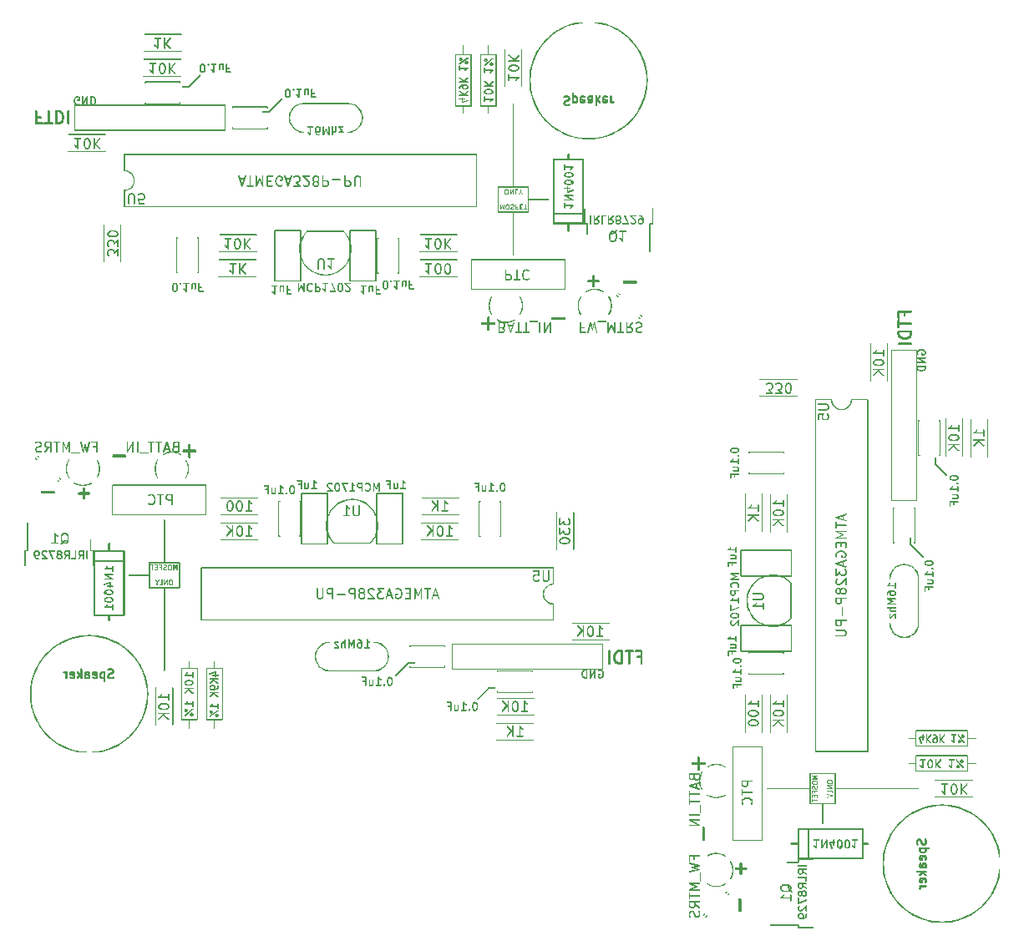
<source format=gbo>
%MOIN*%
%OFA0B0*%
%FSLAX44Y44*%
%IPPOS*%
%LPD*%
G36*
X00005633Y00016613D02*
G01*
X00005642Y00016615D01*
X00005649Y00016619D01*
X00005656Y00016626D01*
X00005661Y00016634D01*
X00005662Y00016643D01*
X00005662Y00016743D01*
X00005661Y00016752D01*
X00005656Y00016760D01*
X00005649Y00016767D01*
X00005642Y00016771D01*
X00005633Y00016772D01*
X00005623Y00016771D01*
X00005615Y00016767D01*
X00005608Y00016760D01*
X00005604Y00016752D01*
X00005603Y00016743D01*
X00005603Y00016643D01*
X00005604Y00016634D01*
X00005608Y00016626D01*
X00005615Y00016619D01*
X00005623Y00016615D01*
X00005633Y00016613D01*
G37*
G36*
X00005633Y00015013D02*
G01*
X00005642Y00015015D01*
X00005649Y00015019D01*
X00005656Y00015026D01*
X00005661Y00015034D01*
X00005662Y00015043D01*
X00005662Y00016643D01*
X00005661Y00016652D01*
X00005656Y00016660D01*
X00005649Y00016667D01*
X00005642Y00016670D01*
X00005633Y00016672D01*
X00005623Y00016670D01*
X00005615Y00016667D01*
X00005608Y00016660D01*
X00005604Y00016652D01*
X00005603Y00016643D01*
X00005603Y00015043D01*
X00005604Y00015034D01*
X00005608Y00015026D01*
X00005615Y00015019D01*
X00005623Y00015015D01*
X00005633Y00015013D01*
G37*
G36*
X00005033Y00014513D02*
G01*
X00005042Y00014515D01*
X00005050Y00014519D01*
X00005056Y00014525D01*
X00005061Y00014534D01*
X00005062Y00014543D01*
X00005061Y00014552D01*
X00005056Y00014560D01*
X00005050Y00014567D01*
X00005042Y00014571D01*
X00005033Y00014572D01*
X00004233Y00014572D01*
X00004223Y00014571D01*
X00004215Y00014567D01*
X00004209Y00014560D01*
X00004204Y00014552D01*
X00004203Y00014543D01*
X00004204Y00014534D01*
X00004209Y00014525D01*
X00004215Y00014519D01*
X00004223Y00014515D01*
X00004233Y00014513D01*
X00005033Y00014513D01*
G37*
G36*
X00005633Y00010713D02*
G01*
X00005642Y00010714D01*
X00005649Y00010719D01*
X00005656Y00010726D01*
X00005661Y00010734D01*
X00005662Y00010743D01*
X00005662Y00014043D01*
X00005661Y00014052D01*
X00005656Y00014060D01*
X00005649Y00014067D01*
X00005642Y00014071D01*
X00005633Y00014072D01*
X00005623Y00014071D01*
X00005615Y00014067D01*
X00005608Y00014060D01*
X00005604Y00014052D01*
X00005603Y00014043D01*
X00005603Y00010743D01*
X00005604Y00010734D01*
X00005608Y00010726D01*
X00005615Y00010719D01*
X00005623Y00010714D01*
X00005633Y00010713D01*
G37*
G36*
X00005033Y00014013D02*
G01*
X00005042Y00014015D01*
X00005050Y00014019D01*
X00005056Y00014026D01*
X00005061Y00014033D01*
X00005062Y00014043D01*
X00005062Y00015043D01*
X00005061Y00015052D01*
X00005056Y00015060D01*
X00005050Y00015067D01*
X00005042Y00015071D01*
X00005033Y00015072D01*
X00005023Y00015071D01*
X00005014Y00015067D01*
X00005009Y00015060D01*
X00005004Y00015052D01*
X00005003Y00015043D01*
X00005003Y00014043D01*
X00005004Y00014033D01*
X00005009Y00014026D01*
X00005014Y00014019D01*
X00005023Y00014015D01*
X00005033Y00014013D01*
G37*
G36*
X00006233Y00014013D02*
G01*
X00006242Y00014015D01*
X00006250Y00014019D01*
X00006256Y00014026D01*
X00006261Y00014033D01*
X00006262Y00014043D01*
X00006261Y00014052D01*
X00006256Y00014060D01*
X00006250Y00014067D01*
X00006242Y00014071D01*
X00006233Y00014072D01*
X00005033Y00014072D01*
X00005023Y00014071D01*
X00005014Y00014067D01*
X00005009Y00014060D01*
X00005004Y00014052D01*
X00005003Y00014043D01*
X00005004Y00014033D01*
X00005009Y00014026D01*
X00005014Y00014019D01*
X00005023Y00014015D01*
X00005033Y00014013D01*
X00006233Y00014013D01*
G37*
G36*
X00006233Y00014013D02*
G01*
X00006242Y00014015D01*
X00006250Y00014019D01*
X00006256Y00014026D01*
X00006261Y00014033D01*
X00006262Y00014043D01*
X00006262Y00015043D01*
X00006261Y00015052D01*
X00006256Y00015060D01*
X00006250Y00015067D01*
X00006242Y00015071D01*
X00006233Y00015072D01*
X00006223Y00015071D01*
X00006215Y00015067D01*
X00006209Y00015060D01*
X00006203Y00015052D01*
X00006203Y00015043D01*
X00006203Y00014043D01*
X00006203Y00014033D01*
X00006209Y00014026D01*
X00006215Y00014019D01*
X00006223Y00014015D01*
X00006233Y00014013D01*
G37*
G36*
X00006233Y00015013D02*
G01*
X00006242Y00015015D01*
X00006250Y00015019D01*
X00006256Y00015026D01*
X00006261Y00015034D01*
X00006262Y00015043D01*
X00006261Y00015052D01*
X00006256Y00015060D01*
X00006250Y00015067D01*
X00006242Y00015071D01*
X00006233Y00015072D01*
X00005033Y00015072D01*
X00005023Y00015071D01*
X00005014Y00015067D01*
X00005009Y00015060D01*
X00005004Y00015052D01*
X00005003Y00015043D01*
X00005004Y00015034D01*
X00005009Y00015026D01*
X00005014Y00015019D01*
X00005023Y00015015D01*
X00005033Y00015013D01*
X00006233Y00015013D01*
G37*
G36*
X00003333Y00013813D02*
G01*
X00003341Y00013815D01*
X00003350Y00013819D01*
X00003355Y00013826D01*
X00003361Y00013834D01*
X00003362Y00013843D01*
X00003361Y00013851D01*
X00003355Y00013859D01*
X00003350Y00013867D01*
X00003341Y00013871D01*
X00003333Y00013872D01*
X00003232Y00013872D01*
X00003222Y00013871D01*
X00003215Y00013867D01*
X00003209Y00013859D01*
X00003203Y00013851D01*
X00003202Y00013843D01*
X00003203Y00013834D01*
X00003209Y00013826D01*
X00003215Y00013819D01*
X00003222Y00013815D01*
X00003232Y00013813D01*
X00003333Y00013813D01*
G37*
G36*
X00018833Y00010013D02*
G01*
X00018842Y00010015D01*
X00018850Y00010019D01*
X00018856Y00010026D01*
X00018861Y00010034D01*
X00018862Y00010043D01*
X00018861Y00010052D01*
X00018856Y00010060D01*
X00018850Y00010067D01*
X00018842Y00010071D01*
X00018833Y00010072D01*
X00018583Y00010072D01*
X00018573Y00010071D01*
X00018565Y00010067D01*
X00018559Y00010060D01*
X00018554Y00010052D01*
X00018552Y00010043D01*
X00018554Y00010034D01*
X00018559Y00010026D01*
X00018565Y00010019D01*
X00018573Y00010015D01*
X00018583Y00010013D01*
X00018833Y00010013D01*
G37*
G36*
X00018133Y00009563D02*
G01*
X00018142Y00009565D01*
X00018150Y00009569D01*
X00018606Y00010026D01*
X00018610Y00010034D01*
X00018612Y00010043D01*
X00018610Y00010052D01*
X00018606Y00010060D01*
X00018600Y00010067D01*
X00018592Y00010071D01*
X00018583Y00010072D01*
X00018573Y00010071D01*
X00018565Y00010067D01*
X00018109Y00009610D01*
X00018104Y00009602D01*
X00018103Y00009593D01*
X00018104Y00009584D01*
X00018109Y00009576D01*
X00018115Y00009569D01*
X00018122Y00009565D01*
X00018133Y00009563D01*
G37*
G36*
X00015633Y00011013D02*
G01*
X00015642Y00011015D01*
X00015650Y00011019D01*
X00015656Y00011026D01*
X00015661Y00011034D01*
X00015662Y00011043D01*
X00015661Y00011052D01*
X00015656Y00011060D01*
X00015650Y00011067D01*
X00015642Y00011071D01*
X00015633Y00011072D01*
X00015383Y00011072D01*
X00015373Y00011071D01*
X00015365Y00011067D01*
X00015359Y00011060D01*
X00015354Y00011052D01*
X00015353Y00011043D01*
X00015354Y00011034D01*
X00015359Y00011026D01*
X00015365Y00011019D01*
X00015373Y00011015D01*
X00015383Y00011013D01*
X00015633Y00011013D01*
G37*
G36*
X00014883Y00010512D02*
G01*
X00014892Y00010515D01*
X00014900Y00010519D01*
X00015406Y00011026D01*
X00015411Y00011034D01*
X00015411Y00011043D01*
X00015411Y00011052D01*
X00015406Y00011060D01*
X00015400Y00011067D01*
X00015391Y00011071D01*
X00015383Y00011072D01*
X00015373Y00011071D01*
X00015365Y00011067D01*
X00014859Y00010560D01*
X00014854Y00010552D01*
X00014853Y00010543D01*
X00014854Y00010533D01*
X00014859Y00010526D01*
X00014865Y00010519D01*
X00014873Y00010515D01*
X00014883Y00010512D01*
G37*
G36*
X00005918Y00014331D02*
G01*
X00005925Y00014331D01*
X00005930Y00014335D01*
X00005934Y00014339D01*
X00005937Y00014345D01*
X00005938Y00014351D01*
X00005937Y00014357D01*
X00005934Y00014362D01*
X00005930Y00014367D01*
X00005925Y00014369D01*
X00005918Y00014370D01*
X00005881Y00014370D01*
X00005875Y00014369D01*
X00005869Y00014367D01*
X00005865Y00014362D01*
X00005862Y00014357D01*
X00005860Y00014351D01*
X00005862Y00014345D01*
X00005865Y00014339D01*
X00005869Y00014335D01*
X00005875Y00014331D01*
X00005881Y00014331D01*
X00005918Y00014331D01*
G37*
G36*
X00005862Y00014322D02*
G01*
X00005868Y00014322D01*
X00005887Y00014331D01*
X00005893Y00014335D01*
X00005897Y00014339D01*
X00005900Y00014345D01*
X00005901Y00014351D01*
X00005900Y00014357D01*
X00005897Y00014362D01*
X00005893Y00014367D01*
X00005887Y00014369D01*
X00005881Y00014370D01*
X00005875Y00014369D01*
X00005856Y00014360D01*
X00005850Y00014357D01*
X00005846Y00014353D01*
X00005844Y00014347D01*
X00005843Y00014341D01*
X00005844Y00014335D01*
X00005846Y00014330D01*
X00005850Y00014325D01*
X00005856Y00014322D01*
X00005862Y00014322D01*
G37*
G36*
X00005843Y00014303D02*
G01*
X00005850Y00014303D01*
X00005855Y00014307D01*
X00005874Y00014325D01*
X00005874Y00014325D01*
X00005878Y00014330D01*
X00005881Y00014335D01*
X00005881Y00014341D01*
X00005881Y00014347D01*
X00005878Y00014353D01*
X00005874Y00014357D01*
X00005868Y00014360D01*
X00005862Y00014361D01*
X00005856Y00014360D01*
X00005850Y00014357D01*
X00005828Y00014333D01*
X00005825Y00014329D01*
X00005824Y00014322D01*
X00005825Y00014316D01*
X00005828Y00014311D01*
X00005832Y00014307D01*
X00005837Y00014303D01*
X00005843Y00014303D01*
G37*
G36*
X00005834Y00014265D02*
G01*
X00005840Y00014266D01*
X00005846Y00014269D01*
X00005850Y00014273D01*
X00005853Y00014279D01*
X00005862Y00014316D01*
X00005863Y00014322D01*
X00005862Y00014329D01*
X00005859Y00014333D01*
X00005855Y00014339D01*
X00005850Y00014341D01*
X00005843Y00014341D01*
X00005837Y00014341D01*
X00005832Y00014339D01*
X00005828Y00014333D01*
X00005825Y00014329D01*
X00005815Y00014291D01*
X00005814Y00014285D01*
X00005815Y00014279D01*
X00005818Y00014273D01*
X00005823Y00014269D01*
X00005828Y00014266D01*
X00005834Y00014265D01*
G37*
G36*
X00005834Y00014200D02*
G01*
X00005840Y00014201D01*
X00005846Y00014204D01*
X00005850Y00014208D01*
X00005853Y00014213D01*
X00005854Y00014219D01*
X00005854Y00014285D01*
X00005853Y00014291D01*
X00005850Y00014297D01*
X00005846Y00014301D01*
X00005840Y00014303D01*
X00005834Y00014305D01*
X00005828Y00014303D01*
X00005823Y00014301D01*
X00005818Y00014297D01*
X00005815Y00014291D01*
X00005814Y00014285D01*
X00005814Y00014219D01*
X00005815Y00014213D01*
X00005818Y00014208D01*
X00005823Y00014204D01*
X00005828Y00014201D01*
X00005834Y00014200D01*
G37*
G36*
X00005843Y00014161D02*
G01*
X00005850Y00014162D01*
X00005855Y00014166D01*
X00005859Y00014170D01*
X00005862Y00014176D01*
X00005863Y00014181D01*
X00005862Y00014188D01*
X00005853Y00014226D01*
X00005850Y00014231D01*
X00005846Y00014235D01*
X00005840Y00014238D01*
X00005834Y00014239D01*
X00005828Y00014238D01*
X00005823Y00014235D01*
X00005818Y00014231D01*
X00005815Y00014226D01*
X00005814Y00014219D01*
X00005815Y00014213D01*
X00005825Y00014176D01*
X00005828Y00014170D01*
X00005832Y00014166D01*
X00005837Y00014162D01*
X00005843Y00014161D01*
G37*
G36*
X00005862Y00014144D02*
G01*
X00005868Y00014145D01*
X00005874Y00014147D01*
X00005878Y00014151D01*
X00005881Y00014157D01*
X00005881Y00014162D01*
X00005881Y00014169D01*
X00005878Y00014175D01*
X00005855Y00014198D01*
X00005850Y00014201D01*
X00005843Y00014201D01*
X00005837Y00014201D01*
X00005832Y00014198D01*
X00005828Y00014194D01*
X00005825Y00014188D01*
X00005824Y00014181D01*
X00005825Y00014176D01*
X00005828Y00014170D01*
X00005850Y00014147D01*
X00005856Y00014145D01*
X00005862Y00014144D01*
G37*
G36*
X00005881Y00014134D02*
G01*
X00005887Y00014135D01*
X00005893Y00014138D01*
X00005897Y00014141D01*
X00005900Y00014148D01*
X00005901Y00014153D01*
X00005900Y00014159D01*
X00005897Y00014165D01*
X00005893Y00014170D01*
X00005887Y00014173D01*
X00005868Y00014181D01*
X00005862Y00014183D01*
X00005856Y00014181D01*
X00005850Y00014179D01*
X00005846Y00014175D01*
X00005844Y00014169D01*
X00005843Y00014162D01*
X00005844Y00014157D01*
X00005846Y00014151D01*
X00005850Y00014147D01*
X00005856Y00014145D01*
X00005875Y00014135D01*
X00005881Y00014134D01*
G37*
G36*
X00005918Y00014134D02*
G01*
X00005925Y00014135D01*
X00005930Y00014138D01*
X00005934Y00014141D01*
X00005937Y00014148D01*
X00005938Y00014153D01*
X00005937Y00014159D01*
X00005934Y00014165D01*
X00005930Y00014170D01*
X00005925Y00014173D01*
X00005918Y00014174D01*
X00005881Y00014174D01*
X00005875Y00014173D01*
X00005869Y00014170D01*
X00005865Y00014165D01*
X00005862Y00014159D01*
X00005860Y00014153D01*
X00005862Y00014148D01*
X00005865Y00014141D01*
X00005869Y00014138D01*
X00005875Y00014135D01*
X00005881Y00014134D01*
X00005918Y00014134D01*
G37*
G36*
X00005918Y00014134D02*
G01*
X00005925Y00014135D01*
X00005943Y00014145D01*
X00005949Y00014147D01*
X00005953Y00014151D01*
X00005956Y00014157D01*
X00005957Y00014162D01*
X00005956Y00014169D01*
X00005953Y00014175D01*
X00005949Y00014179D01*
X00005943Y00014181D01*
X00005937Y00014183D01*
X00005931Y00014181D01*
X00005911Y00014173D01*
X00005907Y00014170D01*
X00005903Y00014165D01*
X00005900Y00014159D01*
X00005899Y00014153D01*
X00005900Y00014148D01*
X00005903Y00014141D01*
X00005907Y00014138D01*
X00005911Y00014135D01*
X00005918Y00014134D01*
G37*
G36*
X00005937Y00014144D02*
G01*
X00005943Y00014145D01*
X00005949Y00014147D01*
X00005971Y00014170D01*
X00005975Y00014176D01*
X00005976Y00014181D01*
X00005975Y00014188D01*
X00005971Y00014194D01*
X00005968Y00014198D01*
X00005961Y00014201D01*
X00005956Y00014201D01*
X00005950Y00014201D01*
X00005944Y00014198D01*
X00005921Y00014175D01*
X00005918Y00014169D01*
X00005918Y00014162D01*
X00005918Y00014157D01*
X00005921Y00014151D01*
X00005926Y00014147D01*
X00005931Y00014145D01*
X00005937Y00014144D01*
G37*
G36*
X00005956Y00014161D02*
G01*
X00005961Y00014162D01*
X00005968Y00014166D01*
X00005971Y00014170D01*
X00005975Y00014176D01*
X00005984Y00014213D01*
X00005985Y00014219D01*
X00005984Y00014226D01*
X00005981Y00014231D01*
X00005977Y00014235D01*
X00005971Y00014238D01*
X00005965Y00014239D01*
X00005959Y00014238D01*
X00005954Y00014235D01*
X00005949Y00014231D01*
X00005947Y00014226D01*
X00005937Y00014188D01*
X00005936Y00014181D01*
X00005937Y00014176D01*
X00005940Y00014170D01*
X00005944Y00014166D01*
X00005950Y00014162D01*
X00005956Y00014161D01*
G37*
G36*
X00005965Y00014200D02*
G01*
X00005971Y00014201D01*
X00005977Y00014204D01*
X00005981Y00014208D01*
X00005984Y00014213D01*
X00005985Y00014219D01*
X00005985Y00014285D01*
X00005984Y00014291D01*
X00005981Y00014297D01*
X00005977Y00014301D01*
X00005971Y00014303D01*
X00005965Y00014305D01*
X00005959Y00014303D01*
X00005954Y00014301D01*
X00005949Y00014297D01*
X00005947Y00014291D01*
X00005946Y00014285D01*
X00005946Y00014219D01*
X00005947Y00014213D01*
X00005949Y00014208D01*
X00005954Y00014204D01*
X00005959Y00014201D01*
X00005965Y00014200D01*
G37*
G36*
X00005965Y00014265D02*
G01*
X00005971Y00014266D01*
X00005977Y00014269D01*
X00005981Y00014273D01*
X00005984Y00014279D01*
X00005985Y00014285D01*
X00005984Y00014291D01*
X00005975Y00014329D01*
X00005971Y00014333D01*
X00005968Y00014339D01*
X00005961Y00014341D01*
X00005956Y00014341D01*
X00005950Y00014341D01*
X00005944Y00014339D01*
X00005940Y00014333D01*
X00005937Y00014329D01*
X00005936Y00014322D01*
X00005937Y00014316D01*
X00005947Y00014279D01*
X00005949Y00014273D01*
X00005954Y00014269D01*
X00005959Y00014266D01*
X00005965Y00014265D01*
G37*
G36*
X00005956Y00014303D02*
G01*
X00005961Y00014303D01*
X00005968Y00014307D01*
X00005971Y00014311D01*
X00005975Y00014316D01*
X00005976Y00014322D01*
X00005975Y00014329D01*
X00005971Y00014333D01*
X00005949Y00014357D01*
X00005943Y00014360D01*
X00005937Y00014361D01*
X00005931Y00014360D01*
X00005926Y00014357D01*
X00005921Y00014353D01*
X00005918Y00014347D01*
X00005918Y00014341D01*
X00005918Y00014335D01*
X00005921Y00014330D01*
X00005926Y00014325D01*
X00005944Y00014307D01*
X00005950Y00014303D01*
X00005956Y00014303D01*
G37*
G36*
X00005937Y00014322D02*
G01*
X00005943Y00014322D01*
X00005949Y00014325D01*
X00005953Y00014330D01*
X00005956Y00014335D01*
X00005957Y00014341D01*
X00005956Y00014347D01*
X00005953Y00014353D01*
X00005949Y00014357D01*
X00005943Y00014360D01*
X00005925Y00014369D01*
X00005918Y00014370D01*
X00005911Y00014369D01*
X00005907Y00014367D01*
X00005903Y00014362D01*
X00005900Y00014357D01*
X00005899Y00014351D01*
X00005900Y00014345D01*
X00005903Y00014339D01*
X00005907Y00014335D01*
X00005911Y00014331D01*
X00005931Y00014322D01*
X00005937Y00014322D01*
G37*
G36*
X00005750Y00014134D02*
G01*
X00005756Y00014135D01*
X00005760Y00014138D01*
X00005766Y00014141D01*
X00005768Y00014148D01*
X00005769Y00014153D01*
X00005769Y00014351D01*
X00005768Y00014357D01*
X00005766Y00014362D01*
X00005760Y00014367D01*
X00005756Y00014369D01*
X00005750Y00014370D01*
X00005744Y00014369D01*
X00005738Y00014367D01*
X00005734Y00014362D01*
X00005731Y00014357D01*
X00005729Y00014351D01*
X00005729Y00014153D01*
X00005731Y00014148D01*
X00005734Y00014141D01*
X00005738Y00014138D01*
X00005744Y00014135D01*
X00005750Y00014134D01*
G37*
G36*
X00005637Y00014134D02*
G01*
X00005643Y00014135D01*
X00005649Y00014138D01*
X00005653Y00014141D01*
X00005766Y00014339D01*
X00005768Y00014345D01*
X00005769Y00014351D01*
X00005768Y00014357D01*
X00005766Y00014362D01*
X00005760Y00014367D01*
X00005756Y00014369D01*
X00005750Y00014370D01*
X00005744Y00014369D01*
X00005738Y00014367D01*
X00005734Y00014362D01*
X00005621Y00014165D01*
X00005619Y00014159D01*
X00005618Y00014153D01*
X00005619Y00014148D01*
X00005621Y00014141D01*
X00005626Y00014138D01*
X00005631Y00014135D01*
X00005637Y00014134D01*
G37*
G36*
X00005637Y00014134D02*
G01*
X00005643Y00014135D01*
X00005649Y00014138D01*
X00005653Y00014141D01*
X00005656Y00014148D01*
X00005657Y00014153D01*
X00005657Y00014351D01*
X00005656Y00014357D01*
X00005653Y00014362D01*
X00005649Y00014367D01*
X00005643Y00014369D01*
X00005637Y00014370D01*
X00005631Y00014369D01*
X00005626Y00014367D01*
X00005621Y00014362D01*
X00005619Y00014357D01*
X00005618Y00014351D01*
X00005618Y00014153D01*
X00005619Y00014148D01*
X00005621Y00014141D01*
X00005626Y00014138D01*
X00005631Y00014135D01*
X00005637Y00014134D01*
G37*
G36*
X00005544Y00014134D02*
G01*
X00005550Y00014135D01*
X00005555Y00014138D01*
X00005558Y00014141D01*
X00005562Y00014148D01*
X00005563Y00014153D01*
X00005562Y00014159D01*
X00005558Y00014165D01*
X00005555Y00014170D01*
X00005550Y00014173D01*
X00005544Y00014174D01*
X00005450Y00014174D01*
X00005444Y00014173D01*
X00005437Y00014170D01*
X00005434Y00014165D01*
X00005431Y00014159D01*
X00005430Y00014153D01*
X00005431Y00014148D01*
X00005434Y00014141D01*
X00005437Y00014138D01*
X00005444Y00014135D01*
X00005450Y00014134D01*
X00005544Y00014134D01*
G37*
G36*
X00005544Y00014134D02*
G01*
X00005550Y00014135D01*
X00005555Y00014138D01*
X00005558Y00014141D01*
X00005562Y00014148D01*
X00005563Y00014153D01*
X00005563Y00014351D01*
X00005562Y00014357D01*
X00005558Y00014362D01*
X00005555Y00014367D01*
X00005550Y00014369D01*
X00005544Y00014370D01*
X00005537Y00014369D01*
X00005532Y00014367D01*
X00005528Y00014362D01*
X00005525Y00014357D01*
X00005524Y00014351D01*
X00005524Y00014153D01*
X00005525Y00014148D01*
X00005528Y00014141D01*
X00005532Y00014138D01*
X00005537Y00014135D01*
X00005544Y00014134D01*
G37*
G36*
X00005346Y00014134D02*
G01*
X00005353Y00014135D01*
X00005358Y00014138D01*
X00005363Y00014141D01*
X00005365Y00014148D01*
X00005366Y00014153D01*
X00005366Y00014248D01*
X00005365Y00014254D01*
X00005363Y00014259D01*
X00005358Y00014263D01*
X00005353Y00014266D01*
X00005346Y00014267D01*
X00005341Y00014266D01*
X00005335Y00014263D01*
X00005331Y00014259D01*
X00005328Y00014254D01*
X00005326Y00014248D01*
X00005326Y00014153D01*
X00005328Y00014148D01*
X00005331Y00014141D01*
X00005335Y00014138D01*
X00005341Y00014135D01*
X00005346Y00014134D01*
G37*
G36*
X00005346Y00014228D02*
G01*
X00005353Y00014229D01*
X00005358Y00014232D01*
X00005363Y00014236D01*
X00005427Y00014339D01*
X00005431Y00014345D01*
X00005432Y00014351D01*
X00005431Y00014357D01*
X00005427Y00014362D01*
X00005424Y00014367D01*
X00005417Y00014369D01*
X00005412Y00014370D01*
X00005406Y00014369D01*
X00005401Y00014367D01*
X00005396Y00014362D01*
X00005331Y00014259D01*
X00005328Y00014254D01*
X00005326Y00014248D01*
X00005328Y00014242D01*
X00005331Y00014236D01*
X00005335Y00014232D01*
X00005341Y00014229D01*
X00005346Y00014228D01*
G37*
G36*
X00005346Y00014228D02*
G01*
X00005353Y00014229D01*
X00005358Y00014232D01*
X00005363Y00014236D01*
X00005365Y00014242D01*
X00005366Y00014248D01*
X00005365Y00014254D01*
X00005363Y00014259D01*
X00005296Y00014362D01*
X00005293Y00014367D01*
X00005286Y00014369D01*
X00005281Y00014370D01*
X00005275Y00014369D01*
X00005269Y00014367D01*
X00005265Y00014362D01*
X00005262Y00014357D01*
X00005261Y00014351D01*
X00005262Y00014345D01*
X00005265Y00014339D01*
X00005331Y00014236D01*
X00005335Y00014232D01*
X00005341Y00014229D01*
X00005346Y00014228D01*
G37*
G36*
X00006143Y00014734D02*
G01*
X00006150Y00014735D01*
X00006155Y00014738D01*
X00006159Y00014742D01*
X00006162Y00014748D01*
X00006163Y00014754D01*
X00006163Y00014951D01*
X00006162Y00014957D01*
X00006159Y00014962D01*
X00006155Y00014967D01*
X00006150Y00014968D01*
X00006143Y00014970D01*
X00006137Y00014968D01*
X00006132Y00014967D01*
X00006128Y00014962D01*
X00006125Y00014957D01*
X00006124Y00014951D01*
X00006124Y00014754D01*
X00006125Y00014748D01*
X00006128Y00014742D01*
X00006132Y00014738D01*
X00006137Y00014735D01*
X00006143Y00014734D01*
G37*
G36*
X00006078Y00014790D02*
G01*
X00006084Y00014791D01*
X00006089Y00014794D01*
X00006094Y00014799D01*
X00006097Y00014804D01*
X00006162Y00014945D01*
X00006163Y00014951D01*
X00006162Y00014957D01*
X00006159Y00014962D01*
X00006155Y00014967D01*
X00006150Y00014968D01*
X00006143Y00014970D01*
X00006137Y00014968D01*
X00006132Y00014967D01*
X00006128Y00014962D01*
X00006125Y00014957D01*
X00006059Y00014816D01*
X00006058Y00014810D01*
X00006059Y00014804D01*
X00006062Y00014799D01*
X00006066Y00014794D01*
X00006072Y00014791D01*
X00006078Y00014790D01*
G37*
G36*
X00006078Y00014790D02*
G01*
X00006084Y00014791D01*
X00006089Y00014794D01*
X00006094Y00014799D01*
X00006097Y00014804D01*
X00006098Y00014810D01*
X00006097Y00014816D01*
X00006031Y00014957D01*
X00006028Y00014962D01*
X00006024Y00014967D01*
X00006018Y00014968D01*
X00006012Y00014970D01*
X00006006Y00014968D01*
X00006001Y00014967D01*
X00005996Y00014962D01*
X00005993Y00014957D01*
X00005993Y00014951D01*
X00005993Y00014945D01*
X00006059Y00014804D01*
X00006062Y00014799D01*
X00006066Y00014794D01*
X00006072Y00014791D01*
X00006078Y00014790D01*
G37*
G36*
X00006012Y00014734D02*
G01*
X00006018Y00014735D01*
X00006024Y00014738D01*
X00006028Y00014742D01*
X00006031Y00014748D01*
X00006032Y00014754D01*
X00006032Y00014951D01*
X00006031Y00014957D01*
X00006028Y00014962D01*
X00006024Y00014967D01*
X00006018Y00014968D01*
X00006012Y00014970D01*
X00006006Y00014968D01*
X00006001Y00014967D01*
X00005996Y00014962D01*
X00005993Y00014957D01*
X00005993Y00014951D01*
X00005993Y00014754D01*
X00005993Y00014748D01*
X00005996Y00014742D01*
X00006001Y00014738D01*
X00006006Y00014735D01*
X00006012Y00014734D01*
G37*
G36*
X00005881Y00014931D02*
G01*
X00005887Y00014932D01*
X00005893Y00014935D01*
X00005897Y00014939D01*
X00005900Y00014945D01*
X00005901Y00014951D01*
X00005900Y00014957D01*
X00005897Y00014962D01*
X00005893Y00014967D01*
X00005887Y00014968D01*
X00005881Y00014970D01*
X00005843Y00014970D01*
X00005837Y00014968D01*
X00005832Y00014967D01*
X00005828Y00014962D01*
X00005825Y00014957D01*
X00005824Y00014951D01*
X00005825Y00014945D01*
X00005828Y00014939D01*
X00005832Y00014935D01*
X00005837Y00014932D01*
X00005843Y00014931D01*
X00005881Y00014931D01*
G37*
G36*
X00005825Y00014922D02*
G01*
X00005830Y00014923D01*
X00005850Y00014932D01*
X00005855Y00014935D01*
X00005859Y00014939D01*
X00005862Y00014945D01*
X00005863Y00014951D01*
X00005862Y00014957D01*
X00005859Y00014962D01*
X00005855Y00014967D01*
X00005850Y00014968D01*
X00005843Y00014970D01*
X00005837Y00014968D01*
X00005819Y00014960D01*
X00005813Y00014957D01*
X00005809Y00014953D01*
X00005806Y00014947D01*
X00005805Y00014941D01*
X00005806Y00014935D01*
X00005809Y00014930D01*
X00005813Y00014925D01*
X00005819Y00014923D01*
X00005825Y00014922D01*
G37*
G36*
X00005806Y00014903D02*
G01*
X00005812Y00014904D01*
X00005818Y00014907D01*
X00005836Y00014925D01*
X00005836Y00014925D01*
X00005840Y00014930D01*
X00005843Y00014935D01*
X00005844Y00014941D01*
X00005843Y00014947D01*
X00005840Y00014953D01*
X00005836Y00014957D01*
X00005830Y00014960D01*
X00005825Y00014961D01*
X00005819Y00014960D01*
X00005813Y00014957D01*
X00005790Y00014934D01*
X00005787Y00014928D01*
X00005786Y00014923D01*
X00005787Y00014916D01*
X00005790Y00014911D01*
X00005794Y00014907D01*
X00005800Y00014904D01*
X00005806Y00014903D01*
G37*
G36*
X00005797Y00014865D02*
G01*
X00005803Y00014866D01*
X00005808Y00014869D01*
X00005813Y00014874D01*
X00005815Y00014879D01*
X00005825Y00014916D01*
X00005826Y00014923D01*
X00005825Y00014928D01*
X00005822Y00014934D01*
X00005818Y00014939D01*
X00005812Y00014941D01*
X00005806Y00014941D01*
X00005800Y00014941D01*
X00005794Y00014939D01*
X00005790Y00014934D01*
X00005787Y00014928D01*
X00005778Y00014891D01*
X00005777Y00014885D01*
X00005778Y00014879D01*
X00005780Y00014874D01*
X00005785Y00014869D01*
X00005790Y00014866D01*
X00005797Y00014865D01*
G37*
G36*
X00005797Y00014800D02*
G01*
X00005803Y00014801D01*
X00005808Y00014804D01*
X00005813Y00014807D01*
X00005815Y00014813D01*
X00005816Y00014819D01*
X00005816Y00014885D01*
X00005815Y00014891D01*
X00005813Y00014897D01*
X00005808Y00014901D01*
X00005803Y00014904D01*
X00005797Y00014905D01*
X00005790Y00014904D01*
X00005785Y00014901D01*
X00005780Y00014897D01*
X00005778Y00014891D01*
X00005777Y00014885D01*
X00005777Y00014819D01*
X00005778Y00014813D01*
X00005780Y00014807D01*
X00005785Y00014804D01*
X00005790Y00014801D01*
X00005797Y00014800D01*
G37*
G36*
X00005806Y00014761D02*
G01*
X00005812Y00014763D01*
X00005818Y00014765D01*
X00005822Y00014770D01*
X00005825Y00014776D01*
X00005826Y00014782D01*
X00005825Y00014787D01*
X00005815Y00014825D01*
X00005813Y00014831D01*
X00005808Y00014835D01*
X00005803Y00014838D01*
X00005797Y00014839D01*
X00005790Y00014838D01*
X00005785Y00014835D01*
X00005780Y00014831D01*
X00005778Y00014825D01*
X00005777Y00014819D01*
X00005778Y00014813D01*
X00005787Y00014776D01*
X00005790Y00014770D01*
X00005794Y00014765D01*
X00005800Y00014763D01*
X00005806Y00014761D01*
G37*
G36*
X00005825Y00014744D02*
G01*
X00005830Y00014745D01*
X00005836Y00014746D01*
X00005840Y00014752D01*
X00005843Y00014757D01*
X00005844Y00014763D01*
X00005843Y00014769D01*
X00005840Y00014775D01*
X00005818Y00014798D01*
X00005812Y00014801D01*
X00005806Y00014802D01*
X00005800Y00014801D01*
X00005794Y00014798D01*
X00005790Y00014794D01*
X00005787Y00014787D01*
X00005786Y00014782D01*
X00005787Y00014776D01*
X00005790Y00014770D01*
X00005813Y00014746D01*
X00005819Y00014745D01*
X00005825Y00014744D01*
G37*
G36*
X00005843Y00014734D02*
G01*
X00005850Y00014735D01*
X00005855Y00014738D01*
X00005859Y00014742D01*
X00005862Y00014748D01*
X00005863Y00014754D01*
X00005862Y00014759D01*
X00005859Y00014765D01*
X00005855Y00014770D01*
X00005850Y00014773D01*
X00005830Y00014782D01*
X00005825Y00014783D01*
X00005819Y00014782D01*
X00005813Y00014779D01*
X00005809Y00014775D01*
X00005806Y00014769D01*
X00005805Y00014763D01*
X00005806Y00014757D01*
X00005809Y00014752D01*
X00005813Y00014746D01*
X00005819Y00014745D01*
X00005837Y00014735D01*
X00005843Y00014734D01*
G37*
G36*
X00005881Y00014734D02*
G01*
X00005887Y00014735D01*
X00005893Y00014738D01*
X00005897Y00014742D01*
X00005900Y00014748D01*
X00005901Y00014754D01*
X00005900Y00014759D01*
X00005897Y00014765D01*
X00005893Y00014770D01*
X00005887Y00014773D01*
X00005881Y00014774D01*
X00005843Y00014774D01*
X00005837Y00014773D01*
X00005832Y00014770D01*
X00005828Y00014765D01*
X00005825Y00014759D01*
X00005824Y00014754D01*
X00005825Y00014748D01*
X00005828Y00014742D01*
X00005832Y00014738D01*
X00005837Y00014735D01*
X00005843Y00014734D01*
X00005881Y00014734D01*
G37*
G36*
X00005881Y00014734D02*
G01*
X00005887Y00014735D01*
X00005906Y00014745D01*
X00005911Y00014746D01*
X00005916Y00014752D01*
X00005918Y00014757D01*
X00005919Y00014763D01*
X00005918Y00014769D01*
X00005916Y00014775D01*
X00005911Y00014779D01*
X00005906Y00014782D01*
X00005900Y00014783D01*
X00005894Y00014782D01*
X00005875Y00014773D01*
X00005869Y00014770D01*
X00005865Y00014765D01*
X00005862Y00014759D01*
X00005860Y00014754D01*
X00005862Y00014748D01*
X00005865Y00014742D01*
X00005869Y00014738D01*
X00005875Y00014735D01*
X00005881Y00014734D01*
G37*
G36*
X00005900Y00014744D02*
G01*
X00005906Y00014745D01*
X00005911Y00014746D01*
X00005916Y00014752D01*
X00005930Y00014765D01*
X00005934Y00014770D01*
X00005937Y00014776D01*
X00005938Y00014782D01*
X00005937Y00014787D01*
X00005934Y00014794D01*
X00005930Y00014798D01*
X00005925Y00014801D01*
X00005918Y00014802D01*
X00005911Y00014801D01*
X00005907Y00014798D01*
X00005903Y00014794D01*
X00005888Y00014779D01*
X00005884Y00014775D01*
X00005881Y00014769D01*
X00005880Y00014763D01*
X00005881Y00014757D01*
X00005884Y00014752D01*
X00005888Y00014746D01*
X00005894Y00014745D01*
X00005900Y00014744D01*
G37*
G36*
X00005918Y00014761D02*
G01*
X00005925Y00014763D01*
X00005930Y00014765D01*
X00005934Y00014770D01*
X00005937Y00014776D01*
X00005947Y00014813D01*
X00005948Y00014819D01*
X00005947Y00014825D01*
X00005944Y00014831D01*
X00005939Y00014835D01*
X00005934Y00014838D01*
X00005928Y00014839D01*
X00005921Y00014838D01*
X00005916Y00014835D01*
X00005911Y00014831D01*
X00005909Y00014825D01*
X00005900Y00014787D01*
X00005899Y00014782D01*
X00005900Y00014776D01*
X00005903Y00014770D01*
X00005907Y00014765D01*
X00005911Y00014763D01*
X00005918Y00014761D01*
G37*
G36*
X00005928Y00014800D02*
G01*
X00005934Y00014801D01*
X00005939Y00014804D01*
X00005944Y00014807D01*
X00005947Y00014813D01*
X00005948Y00014819D01*
X00005948Y00014885D01*
X00005947Y00014891D01*
X00005944Y00014897D01*
X00005939Y00014901D01*
X00005934Y00014904D01*
X00005928Y00014905D01*
X00005921Y00014904D01*
X00005916Y00014901D01*
X00005911Y00014897D01*
X00005909Y00014891D01*
X00005908Y00014885D01*
X00005908Y00014819D01*
X00005909Y00014813D01*
X00005911Y00014807D01*
X00005916Y00014804D01*
X00005921Y00014801D01*
X00005928Y00014800D01*
G37*
G36*
X00005928Y00014865D02*
G01*
X00005934Y00014866D01*
X00005939Y00014869D01*
X00005944Y00014874D01*
X00005947Y00014879D01*
X00005948Y00014885D01*
X00005947Y00014891D01*
X00005937Y00014928D01*
X00005934Y00014934D01*
X00005930Y00014939D01*
X00005925Y00014941D01*
X00005918Y00014941D01*
X00005911Y00014941D01*
X00005907Y00014939D01*
X00005903Y00014934D01*
X00005900Y00014928D01*
X00005899Y00014923D01*
X00005900Y00014916D01*
X00005909Y00014879D01*
X00005911Y00014874D01*
X00005916Y00014869D01*
X00005921Y00014866D01*
X00005928Y00014865D01*
G37*
G36*
X00005918Y00014903D02*
G01*
X00005925Y00014904D01*
X00005930Y00014907D01*
X00005934Y00014911D01*
X00005937Y00014916D01*
X00005938Y00014923D01*
X00005937Y00014928D01*
X00005934Y00014934D01*
X00005911Y00014957D01*
X00005906Y00014960D01*
X00005900Y00014961D01*
X00005894Y00014960D01*
X00005888Y00014957D01*
X00005884Y00014953D01*
X00005881Y00014947D01*
X00005880Y00014941D01*
X00005881Y00014935D01*
X00005884Y00014930D01*
X00005907Y00014907D01*
X00005911Y00014904D01*
X00005918Y00014903D01*
G37*
G36*
X00005900Y00014922D02*
G01*
X00005906Y00014923D01*
X00005911Y00014925D01*
X00005916Y00014930D01*
X00005918Y00014935D01*
X00005919Y00014941D01*
X00005918Y00014947D01*
X00005916Y00014953D01*
X00005911Y00014957D01*
X00005906Y00014960D01*
X00005887Y00014968D01*
X00005881Y00014970D01*
X00005875Y00014968D01*
X00005869Y00014967D01*
X00005865Y00014962D01*
X00005862Y00014957D01*
X00005860Y00014951D01*
X00005862Y00014945D01*
X00005865Y00014939D01*
X00005869Y00014935D01*
X00005875Y00014932D01*
X00005894Y00014923D01*
X00005900Y00014922D01*
G37*
G36*
X00005693Y00014734D02*
G01*
X00005699Y00014735D01*
X00005728Y00014745D01*
X00005733Y00014746D01*
X00005738Y00014752D01*
X00005740Y00014757D01*
X00005741Y00014763D01*
X00005740Y00014769D01*
X00005738Y00014775D01*
X00005733Y00014779D01*
X00005728Y00014782D01*
X00005722Y00014783D01*
X00005716Y00014782D01*
X00005687Y00014773D01*
X00005682Y00014770D01*
X00005678Y00014765D01*
X00005675Y00014759D01*
X00005674Y00014754D01*
X00005675Y00014748D01*
X00005678Y00014742D01*
X00005682Y00014738D01*
X00005687Y00014735D01*
X00005693Y00014734D01*
G37*
G36*
X00005693Y00014734D02*
G01*
X00005699Y00014735D01*
X00005705Y00014738D01*
X00005709Y00014742D01*
X00005712Y00014748D01*
X00005713Y00014754D01*
X00005712Y00014759D01*
X00005709Y00014765D01*
X00005705Y00014770D01*
X00005699Y00014773D01*
X00005693Y00014774D01*
X00005647Y00014774D01*
X00005641Y00014773D01*
X00005635Y00014770D01*
X00005631Y00014765D01*
X00005628Y00014759D01*
X00005627Y00014754D01*
X00005628Y00014748D01*
X00005631Y00014742D01*
X00005635Y00014738D01*
X00005641Y00014735D01*
X00005647Y00014734D01*
X00005693Y00014734D01*
G37*
G36*
X00005647Y00014734D02*
G01*
X00005653Y00014735D01*
X00005658Y00014738D01*
X00005663Y00014742D01*
X00005665Y00014748D01*
X00005666Y00014754D01*
X00005665Y00014759D01*
X00005663Y00014765D01*
X00005658Y00014770D01*
X00005653Y00014773D01*
X00005634Y00014782D01*
X00005628Y00014783D01*
X00005622Y00014782D01*
X00005616Y00014779D01*
X00005612Y00014775D01*
X00005608Y00014769D01*
X00005608Y00014763D01*
X00005608Y00014757D01*
X00005612Y00014752D01*
X00005616Y00014746D01*
X00005622Y00014745D01*
X00005641Y00014735D01*
X00005647Y00014734D01*
G37*
G36*
X00005628Y00014744D02*
G01*
X00005634Y00014745D01*
X00005639Y00014746D01*
X00005644Y00014752D01*
X00005647Y00014757D01*
X00005648Y00014763D01*
X00005647Y00014769D01*
X00005644Y00014775D01*
X00005629Y00014789D01*
X00005625Y00014791D01*
X00005618Y00014792D01*
X00005612Y00014791D01*
X00005607Y00014789D01*
X00005603Y00014784D01*
X00005600Y00014779D01*
X00005598Y00014773D01*
X00005600Y00014766D01*
X00005603Y00014761D01*
X00005616Y00014746D01*
X00005622Y00014745D01*
X00005628Y00014744D01*
G37*
G36*
X00005618Y00014753D02*
G01*
X00005625Y00014754D01*
X00005629Y00014757D01*
X00005634Y00014761D01*
X00005637Y00014766D01*
X00005638Y00014773D01*
X00005637Y00014779D01*
X00005628Y00014797D01*
X00005625Y00014803D01*
X00005621Y00014806D01*
X00005615Y00014810D01*
X00005608Y00014811D01*
X00005603Y00014810D01*
X00005598Y00014806D01*
X00005593Y00014803D01*
X00005590Y00014797D01*
X00005588Y00014791D01*
X00005590Y00014785D01*
X00005600Y00014766D01*
X00005603Y00014761D01*
X00005607Y00014757D01*
X00005612Y00014754D01*
X00005618Y00014753D01*
G37*
G36*
X00005608Y00014772D02*
G01*
X00005615Y00014773D01*
X00005621Y00014775D01*
X00005625Y00014780D01*
X00005628Y00014785D01*
X00005629Y00014791D01*
X00005629Y00014810D01*
X00005628Y00014816D01*
X00005625Y00014821D01*
X00005621Y00014825D01*
X00005615Y00014829D01*
X00005608Y00014830D01*
X00005603Y00014829D01*
X00005598Y00014825D01*
X00005593Y00014821D01*
X00005590Y00014816D01*
X00005588Y00014810D01*
X00005588Y00014791D01*
X00005590Y00014785D01*
X00005593Y00014780D01*
X00005598Y00014775D01*
X00005603Y00014773D01*
X00005608Y00014772D01*
G37*
G36*
X00005608Y00014790D02*
G01*
X00005615Y00014791D01*
X00005621Y00014794D01*
X00005625Y00014799D01*
X00005628Y00014804D01*
X00005637Y00014823D01*
X00005638Y00014829D01*
X00005637Y00014835D01*
X00005634Y00014840D01*
X00005629Y00014845D01*
X00005625Y00014847D01*
X00005618Y00014849D01*
X00005612Y00014847D01*
X00005607Y00014845D01*
X00005603Y00014840D01*
X00005600Y00014835D01*
X00005590Y00014816D01*
X00005588Y00014810D01*
X00005590Y00014804D01*
X00005593Y00014799D01*
X00005598Y00014794D01*
X00005603Y00014791D01*
X00005608Y00014790D01*
G37*
G36*
X00005618Y00014809D02*
G01*
X00005625Y00014810D01*
X00005629Y00014813D01*
X00005644Y00014826D01*
X00005647Y00014832D01*
X00005648Y00014838D01*
X00005647Y00014844D01*
X00005644Y00014850D01*
X00005639Y00014854D01*
X00005634Y00014857D01*
X00005628Y00014858D01*
X00005622Y00014857D01*
X00005616Y00014854D01*
X00005603Y00014840D01*
X00005600Y00014835D01*
X00005598Y00014829D01*
X00005600Y00014823D01*
X00005603Y00014817D01*
X00005607Y00014813D01*
X00005612Y00014810D01*
X00005618Y00014809D01*
G37*
G36*
X00005628Y00014819D02*
G01*
X00005634Y00014819D01*
X00005653Y00014829D01*
X00005658Y00014832D01*
X00005663Y00014836D01*
X00005665Y00014842D01*
X00005666Y00014847D01*
X00005665Y00014854D01*
X00005663Y00014859D01*
X00005658Y00014864D01*
X00005653Y00014866D01*
X00005647Y00014867D01*
X00005641Y00014866D01*
X00005622Y00014857D01*
X00005616Y00014854D01*
X00005612Y00014850D01*
X00005608Y00014844D01*
X00005608Y00014838D01*
X00005608Y00014832D01*
X00005612Y00014826D01*
X00005616Y00014821D01*
X00005622Y00014819D01*
X00005628Y00014819D01*
G37*
G36*
X00005647Y00014827D02*
G01*
X00005653Y00014829D01*
X00005689Y00014838D01*
X00005696Y00014841D01*
X00005699Y00014845D01*
X00005703Y00014851D01*
X00005704Y00014857D01*
X00005703Y00014863D01*
X00005699Y00014869D01*
X00005696Y00014873D01*
X00005689Y00014876D01*
X00005684Y00014877D01*
X00005678Y00014876D01*
X00005641Y00014866D01*
X00005635Y00014864D01*
X00005631Y00014859D01*
X00005628Y00014854D01*
X00005627Y00014847D01*
X00005628Y00014842D01*
X00005631Y00014836D01*
X00005635Y00014832D01*
X00005641Y00014829D01*
X00005647Y00014827D01*
G37*
G36*
X00005684Y00014837D02*
G01*
X00005689Y00014838D01*
X00005709Y00014847D01*
X00005714Y00014850D01*
X00005719Y00014855D01*
X00005722Y00014860D01*
X00005723Y00014866D01*
X00005722Y00014872D01*
X00005719Y00014878D01*
X00005714Y00014881D01*
X00005709Y00014885D01*
X00005703Y00014885D01*
X00005697Y00014885D01*
X00005678Y00014876D01*
X00005673Y00014873D01*
X00005668Y00014869D01*
X00005665Y00014863D01*
X00005664Y00014857D01*
X00005665Y00014851D01*
X00005668Y00014845D01*
X00005673Y00014841D01*
X00005678Y00014838D01*
X00005684Y00014837D01*
G37*
G36*
X00005703Y00014846D02*
G01*
X00005709Y00014847D01*
X00005714Y00014850D01*
X00005719Y00014855D01*
X00005724Y00014860D01*
X00005728Y00014864D01*
X00005731Y00014870D01*
X00005732Y00014876D01*
X00005731Y00014881D01*
X00005728Y00014887D01*
X00005724Y00014892D01*
X00005718Y00014894D01*
X00005712Y00014895D01*
X00005706Y00014894D01*
X00005701Y00014892D01*
X00005696Y00014887D01*
X00005691Y00014881D01*
X00005687Y00014878D01*
X00005684Y00014872D01*
X00005683Y00014866D01*
X00005684Y00014860D01*
X00005687Y00014855D01*
X00005691Y00014850D01*
X00005697Y00014847D01*
X00005703Y00014846D01*
G37*
G36*
X00005712Y00014856D02*
G01*
X00005718Y00014857D01*
X00005724Y00014860D01*
X00005728Y00014864D01*
X00005731Y00014870D01*
X00005740Y00014887D01*
X00005741Y00014894D01*
X00005740Y00014901D01*
X00005738Y00014906D01*
X00005733Y00014910D01*
X00005728Y00014913D01*
X00005722Y00014914D01*
X00005716Y00014913D01*
X00005709Y00014910D01*
X00005706Y00014906D01*
X00005703Y00014901D01*
X00005694Y00014881D01*
X00005693Y00014876D01*
X00005694Y00014870D01*
X00005696Y00014864D01*
X00005701Y00014860D01*
X00005706Y00014857D01*
X00005712Y00014856D01*
G37*
G36*
X00005722Y00014875D02*
G01*
X00005728Y00014876D01*
X00005733Y00014879D01*
X00005738Y00014883D01*
X00005740Y00014887D01*
X00005741Y00014894D01*
X00005741Y00014913D01*
X00005740Y00014919D01*
X00005738Y00014925D01*
X00005733Y00014928D01*
X00005728Y00014932D01*
X00005722Y00014933D01*
X00005716Y00014932D01*
X00005709Y00014928D01*
X00005706Y00014925D01*
X00005703Y00014919D01*
X00005702Y00014913D01*
X00005702Y00014894D01*
X00005703Y00014887D01*
X00005706Y00014883D01*
X00005709Y00014879D01*
X00005716Y00014876D01*
X00005722Y00014875D01*
G37*
G36*
X00005722Y00014894D02*
G01*
X00005728Y00014894D01*
X00005733Y00014897D01*
X00005738Y00014902D01*
X00005740Y00014907D01*
X00005741Y00014913D01*
X00005740Y00014919D01*
X00005731Y00014938D01*
X00005728Y00014943D01*
X00005724Y00014947D01*
X00005718Y00014951D01*
X00005712Y00014952D01*
X00005706Y00014951D01*
X00005701Y00014947D01*
X00005696Y00014943D01*
X00005694Y00014938D01*
X00005693Y00014932D01*
X00005694Y00014926D01*
X00005703Y00014907D01*
X00005706Y00014902D01*
X00005709Y00014897D01*
X00005716Y00014894D01*
X00005722Y00014894D01*
G37*
G36*
X00005712Y00014912D02*
G01*
X00005718Y00014913D01*
X00005724Y00014916D01*
X00005728Y00014920D01*
X00005731Y00014926D01*
X00005732Y00014932D01*
X00005731Y00014938D01*
X00005728Y00014943D01*
X00005724Y00014947D01*
X00005714Y00014957D01*
X00005709Y00014960D01*
X00005703Y00014961D01*
X00005697Y00014960D01*
X00005691Y00014957D01*
X00005687Y00014953D01*
X00005684Y00014947D01*
X00005683Y00014941D01*
X00005684Y00014935D01*
X00005687Y00014930D01*
X00005696Y00014920D01*
X00005701Y00014916D01*
X00005706Y00014913D01*
X00005712Y00014912D01*
G37*
G36*
X00005703Y00014922D02*
G01*
X00005709Y00014923D01*
X00005714Y00014925D01*
X00005719Y00014930D01*
X00005722Y00014935D01*
X00005723Y00014941D01*
X00005722Y00014947D01*
X00005719Y00014953D01*
X00005714Y00014957D01*
X00005709Y00014960D01*
X00005689Y00014968D01*
X00005684Y00014970D01*
X00005678Y00014968D01*
X00005673Y00014967D01*
X00005668Y00014962D01*
X00005665Y00014957D01*
X00005664Y00014951D01*
X00005665Y00014945D01*
X00005668Y00014939D01*
X00005673Y00014935D01*
X00005678Y00014932D01*
X00005697Y00014923D01*
X00005703Y00014922D01*
G37*
G36*
X00005684Y00014931D02*
G01*
X00005689Y00014932D01*
X00005696Y00014935D01*
X00005699Y00014939D01*
X00005703Y00014945D01*
X00005704Y00014951D01*
X00005703Y00014957D01*
X00005699Y00014962D01*
X00005696Y00014967D01*
X00005689Y00014968D01*
X00005684Y00014970D01*
X00005637Y00014970D01*
X00005631Y00014968D01*
X00005626Y00014967D01*
X00005621Y00014962D01*
X00005619Y00014957D01*
X00005618Y00014951D01*
X00005619Y00014945D01*
X00005621Y00014939D01*
X00005626Y00014935D01*
X00005631Y00014932D01*
X00005637Y00014931D01*
X00005684Y00014931D01*
G37*
G36*
X00005608Y00014922D02*
G01*
X00005615Y00014923D01*
X00005643Y00014932D01*
X00005649Y00014935D01*
X00005653Y00014939D01*
X00005656Y00014945D01*
X00005657Y00014951D01*
X00005656Y00014957D01*
X00005653Y00014962D01*
X00005649Y00014967D01*
X00005643Y00014968D01*
X00005637Y00014970D01*
X00005631Y00014968D01*
X00005603Y00014960D01*
X00005598Y00014957D01*
X00005593Y00014953D01*
X00005590Y00014947D01*
X00005588Y00014941D01*
X00005590Y00014935D01*
X00005593Y00014930D01*
X00005598Y00014925D01*
X00005603Y00014923D01*
X00005608Y00014922D01*
G37*
G36*
X00005525Y00014837D02*
G01*
X00005531Y00014838D01*
X00005536Y00014841D01*
X00005541Y00014845D01*
X00005543Y00014851D01*
X00005544Y00014857D01*
X00005543Y00014863D01*
X00005541Y00014869D01*
X00005536Y00014873D01*
X00005531Y00014876D01*
X00005525Y00014877D01*
X00005459Y00014877D01*
X00005453Y00014876D01*
X00005447Y00014873D01*
X00005443Y00014869D01*
X00005440Y00014863D01*
X00005439Y00014857D01*
X00005440Y00014851D01*
X00005443Y00014845D01*
X00005447Y00014841D01*
X00005453Y00014838D01*
X00005459Y00014837D01*
X00005525Y00014837D01*
G37*
G36*
X00005525Y00014734D02*
G01*
X00005531Y00014735D01*
X00005536Y00014738D01*
X00005541Y00014742D01*
X00005543Y00014748D01*
X00005544Y00014754D01*
X00005544Y00014951D01*
X00005543Y00014957D01*
X00005541Y00014962D01*
X00005536Y00014967D01*
X00005531Y00014968D01*
X00005525Y00014970D01*
X00005518Y00014968D01*
X00005513Y00014967D01*
X00005508Y00014962D01*
X00005506Y00014957D01*
X00005505Y00014951D01*
X00005505Y00014754D01*
X00005506Y00014748D01*
X00005508Y00014742D01*
X00005513Y00014738D01*
X00005518Y00014735D01*
X00005525Y00014734D01*
G37*
G36*
X00005525Y00014931D02*
G01*
X00005531Y00014932D01*
X00005536Y00014935D01*
X00005541Y00014939D01*
X00005543Y00014945D01*
X00005544Y00014951D01*
X00005543Y00014957D01*
X00005541Y00014962D01*
X00005536Y00014967D01*
X00005531Y00014968D01*
X00005525Y00014970D01*
X00005431Y00014970D01*
X00005425Y00014968D01*
X00005419Y00014967D01*
X00005415Y00014962D01*
X00005412Y00014957D01*
X00005411Y00014951D01*
X00005412Y00014945D01*
X00005415Y00014939D01*
X00005419Y00014935D01*
X00005425Y00014932D01*
X00005431Y00014931D01*
X00005525Y00014931D01*
G37*
G36*
X00005356Y00014837D02*
G01*
X00005362Y00014838D01*
X00005368Y00014841D01*
X00005372Y00014845D01*
X00005375Y00014851D01*
X00005376Y00014857D01*
X00005375Y00014863D01*
X00005372Y00014869D01*
X00005368Y00014873D01*
X00005362Y00014876D01*
X00005356Y00014877D01*
X00005290Y00014877D01*
X00005284Y00014876D01*
X00005279Y00014873D01*
X00005274Y00014869D01*
X00005272Y00014863D01*
X00005271Y00014857D01*
X00005272Y00014851D01*
X00005274Y00014845D01*
X00005279Y00014841D01*
X00005284Y00014838D01*
X00005290Y00014837D01*
X00005356Y00014837D01*
G37*
G36*
X00005356Y00014734D02*
G01*
X00005362Y00014735D01*
X00005368Y00014738D01*
X00005372Y00014742D01*
X00005375Y00014748D01*
X00005376Y00014754D01*
X00005375Y00014759D01*
X00005372Y00014765D01*
X00005368Y00014770D01*
X00005362Y00014773D01*
X00005356Y00014774D01*
X00005262Y00014774D01*
X00005256Y00014773D01*
X00005251Y00014770D01*
X00005246Y00014765D01*
X00005244Y00014759D01*
X00005243Y00014754D01*
X00005244Y00014748D01*
X00005246Y00014742D01*
X00005251Y00014738D01*
X00005256Y00014735D01*
X00005262Y00014734D01*
X00005356Y00014734D01*
G37*
G36*
X00005356Y00014734D02*
G01*
X00005362Y00014735D01*
X00005368Y00014738D01*
X00005372Y00014742D01*
X00005375Y00014748D01*
X00005376Y00014754D01*
X00005376Y00014951D01*
X00005375Y00014957D01*
X00005372Y00014962D01*
X00005368Y00014967D01*
X00005362Y00014968D01*
X00005356Y00014970D01*
X00005350Y00014968D01*
X00005344Y00014967D01*
X00005340Y00014962D01*
X00005336Y00014957D01*
X00005336Y00014951D01*
X00005336Y00014754D01*
X00005336Y00014748D01*
X00005340Y00014742D01*
X00005344Y00014738D01*
X00005350Y00014735D01*
X00005356Y00014734D01*
G37*
G36*
X00005356Y00014931D02*
G01*
X00005362Y00014932D01*
X00005368Y00014935D01*
X00005372Y00014939D01*
X00005375Y00014945D01*
X00005376Y00014951D01*
X00005375Y00014957D01*
X00005372Y00014962D01*
X00005368Y00014967D01*
X00005362Y00014968D01*
X00005356Y00014970D01*
X00005262Y00014970D01*
X00005256Y00014968D01*
X00005251Y00014967D01*
X00005246Y00014962D01*
X00005244Y00014957D01*
X00005243Y00014951D01*
X00005244Y00014945D01*
X00005246Y00014939D01*
X00005251Y00014935D01*
X00005256Y00014932D01*
X00005262Y00014931D01*
X00005356Y00014931D01*
G37*
G36*
X00005205Y00014931D02*
G01*
X00005212Y00014932D01*
X00005218Y00014935D01*
X00005222Y00014939D01*
X00005225Y00014945D01*
X00005225Y00014951D01*
X00005225Y00014957D01*
X00005222Y00014962D01*
X00005218Y00014967D01*
X00005212Y00014968D01*
X00005205Y00014970D01*
X00005094Y00014970D01*
X00005087Y00014968D01*
X00005082Y00014967D01*
X00005078Y00014962D01*
X00005074Y00014957D01*
X00005074Y00014951D01*
X00005074Y00014945D01*
X00005078Y00014939D01*
X00005082Y00014935D01*
X00005087Y00014932D01*
X00005094Y00014931D01*
X00005205Y00014931D01*
G37*
G36*
X00005150Y00014734D02*
G01*
X00005155Y00014735D01*
X00005161Y00014738D01*
X00005165Y00014742D01*
X00005169Y00014748D01*
X00005169Y00014754D01*
X00005169Y00014951D01*
X00005169Y00014957D01*
X00005165Y00014962D01*
X00005161Y00014967D01*
X00005155Y00014968D01*
X00005150Y00014970D01*
X00005144Y00014968D01*
X00005138Y00014967D01*
X00005134Y00014962D01*
X00005131Y00014957D01*
X00005130Y00014951D01*
X00005130Y00014754D01*
X00005131Y00014748D01*
X00005134Y00014742D01*
X00005138Y00014738D01*
X00005144Y00014735D01*
X00005150Y00014734D01*
G37*
G36*
X00022973Y00010721D02*
G01*
X00022982Y00010722D01*
X00023012Y00010737D01*
X00023020Y00010741D01*
X00023026Y00010748D01*
X00023031Y00010755D01*
X00023032Y00010765D01*
X00023031Y00010774D01*
X00023026Y00010783D01*
X00023020Y00010789D01*
X00023012Y00010793D01*
X00023003Y00010794D01*
X00022993Y00010793D01*
X00022963Y00010778D01*
X00022955Y00010774D01*
X00022949Y00010768D01*
X00022944Y00010760D01*
X00022942Y00010750D01*
X00022944Y00010741D01*
X00022949Y00010733D01*
X00022955Y00010726D01*
X00022963Y00010722D01*
X00022973Y00010721D01*
G37*
G36*
X00023048Y00010736D02*
G01*
X00023057Y00010737D01*
X00023065Y00010741D01*
X00023071Y00010748D01*
X00023076Y00010755D01*
X00023077Y00010765D01*
X00023076Y00010774D01*
X00023071Y00010783D01*
X00023065Y00010789D01*
X00023057Y00010793D01*
X00023048Y00010794D01*
X00023003Y00010794D01*
X00022993Y00010793D01*
X00022985Y00010789D01*
X00022979Y00010783D01*
X00022974Y00010774D01*
X00022973Y00010765D01*
X00022974Y00010755D01*
X00022979Y00010748D01*
X00022985Y00010741D01*
X00022993Y00010737D01*
X00023003Y00010736D01*
X00023048Y00010736D01*
G37*
G36*
X00023093Y00010721D02*
G01*
X00023102Y00010722D01*
X00023110Y00010726D01*
X00023116Y00010733D01*
X00023121Y00010741D01*
X00023121Y00010750D01*
X00023121Y00010760D01*
X00023116Y00010768D01*
X00023110Y00010774D01*
X00023102Y00010778D01*
X00023057Y00010793D01*
X00023048Y00010794D01*
X00023038Y00010793D01*
X00023030Y00010789D01*
X00023024Y00010783D01*
X00023019Y00010774D01*
X00023018Y00010765D01*
X00023019Y00010755D01*
X00023024Y00010748D01*
X00023030Y00010741D01*
X00023038Y00010737D01*
X00023083Y00010722D01*
X00023093Y00010721D01*
G37*
G36*
X00023123Y00010691D02*
G01*
X00023132Y00010692D01*
X00023140Y00010697D01*
X00023146Y00010703D01*
X00023151Y00010711D01*
X00023152Y00010720D01*
X00023151Y00010730D01*
X00023146Y00010738D01*
X00023140Y00010744D01*
X00023116Y00010768D01*
X00023116Y00010768D01*
X00023110Y00010774D01*
X00023102Y00010778D01*
X00023093Y00010780D01*
X00023083Y00010778D01*
X00023075Y00010774D01*
X00023069Y00010768D01*
X00023064Y00010760D01*
X00023062Y00010750D01*
X00023064Y00010741D01*
X00023069Y00010733D01*
X00023075Y00010726D01*
X00023099Y00010703D01*
X00023099Y00010703D01*
X00023105Y00010697D01*
X00023113Y00010692D01*
X00023123Y00010691D01*
G37*
G36*
X00023138Y00010661D02*
G01*
X00023147Y00010662D01*
X00023155Y00010667D01*
X00023161Y00010673D01*
X00023166Y00010681D01*
X00023167Y00010690D01*
X00023166Y00010700D01*
X00023151Y00010730D01*
X00023146Y00010738D01*
X00023140Y00010744D01*
X00023132Y00010748D01*
X00023123Y00010750D01*
X00023113Y00010748D01*
X00023105Y00010744D01*
X00023099Y00010738D01*
X00023094Y00010730D01*
X00023093Y00010720D01*
X00023094Y00010711D01*
X00023109Y00010681D01*
X00023114Y00010673D01*
X00023120Y00010667D01*
X00023128Y00010662D01*
X00023138Y00010661D01*
G37*
G36*
X00023152Y00010601D02*
G01*
X00023161Y00010602D01*
X00023170Y00010607D01*
X00023176Y00010613D01*
X00023181Y00010621D01*
X00023182Y00010630D01*
X00023181Y00010640D01*
X00023166Y00010700D01*
X00023161Y00010708D01*
X00023155Y00010713D01*
X00023147Y00010718D01*
X00023138Y00010720D01*
X00023128Y00010718D01*
X00023120Y00010713D01*
X00023114Y00010708D01*
X00023109Y00010700D01*
X00023108Y00010690D01*
X00023109Y00010681D01*
X00023123Y00010621D01*
X00023129Y00010613D01*
X00023135Y00010607D01*
X00023142Y00010602D01*
X00023152Y00010601D01*
G37*
G36*
X00023152Y00010556D02*
G01*
X00023161Y00010557D01*
X00023170Y00010562D01*
X00023176Y00010568D01*
X00023181Y00010576D01*
X00023182Y00010585D01*
X00023182Y00010630D01*
X00023181Y00010640D01*
X00023176Y00010648D01*
X00023170Y00010653D01*
X00023161Y00010658D01*
X00023152Y00010660D01*
X00023142Y00010658D01*
X00023135Y00010653D01*
X00023129Y00010648D01*
X00023123Y00010640D01*
X00023123Y00010630D01*
X00023123Y00010585D01*
X00023123Y00010576D01*
X00023129Y00010568D01*
X00023135Y00010562D01*
X00023142Y00010557D01*
X00023152Y00010556D01*
G37*
G36*
X00023138Y00010496D02*
G01*
X00023147Y00010497D01*
X00023155Y00010502D01*
X00023161Y00010508D01*
X00023166Y00010516D01*
X00023181Y00010576D01*
X00023182Y00010585D01*
X00023181Y00010595D01*
X00023176Y00010603D01*
X00023170Y00010609D01*
X00023161Y00010613D01*
X00023152Y00010615D01*
X00023142Y00010613D01*
X00023135Y00010609D01*
X00023129Y00010603D01*
X00023123Y00010595D01*
X00023109Y00010535D01*
X00023108Y00010525D01*
X00023109Y00010516D01*
X00023114Y00010508D01*
X00023120Y00010502D01*
X00023128Y00010497D01*
X00023138Y00010496D01*
G37*
G36*
X00023123Y00010466D02*
G01*
X00023132Y00010467D01*
X00023140Y00010471D01*
X00023146Y00010478D01*
X00023151Y00010486D01*
X00023166Y00010516D01*
X00023167Y00010525D01*
X00023166Y00010535D01*
X00023161Y00010543D01*
X00023155Y00010549D01*
X00023147Y00010552D01*
X00023138Y00010555D01*
X00023128Y00010552D01*
X00023120Y00010549D01*
X00023114Y00010543D01*
X00023109Y00010535D01*
X00023094Y00010505D01*
X00023093Y00010495D01*
X00023094Y00010486D01*
X00023099Y00010478D01*
X00023105Y00010471D01*
X00023113Y00010467D01*
X00023123Y00010466D01*
G37*
G36*
X00023093Y00010436D02*
G01*
X00023102Y00010437D01*
X00023110Y00010442D01*
X00023116Y00010448D01*
X00023146Y00010478D01*
X00023151Y00010486D01*
X00023152Y00010495D01*
X00023151Y00010505D01*
X00023146Y00010512D01*
X00023140Y00010519D01*
X00023132Y00010524D01*
X00023123Y00010525D01*
X00023113Y00010524D01*
X00023105Y00010519D01*
X00023099Y00010512D01*
X00023099Y00010512D01*
X00023075Y00010489D01*
X00023069Y00010483D01*
X00023064Y00010475D01*
X00023062Y00010465D01*
X00023064Y00010456D01*
X00023069Y00010448D01*
X00023075Y00010442D01*
X00023083Y00010437D01*
X00023093Y00010436D01*
G37*
G36*
X00023048Y00010421D02*
G01*
X00023057Y00010422D01*
X00023102Y00010437D01*
X00023110Y00010442D01*
X00023116Y00010448D01*
X00023121Y00010456D01*
X00023121Y00010465D01*
X00023121Y00010475D01*
X00023116Y00010483D01*
X00023110Y00010489D01*
X00023102Y00010492D01*
X00023093Y00010495D01*
X00023083Y00010492D01*
X00023038Y00010479D01*
X00023030Y00010474D01*
X00023024Y00010468D01*
X00023019Y00010460D01*
X00023018Y00010450D01*
X00023019Y00010441D01*
X00023024Y00010432D01*
X00023030Y00010427D01*
X00023038Y00010422D01*
X00023048Y00010421D01*
G37*
G36*
X00023048Y00010421D02*
G01*
X00023057Y00010422D01*
X00023065Y00010427D01*
X00023071Y00010432D01*
X00023076Y00010441D01*
X00023077Y00010450D01*
X00023076Y00010460D01*
X00023071Y00010468D01*
X00023065Y00010474D01*
X00023057Y00010479D01*
X00023048Y00010480D01*
X00023018Y00010480D01*
X00023008Y00010479D01*
X00023000Y00010474D01*
X00022994Y00010468D01*
X00022989Y00010460D01*
X00022988Y00010450D01*
X00022989Y00010441D01*
X00022994Y00010432D01*
X00023000Y00010427D01*
X00023008Y00010422D01*
X00023018Y00010421D01*
X00023048Y00010421D01*
G37*
G36*
X00023018Y00010421D02*
G01*
X00023027Y00010422D01*
X00023035Y00010427D01*
X00023041Y00010432D01*
X00023046Y00010441D01*
X00023047Y00010450D01*
X00023046Y00010460D01*
X00023041Y00010468D01*
X00023035Y00010474D01*
X00023027Y00010479D01*
X00022982Y00010492D01*
X00022973Y00010495D01*
X00022963Y00010492D01*
X00022955Y00010489D01*
X00022949Y00010483D01*
X00022944Y00010475D01*
X00022942Y00010465D01*
X00022944Y00010456D01*
X00022949Y00010448D01*
X00022955Y00010442D01*
X00022963Y00010437D01*
X00023008Y00010422D01*
X00023018Y00010421D01*
G37*
G36*
X00022973Y00010436D02*
G01*
X00022982Y00010437D01*
X00022990Y00010442D01*
X00022996Y00010448D01*
X00023001Y00010456D01*
X00023001Y00010465D01*
X00023001Y00010475D01*
X00022996Y00010483D01*
X00022980Y00010498D01*
X00022975Y00010504D01*
X00022967Y00010508D01*
X00022958Y00010510D01*
X00022948Y00010508D01*
X00022940Y00010504D01*
X00022934Y00010498D01*
X00022929Y00010490D01*
X00022928Y00010480D01*
X00022929Y00010471D01*
X00022934Y00010463D01*
X00022940Y00010457D01*
X00022955Y00010442D01*
X00022963Y00010437D01*
X00022973Y00010436D01*
G37*
G36*
X00022958Y00010451D02*
G01*
X00022967Y00010451D01*
X00022975Y00010457D01*
X00022980Y00010463D01*
X00022986Y00010471D01*
X00022987Y00010480D01*
X00022987Y00010585D01*
X00022986Y00010595D01*
X00022980Y00010603D01*
X00022975Y00010609D01*
X00022967Y00010613D01*
X00022958Y00010615D01*
X00022948Y00010613D01*
X00022940Y00010609D01*
X00022934Y00010603D01*
X00022929Y00010595D01*
X00022928Y00010585D01*
X00022928Y00010480D01*
X00022929Y00010471D01*
X00022934Y00010463D01*
X00022940Y00010457D01*
X00022948Y00010451D01*
X00022958Y00010451D01*
G37*
G36*
X00023018Y00010556D02*
G01*
X00023027Y00010557D01*
X00023035Y00010562D01*
X00023041Y00010568D01*
X00023046Y00010576D01*
X00023047Y00010585D01*
X00023046Y00010595D01*
X00023041Y00010603D01*
X00023035Y00010609D01*
X00023027Y00010613D01*
X00023018Y00010615D01*
X00022958Y00010615D01*
X00022948Y00010613D01*
X00022940Y00010609D01*
X00022934Y00010603D01*
X00022929Y00010595D01*
X00022928Y00010585D01*
X00022929Y00010576D01*
X00022934Y00010568D01*
X00022940Y00010562D01*
X00022948Y00010557D01*
X00022958Y00010556D01*
X00023018Y00010556D01*
G37*
G36*
X00022823Y00010421D02*
G01*
X00022832Y00010422D01*
X00022839Y00010427D01*
X00022846Y00010432D01*
X00022851Y00010441D01*
X00022852Y00010450D01*
X00022852Y00010765D01*
X00022851Y00010774D01*
X00022846Y00010783D01*
X00022839Y00010789D01*
X00022832Y00010793D01*
X00022823Y00010794D01*
X00022813Y00010793D01*
X00022805Y00010789D01*
X00022799Y00010783D01*
X00022794Y00010774D01*
X00022793Y00010765D01*
X00022793Y00010450D01*
X00022794Y00010441D01*
X00022799Y00010432D01*
X00022805Y00010427D01*
X00022813Y00010422D01*
X00022823Y00010421D01*
G37*
G36*
X00022643Y00010421D02*
G01*
X00022652Y00010422D01*
X00022660Y00010427D01*
X00022666Y00010432D01*
X00022846Y00010748D01*
X00022851Y00010755D01*
X00022852Y00010765D01*
X00022851Y00010774D01*
X00022846Y00010783D01*
X00022839Y00010789D01*
X00022832Y00010793D01*
X00022823Y00010794D01*
X00022813Y00010793D01*
X00022805Y00010789D01*
X00022799Y00010783D01*
X00022618Y00010468D01*
X00022614Y00010460D01*
X00022613Y00010450D01*
X00022614Y00010441D01*
X00022618Y00010432D01*
X00022625Y00010427D01*
X00022633Y00010422D01*
X00022643Y00010421D01*
G37*
G36*
X00022643Y00010421D02*
G01*
X00022652Y00010422D01*
X00022660Y00010427D01*
X00022666Y00010432D01*
X00022671Y00010441D01*
X00022672Y00010450D01*
X00022672Y00010765D01*
X00022671Y00010774D01*
X00022666Y00010783D01*
X00022660Y00010789D01*
X00022652Y00010793D01*
X00022643Y00010794D01*
X00022633Y00010793D01*
X00022625Y00010789D01*
X00022618Y00010783D01*
X00022614Y00010774D01*
X00022613Y00010765D01*
X00022613Y00010450D01*
X00022614Y00010441D01*
X00022618Y00010432D01*
X00022625Y00010427D01*
X00022633Y00010422D01*
X00022643Y00010421D01*
G37*
G36*
X00022493Y00010421D02*
G01*
X00022502Y00010422D01*
X00022510Y00010427D01*
X00022516Y00010432D01*
X00022521Y00010441D01*
X00022522Y00010450D01*
X00022522Y00010765D01*
X00022521Y00010774D01*
X00022516Y00010783D01*
X00022510Y00010789D01*
X00022502Y00010793D01*
X00022493Y00010794D01*
X00022483Y00010793D01*
X00022475Y00010789D01*
X00022469Y00010783D01*
X00022465Y00010774D01*
X00022463Y00010765D01*
X00022463Y00010450D01*
X00022465Y00010441D01*
X00022469Y00010432D01*
X00022475Y00010427D01*
X00022483Y00010422D01*
X00022493Y00010421D01*
G37*
G36*
X00022493Y00010736D02*
G01*
X00022502Y00010737D01*
X00022510Y00010741D01*
X00022516Y00010748D01*
X00022521Y00010755D01*
X00022522Y00010765D01*
X00022521Y00010774D01*
X00022516Y00010783D01*
X00022510Y00010789D01*
X00022502Y00010793D01*
X00022493Y00010794D01*
X00022418Y00010794D01*
X00022408Y00010793D01*
X00022400Y00010789D01*
X00022394Y00010783D01*
X00022390Y00010774D01*
X00022388Y00010765D01*
X00022390Y00010755D01*
X00022394Y00010748D01*
X00022400Y00010741D01*
X00022408Y00010737D01*
X00022418Y00010736D01*
X00022493Y00010736D01*
G37*
G36*
X00022373Y00010721D02*
G01*
X00022382Y00010722D01*
X00022427Y00010737D01*
X00022435Y00010741D01*
X00022441Y00010748D01*
X00022446Y00010755D01*
X00022447Y00010765D01*
X00022446Y00010774D01*
X00022441Y00010783D01*
X00022435Y00010789D01*
X00022427Y00010793D01*
X00022418Y00010794D01*
X00022408Y00010793D01*
X00022363Y00010778D01*
X00022355Y00010774D01*
X00022349Y00010768D01*
X00022345Y00010760D01*
X00022343Y00010750D01*
X00022345Y00010741D01*
X00022349Y00010733D01*
X00022355Y00010726D01*
X00022363Y00010722D01*
X00022373Y00010721D01*
G37*
G36*
X00022343Y00010691D02*
G01*
X00022352Y00010692D01*
X00022360Y00010697D01*
X00022390Y00010726D01*
X00022395Y00010733D01*
X00022401Y00010741D01*
X00022402Y00010750D01*
X00022401Y00010760D01*
X00022395Y00010768D01*
X00022390Y00010774D01*
X00022382Y00010778D01*
X00022373Y00010780D01*
X00022363Y00010778D01*
X00022355Y00010774D01*
X00022349Y00010768D01*
X00022349Y00010768D01*
X00022325Y00010744D01*
X00022319Y00010738D01*
X00022315Y00010730D01*
X00022313Y00010720D01*
X00022315Y00010711D01*
X00022319Y00010703D01*
X00022325Y00010697D01*
X00022333Y00010692D01*
X00022343Y00010691D01*
G37*
G36*
X00022328Y00010661D02*
G01*
X00022336Y00010662D01*
X00022345Y00010667D01*
X00022351Y00010673D01*
X00022355Y00010681D01*
X00022371Y00010711D01*
X00022372Y00010720D01*
X00022371Y00010730D01*
X00022366Y00010738D01*
X00022360Y00010744D01*
X00022352Y00010748D01*
X00022343Y00010750D01*
X00022333Y00010748D01*
X00022325Y00010744D01*
X00022319Y00010738D01*
X00022315Y00010730D01*
X00022300Y00010700D01*
X00022298Y00010690D01*
X00022300Y00010681D01*
X00022304Y00010673D01*
X00022310Y00010667D01*
X00022317Y00010662D01*
X00022328Y00010661D01*
G37*
G36*
X00022313Y00010601D02*
G01*
X00022322Y00010602D01*
X00022330Y00010607D01*
X00022336Y00010613D01*
X00022341Y00010621D01*
X00022355Y00010681D01*
X00022357Y00010690D01*
X00022355Y00010700D01*
X00022351Y00010708D01*
X00022345Y00010713D01*
X00022336Y00010718D01*
X00022328Y00010720D01*
X00022317Y00010718D01*
X00022310Y00010713D01*
X00022304Y00010708D01*
X00022300Y00010700D01*
X00022285Y00010640D01*
X00022283Y00010630D01*
X00022285Y00010621D01*
X00022289Y00010613D01*
X00022294Y00010607D01*
X00022303Y00010602D01*
X00022313Y00010601D01*
G37*
G36*
X00022313Y00010556D02*
G01*
X00022322Y00010557D01*
X00022330Y00010562D01*
X00022336Y00010568D01*
X00022341Y00010576D01*
X00022342Y00010585D01*
X00022342Y00010630D01*
X00022341Y00010640D01*
X00022336Y00010648D01*
X00022330Y00010653D01*
X00022322Y00010658D01*
X00022313Y00010660D01*
X00022303Y00010658D01*
X00022294Y00010653D01*
X00022289Y00010648D01*
X00022285Y00010640D01*
X00022283Y00010630D01*
X00022283Y00010585D01*
X00022285Y00010576D01*
X00022289Y00010568D01*
X00022294Y00010562D01*
X00022303Y00010557D01*
X00022313Y00010556D01*
G37*
G36*
X00022328Y00010496D02*
G01*
X00022336Y00010497D01*
X00022345Y00010502D01*
X00022351Y00010508D01*
X00022355Y00010516D01*
X00022357Y00010525D01*
X00022355Y00010535D01*
X00022341Y00010595D01*
X00022336Y00010603D01*
X00022330Y00010609D01*
X00022322Y00010613D01*
X00022313Y00010615D01*
X00022303Y00010613D01*
X00022294Y00010609D01*
X00022289Y00010603D01*
X00022285Y00010595D01*
X00022283Y00010585D01*
X00022285Y00010576D01*
X00022300Y00010516D01*
X00022304Y00010508D01*
X00022310Y00010502D01*
X00022317Y00010497D01*
X00022328Y00010496D01*
G37*
G36*
X00022343Y00010466D02*
G01*
X00022352Y00010467D01*
X00022360Y00010471D01*
X00022366Y00010478D01*
X00022371Y00010486D01*
X00022372Y00010495D01*
X00022371Y00010505D01*
X00022355Y00010535D01*
X00022351Y00010543D01*
X00022345Y00010549D01*
X00022336Y00010552D01*
X00022328Y00010555D01*
X00022317Y00010552D01*
X00022310Y00010549D01*
X00022304Y00010543D01*
X00022300Y00010535D01*
X00022298Y00010525D01*
X00022300Y00010516D01*
X00022315Y00010486D01*
X00022319Y00010478D01*
X00022325Y00010471D01*
X00022333Y00010467D01*
X00022343Y00010466D01*
G37*
G36*
X00022373Y00010436D02*
G01*
X00022382Y00010437D01*
X00022390Y00010442D01*
X00022395Y00010448D01*
X00022401Y00010456D01*
X00022402Y00010465D01*
X00022401Y00010475D01*
X00022395Y00010483D01*
X00022390Y00010489D01*
X00022360Y00010519D01*
X00022352Y00010524D01*
X00022343Y00010525D01*
X00022333Y00010524D01*
X00022325Y00010519D01*
X00022319Y00010512D01*
X00022315Y00010505D01*
X00022313Y00010495D01*
X00022315Y00010486D01*
X00022319Y00010478D01*
X00022325Y00010471D01*
X00022349Y00010448D01*
X00022349Y00010448D01*
X00022355Y00010442D01*
X00022363Y00010437D01*
X00022373Y00010436D01*
G37*
G36*
X00022418Y00010421D02*
G01*
X00022427Y00010422D01*
X00022435Y00010427D01*
X00022441Y00010432D01*
X00022446Y00010441D01*
X00022447Y00010450D01*
X00022446Y00010460D01*
X00022441Y00010468D01*
X00022435Y00010474D01*
X00022427Y00010479D01*
X00022382Y00010492D01*
X00022373Y00010495D01*
X00022363Y00010492D01*
X00022355Y00010489D01*
X00022349Y00010483D01*
X00022345Y00010475D01*
X00022343Y00010465D01*
X00022345Y00010456D01*
X00022349Y00010448D01*
X00022355Y00010442D01*
X00022363Y00010437D01*
X00022408Y00010422D01*
X00022418Y00010421D01*
G37*
G36*
X00022493Y00010421D02*
G01*
X00022502Y00010422D01*
X00022510Y00010427D01*
X00022516Y00010432D01*
X00022521Y00010441D01*
X00022522Y00010450D01*
X00022521Y00010460D01*
X00022516Y00010468D01*
X00022510Y00010474D01*
X00022502Y00010479D01*
X00022493Y00010480D01*
X00022418Y00010480D01*
X00022408Y00010479D01*
X00022400Y00010474D01*
X00022394Y00010468D01*
X00022390Y00010460D01*
X00022388Y00010450D01*
X00022390Y00010441D01*
X00022394Y00010432D01*
X00022400Y00010427D01*
X00022408Y00010422D01*
X00022418Y00010421D01*
X00022493Y00010421D01*
G37*
G36*
X00001208Y00017792D02*
G01*
X00001226Y00017795D01*
X00001242Y00017803D01*
X00001255Y00017816D01*
X00001264Y00017832D01*
X00001267Y00017851D01*
X00001264Y00017869D01*
X00001255Y00017884D01*
X00001242Y00017898D01*
X00001226Y00017907D01*
X00001208Y00017910D01*
X00000758Y00017910D01*
X00000738Y00017907D01*
X00000723Y00017898D01*
X00000709Y00017884D01*
X00000701Y00017869D01*
X00000699Y00017851D01*
X00000701Y00017832D01*
X00000709Y00017816D01*
X00000723Y00017803D01*
X00000738Y00017795D01*
X00000758Y00017792D01*
X00001208Y00017792D01*
G37*
G36*
X00002620Y00017749D02*
G01*
X00002638Y00017752D01*
X00002655Y00017760D01*
X00002668Y00017773D01*
X00002676Y00017790D01*
X00002679Y00017808D01*
X00002676Y00017826D01*
X00002668Y00017842D01*
X00002655Y00017856D01*
X00002638Y00017864D01*
X00002620Y00017867D01*
X00002245Y00017867D01*
X00002227Y00017864D01*
X00002210Y00017856D01*
X00002197Y00017842D01*
X00002189Y00017826D01*
X00002186Y00017808D01*
X00002189Y00017790D01*
X00002197Y00017773D01*
X00002210Y00017760D01*
X00002227Y00017752D01*
X00002245Y00017749D01*
X00002620Y00017749D01*
G37*
G36*
X00002433Y00017561D02*
G01*
X00002451Y00017564D01*
X00002467Y00017572D01*
X00002480Y00017586D01*
X00002489Y00017602D01*
X00002492Y00017620D01*
X00002492Y00017995D01*
X00002489Y00018013D01*
X00002480Y00018030D01*
X00002467Y00018043D01*
X00002451Y00018051D01*
X00002433Y00018054D01*
X00002414Y00018051D01*
X00002398Y00018043D01*
X00002385Y00018030D01*
X00002376Y00018013D01*
X00002374Y00017995D01*
X00002374Y00017620D01*
X00002376Y00017602D01*
X00002385Y00017586D01*
X00002398Y00017572D01*
X00002414Y00017564D01*
X00002433Y00017561D01*
G37*
G36*
X00004058Y00019242D02*
G01*
X00004076Y00019245D01*
X00004092Y00019253D01*
X00004105Y00019266D01*
X00004114Y00019282D01*
X00004117Y00019301D01*
X00004114Y00019319D01*
X00004105Y00019334D01*
X00004092Y00019348D01*
X00004076Y00019357D01*
X00004058Y00019360D01*
X00003608Y00019360D01*
X00003589Y00019357D01*
X00003573Y00019348D01*
X00003560Y00019334D01*
X00003551Y00019319D01*
X00003549Y00019301D01*
X00003551Y00019282D01*
X00003560Y00019266D01*
X00003573Y00019253D01*
X00003589Y00019245D01*
X00003608Y00019242D01*
X00004058Y00019242D01*
G37*
G36*
X00006858Y00019442D02*
G01*
X00006876Y00019445D01*
X00006891Y00019452D01*
X00006905Y00019466D01*
X00006914Y00019482D01*
X00006917Y00019501D01*
X00006914Y00019518D01*
X00006905Y00019535D01*
X00006891Y00019549D01*
X00006876Y00019557D01*
X00006858Y00019560D01*
X00006407Y00019560D01*
X00006389Y00019557D01*
X00006373Y00019549D01*
X00006360Y00019535D01*
X00006350Y00019518D01*
X00006348Y00019501D01*
X00006350Y00019482D01*
X00006360Y00019466D01*
X00006373Y00019452D01*
X00006389Y00019445D01*
X00006407Y00019442D01*
X00006858Y00019442D01*
G37*
G36*
X00006633Y00019216D02*
G01*
X00006650Y00019220D01*
X00006667Y00019228D01*
X00006679Y00019241D01*
X00006689Y00019257D01*
X00006692Y00019276D01*
X00006692Y00019726D01*
X00006689Y00019744D01*
X00006679Y00019760D01*
X00006667Y00019773D01*
X00006650Y00019782D01*
X00006633Y00019785D01*
X00006614Y00019782D01*
X00006598Y00019773D01*
X00006585Y00019760D01*
X00006576Y00019744D01*
X00006574Y00019726D01*
X00006574Y00019276D01*
X00006576Y00019257D01*
X00006585Y00019241D01*
X00006598Y00019228D01*
X00006614Y00019220D01*
X00006633Y00019216D01*
G37*
G36*
X00003432Y00015466D02*
G01*
X00003444Y00015468D01*
X00003456Y00015474D01*
X00003463Y00015482D01*
X00003469Y00015492D01*
X00003472Y00015506D01*
X00003472Y00015801D01*
X00003469Y00015813D01*
X00003463Y00015824D01*
X00003456Y00015833D01*
X00003444Y00015838D01*
X00003432Y00015840D01*
X00003420Y00015838D01*
X00003409Y00015833D01*
X00003400Y00015824D01*
X00003395Y00015813D01*
X00003393Y00015801D01*
X00003393Y00015506D01*
X00003395Y00015492D01*
X00003400Y00015482D01*
X00003409Y00015474D01*
X00003420Y00015468D01*
X00003432Y00015466D01*
G37*
G36*
X00003432Y00012709D02*
G01*
X00003444Y00012712D01*
X00003456Y00012718D01*
X00003463Y00012726D01*
X00003469Y00012737D01*
X00003472Y00012750D01*
X00003472Y00012945D01*
X00003469Y00012959D01*
X00003463Y00012970D01*
X00003456Y00012978D01*
X00003444Y00012984D01*
X00003432Y00012986D01*
X00003420Y00012984D01*
X00003409Y00012978D01*
X00003400Y00012970D01*
X00003395Y00012959D01*
X00003393Y00012945D01*
X00003393Y00012750D01*
X00003395Y00012737D01*
X00003400Y00012726D01*
X00003409Y00012718D01*
X00003420Y00012712D01*
X00003432Y00012709D01*
G37*
G36*
X00004023Y00015072D02*
G01*
X00004035Y00015074D01*
X00004046Y00015080D01*
X00004055Y00015088D01*
X00004061Y00015100D01*
X00004062Y00015112D01*
X00004061Y00015123D01*
X00004055Y00015135D01*
X00004046Y00015144D01*
X00004035Y00015149D01*
X00004023Y00015150D01*
X00002842Y00015150D01*
X00002829Y00015149D01*
X00002819Y00015144D01*
X00002810Y00015135D01*
X00002805Y00015123D01*
X00002803Y00015112D01*
X00002805Y00015100D01*
X00002810Y00015088D01*
X00002819Y00015080D01*
X00002829Y00015074D01*
X00002842Y00015072D01*
X00004023Y00015072D01*
G37*
G36*
X00004023Y00015466D02*
G01*
X00004035Y00015468D01*
X00004046Y00015474D01*
X00004055Y00015482D01*
X00004061Y00015492D01*
X00004062Y00015506D01*
X00004061Y00015518D01*
X00004055Y00015529D01*
X00004046Y00015537D01*
X00004035Y00015543D01*
X00004023Y00015545D01*
X00002842Y00015545D01*
X00002829Y00015543D01*
X00002819Y00015537D01*
X00002810Y00015529D01*
X00002805Y00015518D01*
X00002803Y00015506D01*
X00002805Y00015492D01*
X00002810Y00015482D01*
X00002819Y00015474D01*
X00002829Y00015468D01*
X00002842Y00015466D01*
X00004023Y00015466D01*
G37*
G36*
X00004023Y00012907D02*
G01*
X00004035Y00012909D01*
X00004046Y00012915D01*
X00004055Y00012923D01*
X00004061Y00012933D01*
X00004062Y00012945D01*
X00004062Y00015506D01*
X00004061Y00015518D01*
X00004055Y00015529D01*
X00004046Y00015537D01*
X00004035Y00015543D01*
X00004023Y00015545D01*
X00004011Y00015543D01*
X00004000Y00015537D01*
X00003991Y00015529D01*
X00003986Y00015518D01*
X00003983Y00015506D01*
X00003983Y00012945D01*
X00003986Y00012933D01*
X00003991Y00012923D01*
X00004000Y00012915D01*
X00004011Y00012909D01*
X00004023Y00012907D01*
G37*
G36*
X00004023Y00012907D02*
G01*
X00004035Y00012909D01*
X00004046Y00012915D01*
X00004055Y00012923D01*
X00004061Y00012933D01*
X00004062Y00012945D01*
X00004061Y00012959D01*
X00004055Y00012970D01*
X00004046Y00012978D01*
X00004035Y00012984D01*
X00004023Y00012986D01*
X00002842Y00012986D01*
X00002829Y00012984D01*
X00002819Y00012978D01*
X00002810Y00012970D01*
X00002805Y00012959D01*
X00002803Y00012945D01*
X00002805Y00012933D01*
X00002810Y00012923D01*
X00002819Y00012915D01*
X00002829Y00012909D01*
X00002842Y00012907D01*
X00004023Y00012907D01*
G37*
G36*
X00002842Y00012907D02*
G01*
X00002854Y00012909D01*
X00002864Y00012915D01*
X00002874Y00012923D01*
X00002879Y00012933D01*
X00002881Y00012945D01*
X00002881Y00015506D01*
X00002879Y00015518D01*
X00002874Y00015529D01*
X00002864Y00015537D01*
X00002854Y00015543D01*
X00002842Y00015545D01*
X00002829Y00015543D01*
X00002819Y00015537D01*
X00002810Y00015529D01*
X00002805Y00015518D01*
X00002803Y00015506D01*
X00002803Y00012945D01*
X00002805Y00012933D01*
X00002810Y00012923D01*
X00002819Y00012915D01*
X00002829Y00012909D01*
X00002842Y00012907D01*
G37*
G36*
X00007302Y00018110D02*
G01*
X00007310Y00018111D01*
X00007317Y00018114D01*
X00007321Y00018120D01*
X00007325Y00018126D01*
X00007326Y00018133D01*
X00007325Y00018141D01*
X00007321Y00018147D01*
X00007317Y00018153D01*
X00007310Y00018156D01*
X00007302Y00018157D01*
X00003562Y00018157D01*
X00003554Y00018156D01*
X00003549Y00018153D01*
X00003543Y00018147D01*
X00003539Y00018141D01*
X00003538Y00018133D01*
X00003539Y00018126D01*
X00003543Y00018120D01*
X00003549Y00018114D01*
X00003554Y00018111D01*
X00003562Y00018110D01*
X00007302Y00018110D01*
G37*
G36*
X00007302Y00016929D02*
G01*
X00007310Y00016930D01*
X00007317Y00016933D01*
X00007321Y00016938D01*
X00007325Y00016945D01*
X00007326Y00016952D01*
X00007325Y00016960D01*
X00007321Y00016966D01*
X00007317Y00016971D01*
X00007310Y00016974D01*
X00007302Y00016976D01*
X00003562Y00016976D01*
X00003554Y00016974D01*
X00003549Y00016971D01*
X00003543Y00016966D01*
X00003539Y00016960D01*
X00003538Y00016952D01*
X00003539Y00016945D01*
X00003543Y00016938D01*
X00003549Y00016933D01*
X00003554Y00016930D01*
X00003562Y00016929D01*
X00007302Y00016929D01*
G37*
G36*
X00003562Y00016929D02*
G01*
X00003569Y00016930D01*
X00003575Y00016933D01*
X00003582Y00016938D01*
X00003584Y00016945D01*
X00003585Y00016952D01*
X00003585Y00018133D01*
X00003584Y00018141D01*
X00003582Y00018147D01*
X00003575Y00018153D01*
X00003569Y00018156D01*
X00003562Y00018157D01*
X00003554Y00018156D01*
X00003549Y00018153D01*
X00003543Y00018147D01*
X00003539Y00018141D01*
X00003538Y00018133D01*
X00003538Y00016952D01*
X00003539Y00016945D01*
X00003543Y00016938D01*
X00003549Y00016933D01*
X00003554Y00016930D01*
X00003562Y00016929D01*
G37*
G36*
X00007302Y00016929D02*
G01*
X00007310Y00016930D01*
X00007317Y00016933D01*
X00007321Y00016938D01*
X00007325Y00016945D01*
X00007326Y00016952D01*
X00007326Y00018133D01*
X00007325Y00018141D01*
X00007321Y00018147D01*
X00007317Y00018153D01*
X00007310Y00018156D01*
X00007302Y00018157D01*
X00007295Y00018156D01*
X00007288Y00018153D01*
X00007284Y00018147D01*
X00007280Y00018141D01*
X00007279Y00018133D01*
X00007279Y00016952D01*
X00007280Y00016945D01*
X00007284Y00016938D01*
X00007288Y00016933D01*
X00007295Y00016930D01*
X00007302Y00016929D01*
G37*
G36*
X00004967Y00009763D02*
G01*
X00004976Y00009765D01*
X00004984Y00009769D01*
X00004991Y00009776D01*
X00004995Y00009784D01*
X00004997Y00009793D01*
X00004995Y00009802D01*
X00004991Y00009810D01*
X00004984Y00009817D01*
X00004976Y00009821D01*
X00004967Y00009822D01*
X00004958Y00009821D01*
X00004950Y00009817D01*
X00004943Y00009810D01*
X00004939Y00009802D01*
X00004938Y00009793D01*
X00004939Y00009784D01*
X00004943Y00009776D01*
X00004950Y00009769D01*
X00004958Y00009765D01*
X00004967Y00009763D01*
G37*
G36*
X00004967Y00009763D02*
G01*
X00004976Y00009765D01*
X00004984Y00009769D01*
X00004991Y00009776D01*
X00004995Y00009784D01*
X00004997Y00009793D01*
X00004991Y00009959D01*
X00004989Y00009969D01*
X00004985Y00009977D01*
X00004978Y00009983D01*
X00004970Y00009988D01*
X00004961Y00009989D01*
X00004952Y00009988D01*
X00004944Y00009983D01*
X00004937Y00009977D01*
X00004933Y00009969D01*
X00004932Y00009959D01*
X00004938Y00009793D01*
X00004939Y00009784D01*
X00004943Y00009776D01*
X00004950Y00009769D01*
X00004958Y00009765D01*
X00004967Y00009763D01*
G37*
G36*
X00004961Y00009930D02*
G01*
X00004970Y00009931D01*
X00004978Y00009936D01*
X00004985Y00009942D01*
X00004989Y00009950D01*
X00004991Y00009959D01*
X00004973Y00010125D01*
X00004971Y00010134D01*
X00004967Y00010142D01*
X00004961Y00010149D01*
X00004952Y00010153D01*
X00004943Y00010155D01*
X00004934Y00010153D01*
X00004926Y00010149D01*
X00004919Y00010142D01*
X00004915Y00010134D01*
X00004914Y00010125D01*
X00004932Y00009959D01*
X00004933Y00009950D01*
X00004937Y00009942D01*
X00004944Y00009936D01*
X00004952Y00009931D01*
X00004961Y00009930D01*
G37*
G36*
X00004943Y00010096D02*
G01*
X00004952Y00010097D01*
X00004961Y00010101D01*
X00004967Y00010108D01*
X00004971Y00010116D01*
X00004973Y00010125D01*
X00004971Y00010134D01*
X00004942Y00010298D01*
X00004938Y00010307D01*
X00004931Y00010313D01*
X00004923Y00010317D01*
X00004914Y00010319D01*
X00004905Y00010317D01*
X00004896Y00010313D01*
X00004890Y00010307D01*
X00004886Y00010298D01*
X00004884Y00010289D01*
X00004886Y00010280D01*
X00004915Y00010116D01*
X00004919Y00010108D01*
X00004926Y00010101D01*
X00004934Y00010097D01*
X00004943Y00010096D01*
G37*
G36*
X00004914Y00010260D02*
G01*
X00004923Y00010261D01*
X00004931Y00010265D01*
X00004938Y00010271D01*
X00004942Y00010280D01*
X00004943Y00010289D01*
X00004942Y00010298D01*
X00004901Y00010460D01*
X00004896Y00010468D01*
X00004890Y00010475D01*
X00004882Y00010479D01*
X00004873Y00010480D01*
X00004863Y00010479D01*
X00004855Y00010475D01*
X00004849Y00010468D01*
X00004844Y00010460D01*
X00004843Y00010451D01*
X00004844Y00010441D01*
X00004886Y00010280D01*
X00004890Y00010271D01*
X00004896Y00010265D01*
X00004905Y00010261D01*
X00004914Y00010260D01*
G37*
G36*
X00004873Y00010421D02*
G01*
X00004882Y00010423D01*
X00004890Y00010427D01*
X00004896Y00010432D01*
X00004901Y00010441D01*
X00004902Y00010451D01*
X00004901Y00010460D01*
X00004848Y00010618D01*
X00004844Y00010626D01*
X00004837Y00010633D01*
X00004829Y00010637D01*
X00004820Y00010638D01*
X00004811Y00010637D01*
X00004803Y00010633D01*
X00004796Y00010626D01*
X00004792Y00010618D01*
X00004790Y00010609D01*
X00004792Y00010600D01*
X00004844Y00010441D01*
X00004849Y00010432D01*
X00004855Y00010427D01*
X00004863Y00010423D01*
X00004873Y00010421D01*
G37*
G36*
X00004820Y00010579D02*
G01*
X00004829Y00010581D01*
X00004837Y00010585D01*
X00004844Y00010591D01*
X00004848Y00010600D01*
X00004849Y00010609D01*
X00004848Y00010618D01*
X00004784Y00010772D01*
X00004780Y00010780D01*
X00004773Y00010787D01*
X00004765Y00010791D01*
X00004756Y00010792D01*
X00004747Y00010791D01*
X00004739Y00010787D01*
X00004732Y00010780D01*
X00004728Y00010772D01*
X00004727Y00010763D01*
X00004728Y00010754D01*
X00004792Y00010600D01*
X00004796Y00010591D01*
X00004803Y00010585D01*
X00004811Y00010581D01*
X00004820Y00010579D01*
G37*
G36*
X00004756Y00010733D02*
G01*
X00004765Y00010734D01*
X00004773Y00010739D01*
X00004780Y00010745D01*
X00004784Y00010754D01*
X00004786Y00010763D01*
X00004784Y00010772D01*
X00004710Y00010921D01*
X00004705Y00010929D01*
X00004699Y00010935D01*
X00004691Y00010940D01*
X00004682Y00010941D01*
X00004672Y00010940D01*
X00004664Y00010935D01*
X00004658Y00010929D01*
X00004653Y00010921D01*
X00004652Y00010912D01*
X00004653Y00010903D01*
X00004728Y00010754D01*
X00004732Y00010745D01*
X00004739Y00010739D01*
X00004747Y00010734D01*
X00004756Y00010733D01*
G37*
G36*
X00004682Y00010882D02*
G01*
X00004691Y00010884D01*
X00004699Y00010888D01*
X00004705Y00010894D01*
X00004710Y00010903D01*
X00004711Y00010912D01*
X00004710Y00010921D01*
X00004705Y00010929D01*
X00004620Y00011072D01*
X00004614Y00011079D01*
X00004606Y00011083D01*
X00004596Y00011085D01*
X00004587Y00011083D01*
X00004579Y00011079D01*
X00004573Y00011072D01*
X00004568Y00011064D01*
X00004567Y00011055D01*
X00004568Y00011046D01*
X00004573Y00011037D01*
X00004658Y00010894D01*
X00004664Y00010888D01*
X00004672Y00010884D01*
X00004682Y00010882D01*
G37*
G36*
X00004596Y00011026D02*
G01*
X00004606Y00011027D01*
X00004614Y00011031D01*
X00004620Y00011037D01*
X00004625Y00011046D01*
X00004626Y00011055D01*
X00004625Y00011064D01*
X00004620Y00011072D01*
X00004525Y00011209D01*
X00004519Y00011216D01*
X00004511Y00011220D01*
X00004501Y00011221D01*
X00004492Y00011220D01*
X00004484Y00011216D01*
X00004478Y00011209D01*
X00004473Y00011201D01*
X00004472Y00011192D01*
X00004473Y00011183D01*
X00004478Y00011175D01*
X00004573Y00011037D01*
X00004579Y00011031D01*
X00004587Y00011027D01*
X00004596Y00011026D01*
G37*
G36*
X00004501Y00011162D02*
G01*
X00004511Y00011164D01*
X00004519Y00011168D01*
X00004525Y00011175D01*
X00004530Y00011183D01*
X00004531Y00011192D01*
X00004530Y00011201D01*
X00004525Y00011209D01*
X00004421Y00011338D01*
X00004414Y00011346D01*
X00004406Y00011350D01*
X00004397Y00011351D01*
X00004388Y00011350D01*
X00004380Y00011346D01*
X00004373Y00011338D01*
X00004369Y00011331D01*
X00004367Y00011322D01*
X00004369Y00011313D01*
X00004373Y00011304D01*
X00004478Y00011175D01*
X00004484Y00011168D01*
X00004492Y00011164D01*
X00004501Y00011162D01*
G37*
G36*
X00004397Y00011292D02*
G01*
X00004406Y00011294D01*
X00004414Y00011298D01*
X00004421Y00011304D01*
X00004425Y00011313D01*
X00004426Y00011322D01*
X00004425Y00011331D01*
X00004421Y00011338D01*
X00004307Y00011460D01*
X00004301Y00011468D01*
X00004292Y00011472D01*
X00004283Y00011473D01*
X00004274Y00011472D01*
X00004266Y00011468D01*
X00004259Y00011460D01*
X00004255Y00011453D01*
X00004254Y00011444D01*
X00004255Y00011435D01*
X00004259Y00011426D01*
X00004373Y00011304D01*
X00004380Y00011298D01*
X00004388Y00011294D01*
X00004397Y00011292D01*
G37*
G36*
X00004283Y00011414D02*
G01*
X00004292Y00011416D01*
X00004301Y00011419D01*
X00004307Y00011426D01*
X00004311Y00011435D01*
X00004313Y00011444D01*
X00004311Y00011453D01*
X00004307Y00011460D01*
X00004301Y00011468D01*
X00004179Y00011580D01*
X00004170Y00011585D01*
X00004161Y00011587D01*
X00004152Y00011585D01*
X00004144Y00011580D01*
X00004137Y00011575D01*
X00004133Y00011566D01*
X00004132Y00011557D01*
X00004133Y00011548D01*
X00004137Y00011540D01*
X00004144Y00011533D01*
X00004266Y00011419D01*
X00004274Y00011416D01*
X00004283Y00011414D01*
G37*
G36*
X00004161Y00011528D02*
G01*
X00004170Y00011529D01*
X00004179Y00011533D01*
X00004185Y00011540D01*
X00004189Y00011548D01*
X00004190Y00011557D01*
X00004189Y00011566D01*
X00004185Y00011575D01*
X00004179Y00011580D01*
X00004049Y00011686D01*
X00004041Y00011690D01*
X00004032Y00011691D01*
X00004022Y00011690D01*
X00004014Y00011686D01*
X00004008Y00011679D01*
X00004004Y00011671D01*
X00004002Y00011661D01*
X00004004Y00011653D01*
X00004008Y00011644D01*
X00004014Y00011638D01*
X00004144Y00011533D01*
X00004152Y00011529D01*
X00004161Y00011528D01*
G37*
G36*
X00004032Y00011632D02*
G01*
X00004041Y00011634D01*
X00004049Y00011638D01*
X00004055Y00011644D01*
X00004060Y00011653D01*
X00004061Y00011661D01*
X00004060Y00011671D01*
X00004055Y00011679D01*
X00004049Y00011686D01*
X00003912Y00011781D01*
X00003904Y00011785D01*
X00003895Y00011786D01*
X00003886Y00011785D01*
X00003877Y00011781D01*
X00003871Y00011774D01*
X00003867Y00011766D01*
X00003865Y00011757D01*
X00003867Y00011748D01*
X00003871Y00011739D01*
X00003877Y00011733D01*
X00004014Y00011638D01*
X00004022Y00011634D01*
X00004032Y00011632D01*
G37*
G36*
X00003895Y00011727D02*
G01*
X00003904Y00011729D01*
X00003912Y00011733D01*
X00003919Y00011739D01*
X00003923Y00011748D01*
X00003924Y00011757D01*
X00003923Y00011766D01*
X00003919Y00011774D01*
X00003912Y00011781D01*
X00003769Y00011866D01*
X00003761Y00011870D01*
X00003750Y00011871D01*
X00003741Y00011870D01*
X00003734Y00011866D01*
X00003726Y00011859D01*
X00003723Y00011851D01*
X00003721Y00011842D01*
X00003723Y00011833D01*
X00003726Y00011825D01*
X00003734Y00011818D01*
X00003877Y00011733D01*
X00003886Y00011729D01*
X00003895Y00011727D01*
G37*
G36*
X00003750Y00011812D02*
G01*
X00003761Y00011814D01*
X00003769Y00011818D01*
X00003775Y00011825D01*
X00003779Y00011833D01*
X00003780Y00011842D01*
X00003779Y00011851D01*
X00003775Y00011859D01*
X00003769Y00011866D01*
X00003761Y00011870D01*
X00003610Y00011944D01*
X00003602Y00011946D01*
X00003593Y00011944D01*
X00003584Y00011940D01*
X00003578Y00011934D01*
X00003574Y00011926D01*
X00003573Y00011916D01*
X00003574Y00011907D01*
X00003578Y00011899D01*
X00003584Y00011893D01*
X00003593Y00011888D01*
X00003741Y00011814D01*
X00003750Y00011812D01*
G37*
G36*
X00003602Y00011887D02*
G01*
X00003610Y00011888D01*
X00003620Y00011893D01*
X00003626Y00011899D01*
X00003629Y00011907D01*
X00003632Y00011916D01*
X00003629Y00011926D01*
X00003626Y00011934D01*
X00003620Y00011940D01*
X00003610Y00011944D01*
X00003458Y00012008D01*
X00003447Y00012010D01*
X00003439Y00012008D01*
X00003430Y00012004D01*
X00003425Y00011998D01*
X00003420Y00011989D01*
X00003418Y00011980D01*
X00003420Y00011971D01*
X00003425Y00011963D01*
X00003430Y00011956D01*
X00003439Y00011952D01*
X00003593Y00011888D01*
X00003602Y00011887D01*
G37*
G36*
X00003447Y00011951D02*
G01*
X00003458Y00011952D01*
X00003466Y00011956D01*
X00003472Y00011963D01*
X00003476Y00011971D01*
X00003477Y00011980D01*
X00003476Y00011989D01*
X00003472Y00011998D01*
X00003466Y00012004D01*
X00003458Y00012008D01*
X00003299Y00012061D01*
X00003290Y00012062D01*
X00003280Y00012061D01*
X00003273Y00012057D01*
X00003265Y00012050D01*
X00003262Y00012042D01*
X00003261Y00012033D01*
X00003262Y00012024D01*
X00003265Y00012016D01*
X00003273Y00012009D01*
X00003280Y00012004D01*
X00003439Y00011952D01*
X00003447Y00011951D01*
G37*
G36*
X00003290Y00012003D02*
G01*
X00003299Y00012004D01*
X00003308Y00012009D01*
X00003313Y00012016D01*
X00003318Y00012024D01*
X00003320Y00012033D01*
X00003318Y00012042D01*
X00003313Y00012050D01*
X00003308Y00012057D01*
X00003299Y00012061D01*
X00003138Y00012102D01*
X00003129Y00012104D01*
X00003120Y00012102D01*
X00003111Y00012098D01*
X00003105Y00012091D01*
X00003101Y00012083D01*
X00003099Y00012074D01*
X00003101Y00012064D01*
X00003105Y00012057D01*
X00003111Y00012050D01*
X00003120Y00012045D01*
X00003280Y00012004D01*
X00003290Y00012003D01*
G37*
G36*
X00003129Y00012044D02*
G01*
X00003138Y00012045D01*
X00003146Y00012050D01*
X00003153Y00012057D01*
X00003157Y00012064D01*
X00003157Y00012074D01*
X00003157Y00012083D01*
X00003153Y00012091D01*
X00003146Y00012098D01*
X00003138Y00012102D01*
X00002974Y00012132D01*
X00002965Y00012133D01*
X00002955Y00012132D01*
X00002947Y00012128D01*
X00002940Y00012121D01*
X00002937Y00012113D01*
X00002935Y00012104D01*
X00002937Y00012095D01*
X00002940Y00012085D01*
X00002947Y00012080D01*
X00002955Y00012076D01*
X00003120Y00012045D01*
X00003129Y00012044D01*
G37*
G36*
X00002965Y00012074D02*
G01*
X00002974Y00012076D01*
X00002982Y00012080D01*
X00002989Y00012085D01*
X00002993Y00012095D01*
X00002994Y00012104D01*
X00002993Y00012113D01*
X00002989Y00012121D01*
X00002982Y00012128D01*
X00002974Y00012132D01*
X00002965Y00012133D01*
X00002799Y00012151D01*
X00002790Y00012150D01*
X00002782Y00012145D01*
X00002775Y00012139D01*
X00002771Y00012131D01*
X00002770Y00012121D01*
X00002771Y00012112D01*
X00002775Y00012104D01*
X00002782Y00012098D01*
X00002790Y00012093D01*
X00002799Y00012092D01*
X00002965Y00012074D01*
G37*
G36*
X00002799Y00012092D02*
G01*
X00002808Y00012093D01*
X00002816Y00012098D01*
X00002823Y00012104D01*
X00002827Y00012112D01*
X00002829Y00012121D01*
X00002827Y00012131D01*
X00002823Y00012139D01*
X00002816Y00012145D01*
X00002808Y00012150D01*
X00002799Y00012151D01*
X00002633Y00012157D01*
X00002623Y00012156D01*
X00002615Y00012151D01*
X00002609Y00012145D01*
X00002604Y00012137D01*
X00002602Y00012126D01*
X00002604Y00012118D01*
X00002609Y00012110D01*
X00002615Y00012104D01*
X00002623Y00012099D01*
X00002633Y00012098D01*
X00002799Y00012092D01*
G37*
G36*
X00002466Y00012092D02*
G01*
X00002633Y00012098D01*
X00002642Y00012099D01*
X00002650Y00012104D01*
X00002656Y00012110D01*
X00002661Y00012118D01*
X00002662Y00012126D01*
X00002661Y00012137D01*
X00002656Y00012145D01*
X00002650Y00012151D01*
X00002642Y00012156D01*
X00002633Y00012157D01*
X00002466Y00012151D01*
X00002457Y00012150D01*
X00002449Y00012145D01*
X00002442Y00012139D01*
X00002438Y00012131D01*
X00002436Y00012121D01*
X00002438Y00012112D01*
X00002442Y00012104D01*
X00002449Y00012098D01*
X00002457Y00012093D01*
X00002466Y00012092D01*
G37*
G36*
X00002300Y00012074D02*
G01*
X00002466Y00012092D01*
X00002475Y00012093D01*
X00002483Y00012098D01*
X00002490Y00012104D01*
X00002494Y00012112D01*
X00002496Y00012121D01*
X00002494Y00012131D01*
X00002490Y00012139D01*
X00002483Y00012145D01*
X00002475Y00012150D01*
X00002466Y00012151D01*
X00002300Y00012133D01*
X00002291Y00012132D01*
X00002283Y00012128D01*
X00002276Y00012121D01*
X00002272Y00012113D01*
X00002271Y00012104D01*
X00002272Y00012095D01*
X00002276Y00012085D01*
X00002283Y00012080D01*
X00002291Y00012076D01*
X00002300Y00012074D01*
G37*
G36*
X00002136Y00012044D02*
G01*
X00002145Y00012045D01*
X00002309Y00012076D01*
X00002318Y00012080D01*
X00002324Y00012085D01*
X00002328Y00012095D01*
X00002330Y00012104D01*
X00002328Y00012113D01*
X00002324Y00012121D01*
X00002318Y00012128D01*
X00002309Y00012132D01*
X00002300Y00012133D01*
X00002291Y00012132D01*
X00002127Y00012102D01*
X00002119Y00012098D01*
X00002112Y00012091D01*
X00002108Y00012083D01*
X00002107Y00012074D01*
X00002108Y00012064D01*
X00002112Y00012057D01*
X00002119Y00012050D01*
X00002127Y00012045D01*
X00002136Y00012044D01*
G37*
G36*
X00001975Y00012003D02*
G01*
X00001984Y00012004D01*
X00002145Y00012045D01*
X00002154Y00012050D01*
X00002160Y00012057D01*
X00002164Y00012064D01*
X00002166Y00012074D01*
X00002164Y00012083D01*
X00002160Y00012091D01*
X00002154Y00012098D01*
X00002145Y00012102D01*
X00002136Y00012104D01*
X00002127Y00012102D01*
X00001966Y00012061D01*
X00001957Y00012057D01*
X00001951Y00012050D01*
X00001947Y00012042D01*
X00001945Y00012033D01*
X00001947Y00012024D01*
X00001951Y00012016D01*
X00001957Y00012009D01*
X00001966Y00012004D01*
X00001975Y00012003D01*
G37*
G36*
X00001817Y00011951D02*
G01*
X00001826Y00011952D01*
X00001984Y00012004D01*
X00001991Y00012009D01*
X00001999Y00012016D01*
X00002003Y00012024D01*
X00002004Y00012033D01*
X00002003Y00012042D01*
X00001999Y00012050D01*
X00001991Y00012057D01*
X00001984Y00012061D01*
X00001975Y00012062D01*
X00001966Y00012061D01*
X00001807Y00012008D01*
X00001798Y00012004D01*
X00001792Y00011998D01*
X00001789Y00011989D01*
X00001787Y00011980D01*
X00001789Y00011971D01*
X00001792Y00011963D01*
X00001798Y00011956D01*
X00001807Y00011952D01*
X00001817Y00011951D01*
G37*
G36*
X00001662Y00011887D02*
G01*
X00001671Y00011888D01*
X00001826Y00011952D01*
X00001834Y00011956D01*
X00001841Y00011963D01*
X00001844Y00011971D01*
X00001845Y00011980D01*
X00001844Y00011989D01*
X00001841Y00011998D01*
X00001834Y00012004D01*
X00001826Y00012008D01*
X00001817Y00012010D01*
X00001807Y00012008D01*
X00001654Y00011944D01*
X00001645Y00011940D01*
X00001639Y00011934D01*
X00001635Y00011926D01*
X00001632Y00011916D01*
X00001635Y00011907D01*
X00001639Y00011899D01*
X00001645Y00011893D01*
X00001654Y00011888D01*
X00001662Y00011887D01*
G37*
G36*
X00001514Y00011812D02*
G01*
X00001523Y00011814D01*
X00001671Y00011888D01*
X00001680Y00011893D01*
X00001686Y00011899D01*
X00001691Y00011907D01*
X00001692Y00011916D01*
X00001691Y00011926D01*
X00001686Y00011934D01*
X00001680Y00011940D01*
X00001671Y00011944D01*
X00001662Y00011946D01*
X00001654Y00011944D01*
X00001505Y00011870D01*
X00001496Y00011866D01*
X00001490Y00011859D01*
X00001486Y00011851D01*
X00001484Y00011842D01*
X00001486Y00011833D01*
X00001490Y00011825D01*
X00001496Y00011818D01*
X00001505Y00011814D01*
X00001514Y00011812D01*
G37*
G36*
X00001370Y00011727D02*
G01*
X00001380Y00011729D01*
X00001388Y00011733D01*
X00001531Y00011818D01*
X00001538Y00011825D01*
X00001542Y00011833D01*
X00001543Y00011842D01*
X00001542Y00011851D01*
X00001538Y00011859D01*
X00001531Y00011866D01*
X00001523Y00011870D01*
X00001514Y00011871D01*
X00001505Y00011870D01*
X00001496Y00011866D01*
X00001353Y00011781D01*
X00001346Y00011774D01*
X00001342Y00011766D01*
X00001341Y00011757D01*
X00001342Y00011748D01*
X00001346Y00011739D01*
X00001353Y00011733D01*
X00001361Y00011729D01*
X00001370Y00011727D01*
G37*
G36*
X00001234Y00011632D02*
G01*
X00001243Y00011634D01*
X00001251Y00011638D01*
X00001388Y00011733D01*
X00001394Y00011739D01*
X00001399Y00011748D01*
X00001400Y00011757D01*
X00001399Y00011766D01*
X00001394Y00011774D01*
X00001388Y00011781D01*
X00001380Y00011785D01*
X00001370Y00011786D01*
X00001361Y00011785D01*
X00001353Y00011781D01*
X00001216Y00011686D01*
X00001210Y00011679D01*
X00001205Y00011671D01*
X00001204Y00011661D01*
X00001205Y00011653D01*
X00001210Y00011644D01*
X00001216Y00011638D01*
X00001224Y00011634D01*
X00001234Y00011632D01*
G37*
G36*
X00001104Y00011528D02*
G01*
X00001113Y00011529D01*
X00001121Y00011533D01*
X00001251Y00011638D01*
X00001257Y00011644D01*
X00001262Y00011653D01*
X00001263Y00011661D01*
X00001262Y00011671D01*
X00001257Y00011679D01*
X00001251Y00011686D01*
X00001243Y00011690D01*
X00001234Y00011691D01*
X00001224Y00011690D01*
X00001216Y00011686D01*
X00001086Y00011580D01*
X00001080Y00011575D01*
X00001076Y00011566D01*
X00001074Y00011557D01*
X00001076Y00011548D01*
X00001080Y00011540D01*
X00001086Y00011533D01*
X00001095Y00011529D01*
X00001104Y00011528D01*
G37*
G36*
X00000982Y00011414D02*
G01*
X00000990Y00011416D01*
X00000999Y00011419D01*
X00001121Y00011533D01*
X00001128Y00011540D01*
X00001132Y00011548D01*
X00001133Y00011557D01*
X00001132Y00011566D01*
X00001128Y00011575D01*
X00001121Y00011580D01*
X00001113Y00011585D01*
X00001104Y00011587D01*
X00001095Y00011585D01*
X00001086Y00011580D01*
X00000964Y00011468D01*
X00000958Y00011460D01*
X00000954Y00011453D01*
X00000952Y00011444D01*
X00000954Y00011435D01*
X00000958Y00011426D01*
X00000964Y00011419D01*
X00000973Y00011416D01*
X00000982Y00011414D01*
G37*
G36*
X00000868Y00011292D02*
G01*
X00000876Y00011294D01*
X00000886Y00011298D01*
X00000891Y00011304D01*
X00001005Y00011426D01*
X00001010Y00011435D01*
X00001011Y00011444D01*
X00001010Y00011453D01*
X00001005Y00011460D01*
X00000999Y00011468D01*
X00000990Y00011472D01*
X00000982Y00011473D01*
X00000973Y00011472D01*
X00000964Y00011468D01*
X00000958Y00011460D01*
X00000844Y00011338D01*
X00000840Y00011331D01*
X00000838Y00011322D01*
X00000840Y00011313D01*
X00000844Y00011304D01*
X00000850Y00011298D01*
X00000859Y00011294D01*
X00000868Y00011292D01*
G37*
G36*
X00000764Y00011162D02*
G01*
X00000772Y00011164D01*
X00000781Y00011168D01*
X00000788Y00011175D01*
X00000891Y00011304D01*
X00000895Y00011313D01*
X00000898Y00011322D01*
X00000895Y00011331D01*
X00000891Y00011338D01*
X00000886Y00011346D01*
X00000876Y00011350D01*
X00000868Y00011351D01*
X00000859Y00011350D01*
X00000850Y00011346D01*
X00000844Y00011338D01*
X00000740Y00011209D01*
X00000736Y00011201D01*
X00000734Y00011192D01*
X00000736Y00011183D01*
X00000740Y00011175D01*
X00000746Y00011168D01*
X00000755Y00011164D01*
X00000764Y00011162D01*
G37*
G36*
X00000669Y00011026D02*
G01*
X00000678Y00011027D01*
X00000686Y00011031D01*
X00000693Y00011037D01*
X00000788Y00011175D01*
X00000792Y00011183D01*
X00000793Y00011192D01*
X00000792Y00011201D01*
X00000788Y00011209D01*
X00000781Y00011216D01*
X00000772Y00011220D01*
X00000764Y00011221D01*
X00000755Y00011220D01*
X00000746Y00011216D01*
X00000740Y00011209D01*
X00000645Y00011072D01*
X00000641Y00011064D01*
X00000639Y00011055D01*
X00000641Y00011046D01*
X00000645Y00011037D01*
X00000651Y00011031D01*
X00000660Y00011027D01*
X00000669Y00011026D01*
G37*
G36*
X00000584Y00010882D02*
G01*
X00000593Y00010884D01*
X00000601Y00010888D01*
X00000607Y00010894D01*
X00000693Y00011037D01*
X00000697Y00011046D01*
X00000698Y00011055D01*
X00000697Y00011064D01*
X00000693Y00011072D01*
X00000686Y00011079D01*
X00000678Y00011083D01*
X00000669Y00011085D01*
X00000660Y00011083D01*
X00000651Y00011079D01*
X00000645Y00011072D01*
X00000560Y00010929D01*
X00000556Y00010921D01*
X00000554Y00010912D01*
X00000556Y00010903D01*
X00000560Y00010894D01*
X00000566Y00010888D01*
X00000574Y00010884D01*
X00000584Y00010882D01*
G37*
G36*
X00000509Y00010733D02*
G01*
X00000518Y00010734D01*
X00000526Y00010739D01*
X00000533Y00010745D01*
X00000537Y00010754D01*
X00000612Y00010903D01*
X00000613Y00010912D01*
X00000612Y00010921D01*
X00000607Y00010929D01*
X00000601Y00010935D01*
X00000593Y00010940D01*
X00000584Y00010941D01*
X00000574Y00010940D01*
X00000566Y00010935D01*
X00000560Y00010929D01*
X00000556Y00010921D01*
X00000480Y00010772D01*
X00000479Y00010763D01*
X00000480Y00010754D01*
X00000485Y00010745D01*
X00000492Y00010739D01*
X00000500Y00010734D01*
X00000509Y00010733D01*
G37*
G36*
X00000445Y00010579D02*
G01*
X00000454Y00010581D01*
X00000463Y00010585D01*
X00000468Y00010591D01*
X00000473Y00010600D01*
X00000537Y00010754D01*
X00000539Y00010763D01*
X00000537Y00010772D01*
X00000533Y00010780D01*
X00000526Y00010787D01*
X00000518Y00010791D01*
X00000509Y00010792D01*
X00000500Y00010791D01*
X00000492Y00010787D01*
X00000485Y00010780D01*
X00000480Y00010772D01*
X00000417Y00010618D01*
X00000415Y00010609D01*
X00000417Y00010600D01*
X00000421Y00010591D01*
X00000428Y00010585D01*
X00000436Y00010581D01*
X00000445Y00010579D01*
G37*
G36*
X00000393Y00010421D02*
G01*
X00000402Y00010423D01*
X00000409Y00010427D01*
X00000415Y00010432D01*
X00000421Y00010441D01*
X00000473Y00010600D01*
X00000475Y00010609D01*
X00000473Y00010618D01*
X00000468Y00010626D01*
X00000463Y00010633D01*
X00000454Y00010637D01*
X00000445Y00010638D01*
X00000436Y00010637D01*
X00000428Y00010633D01*
X00000421Y00010626D01*
X00000417Y00010618D01*
X00000365Y00010460D01*
X00000363Y00010451D01*
X00000365Y00010441D01*
X00000369Y00010432D01*
X00000375Y00010427D01*
X00000383Y00010423D01*
X00000393Y00010421D01*
G37*
G36*
X00000351Y00010260D02*
G01*
X00000361Y00010261D01*
X00000369Y00010265D01*
X00000375Y00010271D01*
X00000379Y00010280D01*
X00000421Y00010441D01*
X00000422Y00010451D01*
X00000421Y00010460D01*
X00000415Y00010468D01*
X00000409Y00010475D01*
X00000402Y00010479D01*
X00000393Y00010480D01*
X00000383Y00010479D01*
X00000375Y00010475D01*
X00000369Y00010468D01*
X00000365Y00010460D01*
X00000323Y00010298D01*
X00000322Y00010289D01*
X00000323Y00010280D01*
X00000327Y00010271D01*
X00000334Y00010265D01*
X00000342Y00010261D01*
X00000351Y00010260D01*
G37*
G36*
X00000322Y00010096D02*
G01*
X00000331Y00010097D01*
X00000339Y00010101D01*
X00000346Y00010108D01*
X00000350Y00010116D01*
X00000379Y00010280D01*
X00000381Y00010289D01*
X00000379Y00010298D01*
X00000375Y00010307D01*
X00000369Y00010313D01*
X00000361Y00010317D01*
X00000351Y00010319D01*
X00000342Y00010317D01*
X00000334Y00010313D01*
X00000327Y00010307D01*
X00000323Y00010298D01*
X00000294Y00010134D01*
X00000292Y00010125D01*
X00000294Y00010116D01*
X00000298Y00010108D01*
X00000304Y00010101D01*
X00000313Y00010097D01*
X00000322Y00010096D01*
G37*
G36*
X00000304Y00009930D02*
G01*
X00000313Y00009931D01*
X00000320Y00009936D01*
X00000328Y00009942D01*
X00000332Y00009950D01*
X00000334Y00009959D01*
X00000351Y00010125D01*
X00000350Y00010134D01*
X00000346Y00010142D01*
X00000339Y00010149D01*
X00000331Y00010153D01*
X00000322Y00010155D01*
X00000313Y00010153D01*
X00000304Y00010149D01*
X00000298Y00010142D01*
X00000294Y00010134D01*
X00000292Y00010125D01*
X00000274Y00009959D01*
X00000276Y00009950D01*
X00000280Y00009942D01*
X00000287Y00009936D01*
X00000295Y00009931D01*
X00000304Y00009930D01*
G37*
G36*
X00000298Y00009763D02*
G01*
X00000307Y00009765D01*
X00000315Y00009769D01*
X00000322Y00009776D01*
X00000325Y00009784D01*
X00000328Y00009793D01*
X00000334Y00009959D01*
X00000332Y00009969D01*
X00000328Y00009977D01*
X00000320Y00009983D01*
X00000313Y00009988D01*
X00000304Y00009989D01*
X00000295Y00009988D01*
X00000287Y00009983D01*
X00000280Y00009977D01*
X00000276Y00009969D01*
X00000274Y00009959D01*
X00000269Y00009793D01*
X00000270Y00009784D01*
X00000274Y00009776D01*
X00000281Y00009769D01*
X00000289Y00009765D01*
X00000298Y00009763D01*
G37*
G36*
X00000304Y00009597D02*
G01*
X00000313Y00009598D01*
X00000320Y00009602D01*
X00000328Y00009609D01*
X00000332Y00009617D01*
X00000334Y00009626D01*
X00000328Y00009793D01*
X00000325Y00009802D01*
X00000322Y00009810D01*
X00000315Y00009817D01*
X00000307Y00009821D01*
X00000298Y00009822D01*
X00000289Y00009821D01*
X00000281Y00009817D01*
X00000274Y00009810D01*
X00000270Y00009802D01*
X00000269Y00009793D01*
X00000274Y00009626D01*
X00000276Y00009617D01*
X00000280Y00009609D01*
X00000287Y00009602D01*
X00000295Y00009598D01*
X00000304Y00009597D01*
G37*
G36*
X00000322Y00009431D02*
G01*
X00000331Y00009433D01*
X00000339Y00009437D01*
X00000346Y00009443D01*
X00000350Y00009452D01*
X00000351Y00009461D01*
X00000334Y00009626D01*
X00000332Y00009635D01*
X00000328Y00009644D01*
X00000320Y00009650D01*
X00000313Y00009654D01*
X00000304Y00009656D01*
X00000295Y00009654D01*
X00000287Y00009650D01*
X00000280Y00009644D01*
X00000276Y00009635D01*
X00000274Y00009626D01*
X00000292Y00009461D01*
X00000294Y00009452D01*
X00000298Y00009443D01*
X00000304Y00009437D01*
X00000313Y00009433D01*
X00000322Y00009431D01*
G37*
G36*
X00000351Y00009267D02*
G01*
X00000361Y00009269D01*
X00000369Y00009273D01*
X00000375Y00009279D01*
X00000379Y00009288D01*
X00000381Y00009297D01*
X00000379Y00009306D01*
X00000350Y00009470D01*
X00000346Y00009478D01*
X00000339Y00009485D01*
X00000331Y00009489D01*
X00000322Y00009490D01*
X00000313Y00009489D01*
X00000304Y00009485D01*
X00000298Y00009478D01*
X00000294Y00009470D01*
X00000292Y00009461D01*
X00000294Y00009452D01*
X00000323Y00009288D01*
X00000327Y00009279D01*
X00000334Y00009273D01*
X00000342Y00009269D01*
X00000351Y00009267D01*
G37*
G36*
X00000393Y00009106D02*
G01*
X00000402Y00009107D01*
X00000409Y00009111D01*
X00000415Y00009118D01*
X00000421Y00009126D01*
X00000422Y00009135D01*
X00000421Y00009144D01*
X00000379Y00009306D01*
X00000375Y00009314D01*
X00000369Y00009321D01*
X00000361Y00009325D01*
X00000351Y00009326D01*
X00000342Y00009325D01*
X00000334Y00009321D01*
X00000327Y00009314D01*
X00000323Y00009306D01*
X00000322Y00009297D01*
X00000323Y00009288D01*
X00000365Y00009126D01*
X00000369Y00009118D01*
X00000375Y00009111D01*
X00000383Y00009107D01*
X00000393Y00009106D01*
G37*
G36*
X00000445Y00008948D02*
G01*
X00000454Y00008949D01*
X00000463Y00008953D01*
X00000468Y00008960D01*
X00000473Y00008968D01*
X00000475Y00008977D01*
X00000473Y00008986D01*
X00000421Y00009144D01*
X00000415Y00009153D01*
X00000409Y00009159D01*
X00000402Y00009163D01*
X00000393Y00009165D01*
X00000383Y00009163D01*
X00000375Y00009159D01*
X00000369Y00009153D01*
X00000365Y00009144D01*
X00000363Y00009135D01*
X00000365Y00009126D01*
X00000417Y00008968D01*
X00000421Y00008960D01*
X00000428Y00008953D01*
X00000436Y00008949D01*
X00000445Y00008948D01*
G37*
G36*
X00000509Y00008794D02*
G01*
X00000518Y00008795D01*
X00000526Y00008799D01*
X00000533Y00008806D01*
X00000537Y00008814D01*
X00000539Y00008823D01*
X00000537Y00008832D01*
X00000473Y00008986D01*
X00000468Y00008994D01*
X00000463Y00009001D01*
X00000454Y00009005D01*
X00000445Y00009007D01*
X00000436Y00009005D01*
X00000428Y00009001D01*
X00000421Y00008994D01*
X00000417Y00008986D01*
X00000415Y00008977D01*
X00000417Y00008968D01*
X00000480Y00008814D01*
X00000485Y00008806D01*
X00000492Y00008799D01*
X00000500Y00008795D01*
X00000509Y00008794D01*
G37*
G36*
X00000584Y00008645D02*
G01*
X00000593Y00008646D01*
X00000601Y00008650D01*
X00000607Y00008657D01*
X00000612Y00008665D01*
X00000613Y00008674D01*
X00000612Y00008683D01*
X00000537Y00008832D01*
X00000533Y00008840D01*
X00000526Y00008847D01*
X00000518Y00008851D01*
X00000509Y00008853D01*
X00000500Y00008851D01*
X00000492Y00008847D01*
X00000485Y00008840D01*
X00000480Y00008832D01*
X00000479Y00008823D01*
X00000480Y00008814D01*
X00000556Y00008665D01*
X00000560Y00008657D01*
X00000566Y00008650D01*
X00000574Y00008646D01*
X00000584Y00008645D01*
G37*
G36*
X00000669Y00008501D02*
G01*
X00000678Y00008503D01*
X00000686Y00008507D01*
X00000693Y00008513D01*
X00000697Y00008522D01*
X00000698Y00008531D01*
X00000697Y00008540D01*
X00000693Y00008548D01*
X00000607Y00008691D01*
X00000601Y00008698D01*
X00000593Y00008702D01*
X00000584Y00008704D01*
X00000574Y00008702D01*
X00000566Y00008698D01*
X00000560Y00008691D01*
X00000556Y00008683D01*
X00000554Y00008674D01*
X00000556Y00008665D01*
X00000560Y00008657D01*
X00000645Y00008513D01*
X00000651Y00008507D01*
X00000660Y00008503D01*
X00000669Y00008501D01*
G37*
G36*
X00000764Y00008364D02*
G01*
X00000772Y00008366D01*
X00000781Y00008370D01*
X00000788Y00008377D01*
X00000792Y00008385D01*
X00000793Y00008394D01*
X00000792Y00008403D01*
X00000788Y00008411D01*
X00000693Y00008548D01*
X00000686Y00008555D01*
X00000678Y00008559D01*
X00000669Y00008560D01*
X00000660Y00008559D01*
X00000651Y00008555D01*
X00000645Y00008548D01*
X00000641Y00008540D01*
X00000639Y00008531D01*
X00000641Y00008522D01*
X00000645Y00008513D01*
X00000740Y00008377D01*
X00000746Y00008370D01*
X00000755Y00008366D01*
X00000764Y00008364D01*
G37*
G36*
X00000868Y00008235D02*
G01*
X00000876Y00008236D01*
X00000886Y00008240D01*
X00000891Y00008247D01*
X00000895Y00008255D01*
X00000898Y00008264D01*
X00000895Y00008273D01*
X00000891Y00008281D01*
X00000788Y00008411D01*
X00000781Y00008418D01*
X00000772Y00008422D01*
X00000764Y00008423D01*
X00000755Y00008422D01*
X00000746Y00008418D01*
X00000740Y00008411D01*
X00000736Y00008403D01*
X00000734Y00008394D01*
X00000736Y00008385D01*
X00000740Y00008377D01*
X00000844Y00008247D01*
X00000850Y00008240D01*
X00000859Y00008236D01*
X00000868Y00008235D01*
G37*
G36*
X00000982Y00008113D02*
G01*
X00000990Y00008114D01*
X00000999Y00008118D01*
X00001005Y00008125D01*
X00001010Y00008133D01*
X00001011Y00008142D01*
X00001010Y00008151D01*
X00001005Y00008159D01*
X00000891Y00008281D01*
X00000886Y00008288D01*
X00000876Y00008292D01*
X00000868Y00008294D01*
X00000859Y00008292D01*
X00000850Y00008288D01*
X00000844Y00008281D01*
X00000840Y00008273D01*
X00000838Y00008264D01*
X00000840Y00008255D01*
X00000844Y00008247D01*
X00000958Y00008125D01*
X00000964Y00008118D01*
X00000973Y00008114D01*
X00000982Y00008113D01*
G37*
G36*
X00001104Y00007999D02*
G01*
X00001113Y00008001D01*
X00001121Y00008005D01*
X00001128Y00008011D01*
X00001132Y00008018D01*
X00001133Y00008028D01*
X00001132Y00008038D01*
X00001128Y00008046D01*
X00001121Y00008052D01*
X00000999Y00008166D01*
X00000990Y00008169D01*
X00000982Y00008172D01*
X00000973Y00008169D01*
X00000964Y00008166D01*
X00000958Y00008159D01*
X00000954Y00008151D01*
X00000952Y00008142D01*
X00000954Y00008133D01*
X00000958Y00008125D01*
X00000964Y00008118D01*
X00001086Y00008005D01*
X00001095Y00008001D01*
X00001104Y00007999D01*
G37*
G36*
X00001234Y00007894D02*
G01*
X00001243Y00007895D01*
X00001251Y00007900D01*
X00001257Y00007907D01*
X00001262Y00007915D01*
X00001263Y00007924D01*
X00001262Y00007933D01*
X00001257Y00007941D01*
X00001251Y00007947D01*
X00001121Y00008052D01*
X00001113Y00008057D01*
X00001104Y00008058D01*
X00001095Y00008057D01*
X00001086Y00008052D01*
X00001080Y00008046D01*
X00001076Y00008038D01*
X00001074Y00008028D01*
X00001076Y00008018D01*
X00001080Y00008011D01*
X00001086Y00008005D01*
X00001216Y00007900D01*
X00001224Y00007895D01*
X00001234Y00007894D01*
G37*
G36*
X00001370Y00007799D02*
G01*
X00001380Y00007801D01*
X00001388Y00007804D01*
X00001394Y00007812D01*
X00001399Y00007820D01*
X00001400Y00007829D01*
X00001399Y00007838D01*
X00001394Y00007846D01*
X00001388Y00007853D01*
X00001251Y00007947D01*
X00001243Y00007952D01*
X00001234Y00007954D01*
X00001224Y00007952D01*
X00001216Y00007947D01*
X00001210Y00007941D01*
X00001205Y00007933D01*
X00001204Y00007924D01*
X00001205Y00007915D01*
X00001210Y00007907D01*
X00001216Y00007900D01*
X00001353Y00007804D01*
X00001361Y00007801D01*
X00001370Y00007799D01*
G37*
G36*
X00001514Y00007713D02*
G01*
X00001523Y00007715D01*
X00001531Y00007720D01*
X00001538Y00007727D01*
X00001542Y00007735D01*
X00001543Y00007743D01*
X00001542Y00007753D01*
X00001538Y00007761D01*
X00001531Y00007768D01*
X00001388Y00007853D01*
X00001380Y00007856D01*
X00001370Y00007859D01*
X00001361Y00007856D01*
X00001353Y00007853D01*
X00001346Y00007846D01*
X00001342Y00007838D01*
X00001341Y00007829D01*
X00001342Y00007820D01*
X00001346Y00007812D01*
X00001353Y00007804D01*
X00001496Y00007720D01*
X00001505Y00007715D01*
X00001514Y00007713D01*
G37*
G36*
X00001662Y00007640D02*
G01*
X00001671Y00007641D01*
X00001680Y00007645D01*
X00001686Y00007652D01*
X00001691Y00007660D01*
X00001692Y00007669D01*
X00001691Y00007678D01*
X00001686Y00007687D01*
X00001680Y00007693D01*
X00001671Y00007697D01*
X00001523Y00007772D01*
X00001514Y00007773D01*
X00001505Y00007772D01*
X00001496Y00007768D01*
X00001490Y00007761D01*
X00001486Y00007753D01*
X00001484Y00007743D01*
X00001486Y00007735D01*
X00001490Y00007727D01*
X00001496Y00007720D01*
X00001505Y00007715D01*
X00001654Y00007641D01*
X00001662Y00007640D01*
G37*
G36*
X00001817Y00007576D02*
G01*
X00001826Y00007577D01*
X00001834Y00007582D01*
X00001841Y00007588D01*
X00001844Y00007596D01*
X00001845Y00007606D01*
X00001844Y00007615D01*
X00001841Y00007622D01*
X00001834Y00007629D01*
X00001826Y00007634D01*
X00001671Y00007697D01*
X00001662Y00007699D01*
X00001654Y00007697D01*
X00001645Y00007693D01*
X00001639Y00007687D01*
X00001635Y00007678D01*
X00001632Y00007669D01*
X00001635Y00007660D01*
X00001639Y00007652D01*
X00001645Y00007645D01*
X00001654Y00007641D01*
X00001807Y00007577D01*
X00001817Y00007576D01*
G37*
G36*
X00001975Y00007523D02*
G01*
X00001984Y00007524D01*
X00001991Y00007529D01*
X00001999Y00007536D01*
X00002003Y00007544D01*
X00002004Y00007553D01*
X00002003Y00007561D01*
X00001999Y00007570D01*
X00001991Y00007577D01*
X00001984Y00007581D01*
X00001826Y00007634D01*
X00001817Y00007635D01*
X00001807Y00007634D01*
X00001798Y00007629D01*
X00001792Y00007622D01*
X00001789Y00007615D01*
X00001787Y00007606D01*
X00001789Y00007596D01*
X00001792Y00007588D01*
X00001798Y00007582D01*
X00001807Y00007577D01*
X00001966Y00007524D01*
X00001975Y00007523D01*
G37*
G36*
X00002136Y00007482D02*
G01*
X00002145Y00007483D01*
X00002154Y00007488D01*
X00002160Y00007494D01*
X00002164Y00007502D01*
X00002166Y00007512D01*
X00002164Y00007521D01*
X00002160Y00007529D01*
X00002154Y00007536D01*
X00002145Y00007540D01*
X00001984Y00007581D01*
X00001975Y00007582D01*
X00001966Y00007581D01*
X00001957Y00007577D01*
X00001951Y00007570D01*
X00001947Y00007561D01*
X00001945Y00007553D01*
X00001947Y00007544D01*
X00001951Y00007536D01*
X00001957Y00007529D01*
X00001966Y00007524D01*
X00002127Y00007483D01*
X00002136Y00007482D01*
G37*
G36*
X00002148Y00007480D02*
G01*
X00002329Y00007480D01*
X00002330Y00007482D01*
X00002328Y00007491D01*
X00002324Y00007499D01*
X00002318Y00007506D01*
X00002309Y00007510D01*
X00002145Y00007540D01*
X00002136Y00007541D01*
X00002127Y00007540D01*
X00002119Y00007536D01*
X00002112Y00007529D01*
X00002108Y00007521D01*
X00002107Y00007512D01*
X00002108Y00007502D01*
X00002112Y00007494D01*
X00002119Y00007488D01*
X00002127Y00007483D01*
X00002148Y00007480D01*
G37*
G36*
X00002271Y00007480D02*
G01*
X00002491Y00007480D01*
X00002490Y00007482D01*
X00002483Y00007488D01*
X00002475Y00007492D01*
X00002466Y00007494D01*
X00002300Y00007512D01*
X00002291Y00007510D01*
X00002283Y00007506D01*
X00002276Y00007499D01*
X00002272Y00007491D01*
X00002271Y00007482D01*
X00002271Y00007480D01*
G37*
G36*
X00002441Y00007480D02*
G01*
X00002652Y00007480D01*
X00002650Y00007482D01*
X00002642Y00007486D01*
X00002633Y00007488D01*
X00002466Y00007494D01*
X00002457Y00007492D01*
X00002449Y00007488D01*
X00002442Y00007482D01*
X00002441Y00007480D01*
G37*
G36*
X00002612Y00007480D02*
G01*
X00002824Y00007480D01*
X00002823Y00007482D01*
X00002816Y00007488D01*
X00002808Y00007492D01*
X00002799Y00007494D01*
X00002633Y00007488D01*
X00002623Y00007486D01*
X00002615Y00007482D01*
X00002612Y00007480D01*
G37*
G36*
X00002774Y00007480D02*
G01*
X00002994Y00007480D01*
X00002994Y00007482D01*
X00002993Y00007491D01*
X00002989Y00007499D01*
X00002982Y00007506D01*
X00002974Y00007510D01*
X00002965Y00007512D01*
X00002799Y00007494D01*
X00002790Y00007492D01*
X00002782Y00007488D01*
X00002775Y00007482D01*
X00002774Y00007480D01*
G37*
G36*
X00002936Y00007480D02*
G01*
X00003116Y00007480D01*
X00003138Y00007483D01*
X00003146Y00007488D01*
X00003153Y00007494D01*
X00003157Y00007502D01*
X00003157Y00007512D01*
X00003157Y00007521D01*
X00003153Y00007529D01*
X00003146Y00007536D01*
X00003138Y00007540D01*
X00003129Y00007541D01*
X00003120Y00007540D01*
X00002955Y00007510D01*
X00002947Y00007506D01*
X00002940Y00007499D01*
X00002937Y00007491D01*
X00002935Y00007482D01*
X00002936Y00007480D01*
G37*
G36*
X00003129Y00007482D02*
G01*
X00003138Y00007483D01*
X00003299Y00007524D01*
X00003308Y00007529D01*
X00003313Y00007536D01*
X00003318Y00007544D01*
X00003320Y00007553D01*
X00003318Y00007561D01*
X00003313Y00007570D01*
X00003308Y00007577D01*
X00003299Y00007581D01*
X00003290Y00007582D01*
X00003280Y00007581D01*
X00003120Y00007540D01*
X00003111Y00007536D01*
X00003105Y00007529D01*
X00003101Y00007521D01*
X00003099Y00007512D01*
X00003101Y00007502D01*
X00003105Y00007494D01*
X00003111Y00007488D01*
X00003120Y00007483D01*
X00003129Y00007482D01*
G37*
G36*
X00003290Y00007523D02*
G01*
X00003299Y00007524D01*
X00003458Y00007577D01*
X00003466Y00007582D01*
X00003472Y00007588D01*
X00003476Y00007596D01*
X00003477Y00007606D01*
X00003476Y00007615D01*
X00003472Y00007622D01*
X00003466Y00007629D01*
X00003458Y00007634D01*
X00003447Y00007635D01*
X00003439Y00007634D01*
X00003280Y00007581D01*
X00003273Y00007577D01*
X00003265Y00007570D01*
X00003262Y00007561D01*
X00003261Y00007553D01*
X00003262Y00007544D01*
X00003265Y00007536D01*
X00003273Y00007529D01*
X00003280Y00007524D01*
X00003290Y00007523D01*
G37*
G36*
X00003447Y00007576D02*
G01*
X00003458Y00007577D01*
X00003610Y00007641D01*
X00003620Y00007645D01*
X00003626Y00007652D01*
X00003629Y00007660D01*
X00003632Y00007669D01*
X00003629Y00007678D01*
X00003626Y00007687D01*
X00003620Y00007693D01*
X00003610Y00007697D01*
X00003602Y00007699D01*
X00003593Y00007697D01*
X00003439Y00007634D01*
X00003430Y00007629D01*
X00003425Y00007622D01*
X00003420Y00007615D01*
X00003418Y00007606D01*
X00003420Y00007596D01*
X00003425Y00007588D01*
X00003430Y00007582D01*
X00003439Y00007577D01*
X00003447Y00007576D01*
G37*
G36*
X00003602Y00007640D02*
G01*
X00003610Y00007641D01*
X00003761Y00007715D01*
X00003769Y00007720D01*
X00003775Y00007727D01*
X00003779Y00007735D01*
X00003780Y00007743D01*
X00003779Y00007753D01*
X00003775Y00007761D01*
X00003769Y00007768D01*
X00003761Y00007772D01*
X00003750Y00007773D01*
X00003741Y00007772D01*
X00003593Y00007697D01*
X00003584Y00007693D01*
X00003578Y00007687D01*
X00003574Y00007678D01*
X00003573Y00007669D01*
X00003574Y00007660D01*
X00003578Y00007652D01*
X00003584Y00007645D01*
X00003593Y00007641D01*
X00003602Y00007640D01*
G37*
G36*
X00003750Y00007713D02*
G01*
X00003761Y00007715D01*
X00003769Y00007720D01*
X00003912Y00007804D01*
X00003919Y00007812D01*
X00003923Y00007820D01*
X00003924Y00007829D01*
X00003923Y00007838D01*
X00003919Y00007846D01*
X00003912Y00007853D01*
X00003904Y00007856D01*
X00003895Y00007859D01*
X00003886Y00007856D01*
X00003877Y00007853D01*
X00003734Y00007768D01*
X00003726Y00007761D01*
X00003723Y00007753D01*
X00003721Y00007743D01*
X00003723Y00007735D01*
X00003726Y00007727D01*
X00003734Y00007720D01*
X00003741Y00007715D01*
X00003750Y00007713D01*
G37*
G36*
X00003895Y00007799D02*
G01*
X00003904Y00007801D01*
X00003912Y00007804D01*
X00004049Y00007900D01*
X00004055Y00007907D01*
X00004060Y00007915D01*
X00004061Y00007924D01*
X00004060Y00007933D01*
X00004055Y00007941D01*
X00004049Y00007947D01*
X00004041Y00007952D01*
X00004032Y00007954D01*
X00004022Y00007952D01*
X00004014Y00007947D01*
X00003877Y00007853D01*
X00003871Y00007846D01*
X00003867Y00007838D01*
X00003865Y00007829D01*
X00003867Y00007820D01*
X00003871Y00007812D01*
X00003877Y00007804D01*
X00003886Y00007801D01*
X00003895Y00007799D01*
G37*
G36*
X00004032Y00007894D02*
G01*
X00004041Y00007895D01*
X00004049Y00007900D01*
X00004179Y00008005D01*
X00004185Y00008011D01*
X00004189Y00008018D01*
X00004190Y00008028D01*
X00004189Y00008038D01*
X00004185Y00008046D01*
X00004179Y00008052D01*
X00004170Y00008057D01*
X00004161Y00008058D01*
X00004152Y00008057D01*
X00004144Y00008052D01*
X00004014Y00007947D01*
X00004008Y00007941D01*
X00004004Y00007933D01*
X00004002Y00007924D01*
X00004004Y00007915D01*
X00004008Y00007907D01*
X00004014Y00007900D01*
X00004022Y00007895D01*
X00004032Y00007894D01*
G37*
G36*
X00004161Y00007999D02*
G01*
X00004170Y00008001D01*
X00004179Y00008005D01*
X00004301Y00008118D01*
X00004307Y00008125D01*
X00004311Y00008133D01*
X00004313Y00008142D01*
X00004311Y00008151D01*
X00004307Y00008159D01*
X00004301Y00008166D01*
X00004292Y00008169D01*
X00004283Y00008172D01*
X00004274Y00008169D01*
X00004266Y00008166D01*
X00004144Y00008052D01*
X00004137Y00008046D01*
X00004133Y00008038D01*
X00004132Y00008028D01*
X00004133Y00008018D01*
X00004137Y00008011D01*
X00004144Y00008005D01*
X00004152Y00008001D01*
X00004161Y00007999D01*
G37*
G36*
X00004283Y00008113D02*
G01*
X00004292Y00008114D01*
X00004301Y00008118D01*
X00004307Y00008125D01*
X00004421Y00008247D01*
X00004425Y00008255D01*
X00004426Y00008264D01*
X00004425Y00008273D01*
X00004421Y00008281D01*
X00004414Y00008288D01*
X00004406Y00008292D01*
X00004397Y00008294D01*
X00004388Y00008292D01*
X00004380Y00008288D01*
X00004373Y00008281D01*
X00004259Y00008159D01*
X00004255Y00008151D01*
X00004254Y00008142D01*
X00004255Y00008133D01*
X00004259Y00008125D01*
X00004266Y00008118D01*
X00004274Y00008114D01*
X00004283Y00008113D01*
G37*
G36*
X00004397Y00008235D02*
G01*
X00004406Y00008236D01*
X00004414Y00008240D01*
X00004421Y00008247D01*
X00004525Y00008377D01*
X00004530Y00008385D01*
X00004531Y00008394D01*
X00004530Y00008403D01*
X00004525Y00008411D01*
X00004519Y00008418D01*
X00004511Y00008422D01*
X00004501Y00008423D01*
X00004492Y00008422D01*
X00004484Y00008418D01*
X00004478Y00008411D01*
X00004373Y00008281D01*
X00004369Y00008273D01*
X00004367Y00008264D01*
X00004369Y00008255D01*
X00004373Y00008247D01*
X00004380Y00008240D01*
X00004388Y00008236D01*
X00004397Y00008235D01*
G37*
G36*
X00004501Y00008364D02*
G01*
X00004511Y00008366D01*
X00004519Y00008370D01*
X00004525Y00008377D01*
X00004620Y00008513D01*
X00004625Y00008522D01*
X00004626Y00008531D01*
X00004625Y00008540D01*
X00004620Y00008548D01*
X00004614Y00008555D01*
X00004606Y00008559D01*
X00004596Y00008560D01*
X00004587Y00008559D01*
X00004579Y00008555D01*
X00004573Y00008548D01*
X00004478Y00008411D01*
X00004473Y00008403D01*
X00004472Y00008394D01*
X00004473Y00008385D01*
X00004478Y00008377D01*
X00004484Y00008370D01*
X00004492Y00008366D01*
X00004501Y00008364D01*
G37*
G36*
X00004596Y00008501D02*
G01*
X00004606Y00008503D01*
X00004614Y00008507D01*
X00004620Y00008513D01*
X00004705Y00008657D01*
X00004710Y00008665D01*
X00004711Y00008674D01*
X00004710Y00008683D01*
X00004705Y00008691D01*
X00004699Y00008698D01*
X00004691Y00008702D01*
X00004682Y00008704D01*
X00004672Y00008702D01*
X00004664Y00008698D01*
X00004658Y00008691D01*
X00004573Y00008548D01*
X00004568Y00008540D01*
X00004567Y00008531D01*
X00004568Y00008522D01*
X00004573Y00008513D01*
X00004579Y00008507D01*
X00004587Y00008503D01*
X00004596Y00008501D01*
G37*
G36*
X00004682Y00008645D02*
G01*
X00004691Y00008646D01*
X00004699Y00008650D01*
X00004705Y00008657D01*
X00004710Y00008665D01*
X00004784Y00008814D01*
X00004786Y00008823D01*
X00004784Y00008832D01*
X00004780Y00008840D01*
X00004773Y00008847D01*
X00004765Y00008851D01*
X00004756Y00008853D01*
X00004747Y00008851D01*
X00004739Y00008847D01*
X00004732Y00008840D01*
X00004728Y00008832D01*
X00004653Y00008683D01*
X00004652Y00008674D01*
X00004653Y00008665D01*
X00004658Y00008657D01*
X00004664Y00008650D01*
X00004672Y00008646D01*
X00004682Y00008645D01*
G37*
G36*
X00004756Y00008794D02*
G01*
X00004765Y00008795D01*
X00004773Y00008799D01*
X00004780Y00008806D01*
X00004784Y00008814D01*
X00004848Y00008968D01*
X00004849Y00008977D01*
X00004848Y00008986D01*
X00004844Y00008994D01*
X00004837Y00009001D01*
X00004829Y00009005D01*
X00004820Y00009007D01*
X00004811Y00009005D01*
X00004803Y00009001D01*
X00004796Y00008994D01*
X00004792Y00008986D01*
X00004728Y00008832D01*
X00004727Y00008823D01*
X00004728Y00008814D01*
X00004732Y00008806D01*
X00004739Y00008799D01*
X00004747Y00008795D01*
X00004756Y00008794D01*
G37*
G36*
X00004820Y00008948D02*
G01*
X00004829Y00008949D01*
X00004837Y00008953D01*
X00004844Y00008960D01*
X00004848Y00008968D01*
X00004901Y00009126D01*
X00004902Y00009135D01*
X00004901Y00009144D01*
X00004896Y00009153D01*
X00004890Y00009159D01*
X00004882Y00009163D01*
X00004873Y00009165D01*
X00004863Y00009163D01*
X00004855Y00009159D01*
X00004849Y00009153D01*
X00004844Y00009144D01*
X00004792Y00008986D01*
X00004790Y00008977D01*
X00004792Y00008968D01*
X00004796Y00008960D01*
X00004803Y00008953D01*
X00004811Y00008949D01*
X00004820Y00008948D01*
G37*
G36*
X00004873Y00009106D02*
G01*
X00004882Y00009107D01*
X00004890Y00009111D01*
X00004896Y00009118D01*
X00004901Y00009126D01*
X00004942Y00009288D01*
X00004943Y00009297D01*
X00004942Y00009306D01*
X00004938Y00009314D01*
X00004931Y00009321D01*
X00004923Y00009325D01*
X00004914Y00009326D01*
X00004905Y00009325D01*
X00004896Y00009321D01*
X00004890Y00009314D01*
X00004886Y00009306D01*
X00004844Y00009144D01*
X00004843Y00009135D01*
X00004844Y00009126D01*
X00004849Y00009118D01*
X00004855Y00009111D01*
X00004863Y00009107D01*
X00004873Y00009106D01*
G37*
G36*
X00004914Y00009267D02*
G01*
X00004923Y00009269D01*
X00004931Y00009273D01*
X00004938Y00009279D01*
X00004942Y00009288D01*
X00004971Y00009452D01*
X00004973Y00009461D01*
X00004971Y00009470D01*
X00004967Y00009478D01*
X00004961Y00009485D01*
X00004952Y00009489D01*
X00004943Y00009490D01*
X00004934Y00009489D01*
X00004926Y00009485D01*
X00004919Y00009478D01*
X00004915Y00009470D01*
X00004886Y00009306D01*
X00004884Y00009297D01*
X00004886Y00009288D01*
X00004890Y00009279D01*
X00004896Y00009273D01*
X00004905Y00009269D01*
X00004914Y00009267D01*
G37*
G36*
X00004943Y00009431D02*
G01*
X00004952Y00009433D01*
X00004961Y00009437D01*
X00004967Y00009443D01*
X00004971Y00009452D01*
X00004973Y00009461D01*
X00004991Y00009626D01*
X00004989Y00009635D01*
X00004985Y00009644D01*
X00004978Y00009650D01*
X00004970Y00009654D01*
X00004961Y00009656D01*
X00004952Y00009654D01*
X00004944Y00009650D01*
X00004937Y00009644D01*
X00004933Y00009635D01*
X00004932Y00009626D01*
X00004914Y00009461D01*
X00004915Y00009452D01*
X00004919Y00009443D01*
X00004926Y00009437D01*
X00004934Y00009433D01*
X00004943Y00009431D01*
G37*
G36*
X00004961Y00009597D02*
G01*
X00004970Y00009598D01*
X00004978Y00009602D01*
X00004985Y00009609D01*
X00004989Y00009617D01*
X00004991Y00009626D01*
X00004997Y00009793D01*
X00004995Y00009802D01*
X00004991Y00009810D01*
X00004984Y00009817D01*
X00004976Y00009821D01*
X00004967Y00009822D01*
X00004958Y00009821D01*
X00004950Y00009817D01*
X00004943Y00009810D01*
X00004939Y00009802D01*
X00004938Y00009793D01*
X00004932Y00009626D01*
X00004933Y00009617D01*
X00004937Y00009609D01*
X00004944Y00009602D01*
X00004952Y00009598D01*
X00004961Y00009597D01*
G37*
G36*
X00017133Y00010769D02*
G01*
X00017140Y00010770D01*
X00017146Y00010774D01*
X00017152Y00010779D01*
X00017154Y00010786D01*
X00017156Y00010793D01*
X00017156Y00011793D01*
X00017154Y00011800D01*
X00017152Y00011807D01*
X00017146Y00011812D01*
X00017140Y00011815D01*
X00017133Y00011817D01*
X00017125Y00011815D01*
X00017119Y00011812D01*
X00017113Y00011807D01*
X00017110Y00011800D01*
X00017109Y00011793D01*
X00017109Y00010793D01*
X00017110Y00010786D01*
X00017113Y00010779D01*
X00017119Y00010774D01*
X00017125Y00010770D01*
X00017133Y00010769D01*
G37*
G36*
X00023133Y00010769D02*
G01*
X00023140Y00010770D01*
X00023146Y00010774D01*
X00023152Y00010779D01*
X00023155Y00010786D01*
X00023156Y00010793D01*
X00023155Y00010800D01*
X00023152Y00010807D01*
X00023146Y00010812D01*
X00023140Y00010814D01*
X00023133Y00010817D01*
X00017133Y00010817D01*
X00017125Y00010814D01*
X00017119Y00010812D01*
X00017113Y00010807D01*
X00017110Y00010800D01*
X00017109Y00010793D01*
X00017110Y00010786D01*
X00017113Y00010779D01*
X00017119Y00010774D01*
X00017125Y00010770D01*
X00017133Y00010769D01*
X00023133Y00010769D01*
G37*
G36*
X00023133Y00010769D02*
G01*
X00023140Y00010770D01*
X00023146Y00010774D01*
X00023152Y00010779D01*
X00023155Y00010786D01*
X00023156Y00010793D01*
X00023156Y00011793D01*
X00023155Y00011800D01*
X00023152Y00011807D01*
X00023146Y00011812D01*
X00023140Y00011815D01*
X00023133Y00011817D01*
X00023125Y00011815D01*
X00023119Y00011812D01*
X00023113Y00011807D01*
X00023110Y00011800D01*
X00023109Y00011793D01*
X00023109Y00010793D01*
X00023110Y00010786D01*
X00023113Y00010779D01*
X00023119Y00010774D01*
X00023125Y00010770D01*
X00023133Y00010769D01*
G37*
G36*
X00023133Y00011769D02*
G01*
X00023140Y00011770D01*
X00023146Y00011774D01*
X00023152Y00011779D01*
X00023155Y00011786D01*
X00023156Y00011793D01*
X00023155Y00011800D01*
X00023152Y00011807D01*
X00023146Y00011812D01*
X00023140Y00011815D01*
X00023133Y00011817D01*
X00017133Y00011817D01*
X00017125Y00011815D01*
X00017119Y00011812D01*
X00017113Y00011807D01*
X00017110Y00011800D01*
X00017109Y00011793D01*
X00017110Y00011786D01*
X00017113Y00011779D01*
X00017119Y00011774D01*
X00017125Y00011770D01*
X00017133Y00011769D01*
X00023133Y00011769D01*
G37*
G36*
X00021156Y00014162D02*
G01*
X00021163Y00014164D01*
X00021170Y00014167D01*
X00021175Y00014173D01*
X00021179Y00014179D01*
X00021180Y00014187D01*
X00021179Y00014194D01*
X00021175Y00014200D01*
X00021170Y00014206D01*
X00021163Y00014209D01*
X00021156Y00014209D01*
X00021149Y00014209D01*
X00021142Y00014206D01*
X00021137Y00014200D01*
X00021134Y00014194D01*
X00021133Y00014187D01*
X00021134Y00014179D01*
X00021137Y00014173D01*
X00021142Y00014167D01*
X00021149Y00014164D01*
X00021156Y00014162D01*
G37*
G36*
X00021069Y00014153D02*
G01*
X00021156Y00014162D01*
X00021163Y00014164D01*
X00021170Y00014167D01*
X00021175Y00014173D01*
X00021179Y00014179D01*
X00021180Y00014187D01*
X00021179Y00014194D01*
X00021175Y00014200D01*
X00021170Y00014206D01*
X00021163Y00014209D01*
X00021156Y00014209D01*
X00021069Y00014200D01*
X00021061Y00014199D01*
X00021055Y00014196D01*
X00021049Y00014191D01*
X00021046Y00014184D01*
X00021044Y00014177D01*
X00021046Y00014169D01*
X00021049Y00014162D01*
X00021055Y00014157D01*
X00021061Y00014153D01*
X00021069Y00014153D01*
G37*
G36*
X00020985Y00014124D02*
G01*
X00020993Y00014125D01*
X00021076Y00014153D01*
X00021082Y00014157D01*
X00021088Y00014162D01*
X00021091Y00014169D01*
X00021092Y00014177D01*
X00021091Y00014184D01*
X00021088Y00014191D01*
X00021082Y00014196D01*
X00021076Y00014199D01*
X00021069Y00014200D01*
X00021061Y00014199D01*
X00020978Y00014170D01*
X00020971Y00014167D01*
X00020966Y00014161D01*
X00020963Y00014155D01*
X00020962Y00014148D01*
X00020963Y00014140D01*
X00020966Y00014134D01*
X00020971Y00014129D01*
X00020978Y00014125D01*
X00020985Y00014124D01*
G37*
G36*
X00020911Y00014077D02*
G01*
X00020918Y00014078D01*
X00020924Y00014081D01*
X00020999Y00014129D01*
X00021004Y00014134D01*
X00021008Y00014140D01*
X00021009Y00014148D01*
X00021008Y00014155D01*
X00021004Y00014161D01*
X00020999Y00014167D01*
X00020993Y00014170D01*
X00020985Y00014171D01*
X00020978Y00014170D01*
X00020971Y00014167D01*
X00020897Y00014120D01*
X00020892Y00014115D01*
X00020888Y00014108D01*
X00020886Y00014101D01*
X00020888Y00014093D01*
X00020892Y00014087D01*
X00020897Y00014081D01*
X00020903Y00014078D01*
X00020911Y00014077D01*
G37*
G36*
X00020848Y00014015D02*
G01*
X00020856Y00014016D01*
X00020862Y00014019D01*
X00020867Y00014024D01*
X00020930Y00014087D01*
X00020933Y00014093D01*
X00020934Y00014101D01*
X00020933Y00014108D01*
X00020930Y00014115D01*
X00020924Y00014120D01*
X00020918Y00014123D01*
X00020911Y00014124D01*
X00020903Y00014123D01*
X00020897Y00014120D01*
X00020829Y00014052D01*
X00020825Y00014046D01*
X00020825Y00014037D01*
X00020825Y00014031D01*
X00020829Y00014024D01*
X00020834Y00014019D01*
X00020841Y00014016D01*
X00020848Y00014015D01*
G37*
G36*
X00020801Y00013939D02*
G01*
X00020809Y00013941D01*
X00020815Y00013945D01*
X00020821Y00013950D01*
X00020867Y00014024D01*
X00020871Y00014031D01*
X00020872Y00014037D01*
X00020871Y00014046D01*
X00020867Y00014052D01*
X00020862Y00014057D01*
X00020856Y00014061D01*
X00020848Y00014061D01*
X00020841Y00014061D01*
X00020834Y00014057D01*
X00020829Y00014052D01*
X00020782Y00013977D01*
X00020779Y00013971D01*
X00020778Y00013964D01*
X00020779Y00013956D01*
X00020782Y00013950D01*
X00020788Y00013945D01*
X00020794Y00013941D01*
X00020801Y00013939D01*
G37*
G36*
X00020772Y00013857D02*
G01*
X00020780Y00013857D01*
X00020785Y00013861D01*
X00020791Y00013867D01*
X00020795Y00013873D01*
X00020823Y00013956D01*
X00020825Y00013964D01*
X00020823Y00013971D01*
X00020821Y00013977D01*
X00020815Y00013983D01*
X00020809Y00013986D01*
X00020801Y00013987D01*
X00020794Y00013986D01*
X00020788Y00013983D01*
X00020782Y00013977D01*
X00020779Y00013971D01*
X00020750Y00013888D01*
X00020749Y00013881D01*
X00020750Y00013873D01*
X00020753Y00013867D01*
X00020758Y00013861D01*
X00020764Y00013857D01*
X00020772Y00013857D01*
G37*
G36*
X00020762Y00013769D02*
G01*
X00020770Y00013770D01*
X00020776Y00013774D01*
X00020782Y00013778D01*
X00020785Y00013785D01*
X00020785Y00013793D01*
X00020796Y00013881D01*
X00020795Y00013888D01*
X00020791Y00013894D01*
X00020785Y00013899D01*
X00020780Y00013903D01*
X00020772Y00013904D01*
X00020764Y00013903D01*
X00020758Y00013899D01*
X00020753Y00013894D01*
X00020750Y00013888D01*
X00020749Y00013881D01*
X00020739Y00013793D01*
X00020740Y00013785D01*
X00020743Y00013778D01*
X00020749Y00013774D01*
X00020755Y00013770D01*
X00020762Y00013769D01*
G37*
G36*
X00020772Y00013682D02*
G01*
X00020780Y00013683D01*
X00020785Y00013686D01*
X00020791Y00013691D01*
X00020795Y00013697D01*
X00020796Y00013705D01*
X00020785Y00013793D01*
X00020785Y00013799D01*
X00020782Y00013807D01*
X00020776Y00013812D01*
X00020770Y00013815D01*
X00020762Y00013817D01*
X00020755Y00013815D01*
X00020749Y00013812D01*
X00020743Y00013807D01*
X00020740Y00013799D01*
X00020739Y00013793D01*
X00020749Y00013705D01*
X00020750Y00013697D01*
X00020753Y00013691D01*
X00020758Y00013686D01*
X00020764Y00013683D01*
X00020772Y00013682D01*
G37*
G36*
X00020801Y00013597D02*
G01*
X00020809Y00013600D01*
X00020815Y00013603D01*
X00020821Y00013607D01*
X00020823Y00013615D01*
X00020825Y00013622D01*
X00020823Y00013629D01*
X00020795Y00013713D01*
X00020791Y00013718D01*
X00020785Y00013723D01*
X00020780Y00013727D01*
X00020772Y00013729D01*
X00020764Y00013727D01*
X00020758Y00013723D01*
X00020753Y00013718D01*
X00020750Y00013713D01*
X00020749Y00013705D01*
X00020750Y00013697D01*
X00020779Y00013615D01*
X00020782Y00013607D01*
X00020788Y00013603D01*
X00020794Y00013600D01*
X00020801Y00013597D01*
G37*
G36*
X00020848Y00013524D02*
G01*
X00020856Y00013525D01*
X00020862Y00013528D01*
X00020867Y00013534D01*
X00020871Y00013540D01*
X00020872Y00013547D01*
X00020871Y00013555D01*
X00020867Y00013561D01*
X00020821Y00013636D01*
X00020815Y00013641D01*
X00020809Y00013645D01*
X00020801Y00013646D01*
X00020794Y00013645D01*
X00020788Y00013641D01*
X00020782Y00013636D01*
X00020779Y00013629D01*
X00020778Y00013622D01*
X00020779Y00013615D01*
X00020782Y00013607D01*
X00020829Y00013534D01*
X00020834Y00013528D01*
X00020841Y00013525D01*
X00020848Y00013524D01*
G37*
G36*
X00020911Y00013461D02*
G01*
X00020918Y00013463D01*
X00020924Y00013466D01*
X00020930Y00013471D01*
X00020933Y00013478D01*
X00020934Y00013485D01*
X00020933Y00013491D01*
X00020930Y00013499D01*
X00020867Y00013561D01*
X00020862Y00013567D01*
X00020856Y00013570D01*
X00020848Y00013571D01*
X00020841Y00013570D01*
X00020834Y00013567D01*
X00020829Y00013561D01*
X00020825Y00013555D01*
X00020825Y00013547D01*
X00020825Y00013540D01*
X00020829Y00013534D01*
X00020897Y00013466D01*
X00020903Y00013463D01*
X00020911Y00013461D01*
G37*
G36*
X00020985Y00013415D02*
G01*
X00020993Y00013415D01*
X00020999Y00013419D01*
X00021004Y00013423D01*
X00021008Y00013431D01*
X00021009Y00013438D01*
X00021008Y00013445D01*
X00021004Y00013452D01*
X00020999Y00013457D01*
X00020924Y00013504D01*
X00020918Y00013508D01*
X00020911Y00013509D01*
X00020903Y00013508D01*
X00020897Y00013504D01*
X00020892Y00013499D01*
X00020888Y00013491D01*
X00020886Y00013485D01*
X00020888Y00013478D01*
X00020892Y00013471D01*
X00020897Y00013466D01*
X00020971Y00013419D01*
X00020978Y00013415D01*
X00020985Y00013415D01*
G37*
G36*
X00021069Y00013385D02*
G01*
X00021076Y00013387D01*
X00021082Y00013390D01*
X00021088Y00013395D01*
X00021091Y00013402D01*
X00021092Y00013409D01*
X00021091Y00013415D01*
X00021088Y00013423D01*
X00021082Y00013427D01*
X00021076Y00013431D01*
X00020993Y00013461D01*
X00020985Y00013462D01*
X00020978Y00013461D01*
X00020971Y00013457D01*
X00020966Y00013452D01*
X00020963Y00013445D01*
X00020962Y00013438D01*
X00020963Y00013431D01*
X00020966Y00013423D01*
X00020971Y00013419D01*
X00020978Y00013415D01*
X00021061Y00013387D01*
X00021069Y00013385D01*
G37*
G36*
X00021156Y00013375D02*
G01*
X00021163Y00013376D01*
X00021170Y00013380D01*
X00021175Y00013385D01*
X00021179Y00013392D01*
X00021180Y00013399D01*
X00021179Y00013407D01*
X00021175Y00013413D01*
X00021170Y00013418D01*
X00021163Y00013421D01*
X00021156Y00013423D01*
X00021069Y00013433D01*
X00021061Y00013431D01*
X00021055Y00013427D01*
X00021049Y00013423D01*
X00021046Y00013415D01*
X00021044Y00013409D01*
X00021046Y00013402D01*
X00021049Y00013395D01*
X00021055Y00013390D01*
X00021061Y00013387D01*
X00021069Y00013385D01*
X00021156Y00013375D01*
G37*
G36*
X00021156Y00012726D02*
G01*
X00021163Y00012727D01*
X00021170Y00012730D01*
X00021175Y00012736D01*
X00021179Y00012742D01*
X00021180Y00012750D01*
X00021180Y00013399D01*
X00021179Y00013407D01*
X00021175Y00013413D01*
X00021170Y00013418D01*
X00021163Y00013421D01*
X00021156Y00013423D01*
X00021149Y00013421D01*
X00021142Y00013418D01*
X00021137Y00013413D01*
X00021134Y00013407D01*
X00021133Y00013399D01*
X00021133Y00012750D01*
X00021134Y00012742D01*
X00021137Y00012736D01*
X00021142Y00012730D01*
X00021149Y00012727D01*
X00021156Y00012726D01*
G37*
G36*
X00021156Y00012726D02*
G01*
X00021163Y00012727D01*
X00021170Y00012730D01*
X00021175Y00012736D01*
X00021179Y00012742D01*
X00021180Y00012750D01*
X00021179Y00012757D01*
X00021175Y00012763D01*
X00021170Y00012769D01*
X00021163Y00012771D01*
X00021156Y00012773D01*
X00007108Y00012773D01*
X00007102Y00012771D01*
X00007095Y00012769D01*
X00007090Y00012763D01*
X00007086Y00012757D01*
X00007085Y00012750D01*
X00007086Y00012742D01*
X00007090Y00012736D01*
X00007095Y00012730D01*
X00007102Y00012727D01*
X00007108Y00012726D01*
X00021156Y00012726D01*
G37*
G36*
X00007108Y00012726D02*
G01*
X00007116Y00012727D01*
X00007123Y00012730D01*
X00007128Y00012736D01*
X00007131Y00012742D01*
X00007133Y00012750D01*
X00007133Y00014836D01*
X00007131Y00014844D01*
X00007128Y00014850D01*
X00007123Y00014855D01*
X00007116Y00014859D01*
X00007108Y00014860D01*
X00007102Y00014859D01*
X00007095Y00014855D01*
X00007090Y00014850D01*
X00007086Y00014844D01*
X00007085Y00014836D01*
X00007085Y00012750D01*
X00007086Y00012742D01*
X00007090Y00012736D01*
X00007095Y00012730D01*
X00007102Y00012727D01*
X00007108Y00012726D01*
G37*
G36*
X00021156Y00014813D02*
G01*
X00021163Y00014814D01*
X00021170Y00014817D01*
X00021175Y00014821D01*
X00021179Y00014829D01*
X00021180Y00014836D01*
X00021179Y00014844D01*
X00021175Y00014850D01*
X00021170Y00014855D01*
X00021163Y00014859D01*
X00021156Y00014860D01*
X00007108Y00014860D01*
X00007102Y00014859D01*
X00007095Y00014855D01*
X00007090Y00014850D01*
X00007086Y00014844D01*
X00007085Y00014836D01*
X00007086Y00014829D01*
X00007090Y00014821D01*
X00007095Y00014817D01*
X00007102Y00014814D01*
X00007108Y00014813D01*
X00021156Y00014813D01*
G37*
G36*
X00021156Y00014162D02*
G01*
X00021163Y00014164D01*
X00021170Y00014167D01*
X00021175Y00014173D01*
X00021179Y00014179D01*
X00021180Y00014187D01*
X00021180Y00014836D01*
X00021179Y00014844D01*
X00021175Y00014850D01*
X00021170Y00014855D01*
X00021163Y00014859D01*
X00021156Y00014860D01*
X00021149Y00014859D01*
X00021142Y00014855D01*
X00021137Y00014850D01*
X00021134Y00014844D01*
X00021133Y00014836D01*
X00021133Y00014187D01*
X00021134Y00014179D01*
X00021137Y00014173D01*
X00021142Y00014167D01*
X00021149Y00014164D01*
X00021156Y00014162D01*
G37*
G36*
X00005371Y00019120D02*
G01*
X00005379Y00019121D01*
X00005385Y00019124D01*
X00005390Y00019129D01*
X00005394Y00019136D01*
X00005395Y00019143D01*
X00005394Y00019150D01*
X00005390Y00019156D01*
X00005385Y00019162D01*
X00005379Y00019166D01*
X00005371Y00019167D01*
X00005364Y00019166D01*
X00005356Y00019162D01*
X00005352Y00019156D01*
X00005349Y00019150D01*
X00005348Y00019143D01*
X00005349Y00019136D01*
X00005352Y00019129D01*
X00005356Y00019124D01*
X00005364Y00019121D01*
X00005371Y00019120D01*
G37*
G36*
X00005336Y00019055D02*
G01*
X00005343Y00019056D01*
X00005350Y00019060D01*
X00005355Y00019065D01*
X00005390Y00019129D01*
X00005394Y00019136D01*
X00005395Y00019143D01*
X00005394Y00019150D01*
X00005390Y00019156D01*
X00005385Y00019162D01*
X00005379Y00019166D01*
X00005371Y00019167D01*
X00005364Y00019166D01*
X00005356Y00019162D01*
X00005352Y00019156D01*
X00005316Y00019092D01*
X00005313Y00019086D01*
X00005312Y00019079D01*
X00005313Y00019071D01*
X00005316Y00019065D01*
X00005322Y00019060D01*
X00005328Y00019056D01*
X00005336Y00019055D01*
G37*
G36*
X00005308Y00018987D02*
G01*
X00005315Y00018988D01*
X00005322Y00018991D01*
X00005326Y00018996D01*
X00005330Y00019003D01*
X00005358Y00019071D01*
X00005359Y00019079D01*
X00005358Y00019086D01*
X00005355Y00019092D01*
X00005350Y00019098D01*
X00005343Y00019100D01*
X00005336Y00019102D01*
X00005328Y00019100D01*
X00005322Y00019098D01*
X00005316Y00019092D01*
X00005313Y00019086D01*
X00005285Y00019018D01*
X00005284Y00019010D01*
X00005285Y00019003D01*
X00005289Y00018996D01*
X00005294Y00018991D01*
X00005300Y00018988D01*
X00005308Y00018987D01*
G37*
G36*
X00005286Y00018916D02*
G01*
X00005295Y00018916D01*
X00005301Y00018920D01*
X00005306Y00018925D01*
X00005310Y00018932D01*
X00005330Y00019003D01*
X00005331Y00019010D01*
X00005330Y00019018D01*
X00005326Y00019024D01*
X00005322Y00019028D01*
X00005315Y00019032D01*
X00005308Y00019034D01*
X00005300Y00019032D01*
X00005294Y00019028D01*
X00005289Y00019024D01*
X00005285Y00019018D01*
X00005265Y00018947D01*
X00005264Y00018939D01*
X00005265Y00018932D01*
X00005268Y00018925D01*
X00005273Y00018920D01*
X00005280Y00018916D01*
X00005286Y00018916D01*
G37*
G36*
X00005275Y00018843D02*
G01*
X00005282Y00018844D01*
X00005289Y00018847D01*
X00005294Y00018852D01*
X00005296Y00018858D01*
X00005310Y00018932D01*
X00005311Y00018939D01*
X00005310Y00018947D01*
X00005306Y00018953D01*
X00005301Y00018958D01*
X00005295Y00018962D01*
X00005286Y00018963D01*
X00005280Y00018962D01*
X00005273Y00018958D01*
X00005268Y00018953D01*
X00005265Y00018947D01*
X00005253Y00018874D01*
X00005251Y00018866D01*
X00005253Y00018858D01*
X00005256Y00018852D01*
X00005261Y00018847D01*
X00005268Y00018844D01*
X00005275Y00018843D01*
G37*
G36*
X00005271Y00018769D02*
G01*
X00005278Y00018770D01*
X00005285Y00018774D01*
X00005290Y00018779D01*
X00005293Y00018785D01*
X00005295Y00018792D01*
X00005299Y00018866D01*
X00005296Y00018874D01*
X00005294Y00018880D01*
X00005289Y00018886D01*
X00005282Y00018889D01*
X00005275Y00018890D01*
X00005268Y00018889D01*
X00005261Y00018886D01*
X00005256Y00018880D01*
X00005253Y00018874D01*
X00005251Y00018866D01*
X00005247Y00018792D01*
X00005248Y00018785D01*
X00005252Y00018779D01*
X00005256Y00018774D01*
X00005264Y00018770D01*
X00005271Y00018769D01*
G37*
G36*
X00005275Y00018695D02*
G01*
X00005282Y00018696D01*
X00005289Y00018700D01*
X00005294Y00018705D01*
X00005298Y00018712D01*
X00005299Y00018719D01*
X00005295Y00018792D01*
X00005293Y00018800D01*
X00005290Y00018807D01*
X00005285Y00018812D01*
X00005278Y00018815D01*
X00005271Y00018816D01*
X00005264Y00018815D01*
X00005256Y00018812D01*
X00005252Y00018807D01*
X00005248Y00018800D01*
X00005247Y00018792D01*
X00005251Y00018719D01*
X00005253Y00018712D01*
X00005256Y00018705D01*
X00005261Y00018700D01*
X00005268Y00018696D01*
X00005275Y00018695D01*
G37*
G36*
X00005286Y00018623D02*
G01*
X00005295Y00018624D01*
X00005301Y00018627D01*
X00005306Y00018632D01*
X00005310Y00018639D01*
X00005311Y00018646D01*
X00005310Y00018653D01*
X00005298Y00018726D01*
X00005294Y00018732D01*
X00005289Y00018738D01*
X00005282Y00018741D01*
X00005275Y00018743D01*
X00005268Y00018741D01*
X00005261Y00018738D01*
X00005256Y00018732D01*
X00005253Y00018726D01*
X00005251Y00018719D01*
X00005253Y00018712D01*
X00005265Y00018639D01*
X00005268Y00018632D01*
X00005273Y00018627D01*
X00005280Y00018624D01*
X00005286Y00018623D01*
G37*
G36*
X00005308Y00018552D02*
G01*
X00005315Y00018552D01*
X00005322Y00018556D01*
X00005326Y00018561D01*
X00005330Y00018568D01*
X00005331Y00018575D01*
X00005330Y00018582D01*
X00005310Y00018653D01*
X00005306Y00018660D01*
X00005301Y00018665D01*
X00005295Y00018668D01*
X00005286Y00018670D01*
X00005280Y00018668D01*
X00005273Y00018665D01*
X00005268Y00018660D01*
X00005265Y00018653D01*
X00005264Y00018646D01*
X00005265Y00018639D01*
X00005285Y00018568D01*
X00005289Y00018561D01*
X00005294Y00018556D01*
X00005300Y00018552D01*
X00005308Y00018552D01*
G37*
G36*
X00005336Y00018483D02*
G01*
X00005343Y00018484D01*
X00005350Y00018488D01*
X00005355Y00018492D01*
X00005358Y00018500D01*
X00005360Y00018507D01*
X00005358Y00018514D01*
X00005330Y00018582D01*
X00005326Y00018589D01*
X00005322Y00018594D01*
X00005315Y00018598D01*
X00005308Y00018599D01*
X00005300Y00018598D01*
X00005294Y00018594D01*
X00005289Y00018589D01*
X00005285Y00018582D01*
X00005284Y00018575D01*
X00005285Y00018568D01*
X00005313Y00018500D01*
X00005316Y00018492D01*
X00005322Y00018488D01*
X00005329Y00018484D01*
X00005336Y00018483D01*
G37*
G36*
X00005372Y00018418D02*
G01*
X00005379Y00018420D01*
X00005385Y00018423D01*
X00005391Y00018428D01*
X00005394Y00018434D01*
X00005395Y00018442D01*
X00005394Y00018449D01*
X00005391Y00018456D01*
X00005355Y00018521D01*
X00005350Y00018526D01*
X00005343Y00018529D01*
X00005336Y00018530D01*
X00005329Y00018529D01*
X00005322Y00018526D01*
X00005316Y00018521D01*
X00005313Y00018514D01*
X00005312Y00018507D01*
X00005313Y00018500D01*
X00005316Y00018492D01*
X00005352Y00018428D01*
X00005358Y00018423D01*
X00005364Y00018420D01*
X00005372Y00018418D01*
G37*
G36*
X00006283Y00019330D02*
G01*
X00006290Y00019332D01*
X00006297Y00019334D01*
X00006302Y00019340D01*
X00006304Y00019347D01*
X00006307Y00019354D01*
X00006304Y00019361D01*
X00006302Y00019368D01*
X00006297Y00019373D01*
X00006290Y00019377D01*
X00006283Y00019378D01*
X00006276Y00019377D01*
X00006269Y00019373D01*
X00006264Y00019368D01*
X00006260Y00019361D01*
X00006259Y00019354D01*
X00006260Y00019347D01*
X00006264Y00019340D01*
X00006269Y00019334D01*
X00006276Y00019332D01*
X00006283Y00019330D01*
G37*
G36*
X00006283Y00019330D02*
G01*
X00006290Y00019332D01*
X00006297Y00019334D01*
X00006302Y00019340D01*
X00006304Y00019347D01*
X00006307Y00019354D01*
X00006304Y00019361D01*
X00006302Y00019368D01*
X00006297Y00019373D01*
X00006233Y00019408D01*
X00006227Y00019412D01*
X00006219Y00019413D01*
X00006212Y00019412D01*
X00006205Y00019408D01*
X00006200Y00019402D01*
X00006197Y00019396D01*
X00006196Y00019389D01*
X00006197Y00019382D01*
X00006200Y00019375D01*
X00006205Y00019370D01*
X00006269Y00019334D01*
X00006276Y00019332D01*
X00006283Y00019330D01*
G37*
G36*
X00006219Y00019366D02*
G01*
X00006227Y00019367D01*
X00006233Y00019370D01*
X00006238Y00019375D01*
X00006242Y00019382D01*
X00006243Y00019389D01*
X00006242Y00019396D01*
X00006238Y00019402D01*
X00006233Y00019408D01*
X00006227Y00019412D01*
X00006159Y00019439D01*
X00006152Y00019441D01*
X00006145Y00019439D01*
X00006138Y00019436D01*
X00006133Y00019431D01*
X00006130Y00019424D01*
X00006128Y00019417D01*
X00006130Y00019410D01*
X00006133Y00019402D01*
X00006138Y00019398D01*
X00006145Y00019394D01*
X00006212Y00019367D01*
X00006219Y00019366D01*
G37*
G36*
X00006152Y00019392D02*
G01*
X00006159Y00019394D01*
X00006166Y00019398D01*
X00006171Y00019402D01*
X00006175Y00019410D01*
X00006176Y00019417D01*
X00006175Y00019424D01*
X00006171Y00019431D01*
X00006166Y00019436D01*
X00006159Y00019439D01*
X00006090Y00019460D01*
X00006082Y00019460D01*
X00006075Y00019460D01*
X00006068Y00019456D01*
X00006062Y00019451D01*
X00006060Y00019445D01*
X00006059Y00019437D01*
X00006060Y00019430D01*
X00006062Y00019423D01*
X00006068Y00019418D01*
X00006075Y00019415D01*
X00006145Y00019394D01*
X00006152Y00019392D01*
G37*
G36*
X00006082Y00019414D02*
G01*
X00006090Y00019415D01*
X00006096Y00019418D01*
X00006101Y00019423D01*
X00006105Y00019430D01*
X00006106Y00019437D01*
X00006105Y00019445D01*
X00006101Y00019451D01*
X00006096Y00019456D01*
X00006090Y00019460D01*
X00006018Y00019472D01*
X00006011Y00019473D01*
X00006002Y00019472D01*
X00005997Y00019469D01*
X00005992Y00019464D01*
X00005988Y00019456D01*
X00005987Y00019450D01*
X00005988Y00019443D01*
X00005992Y00019436D01*
X00005997Y00019431D01*
X00006002Y00019427D01*
X00006075Y00019415D01*
X00006082Y00019414D01*
G37*
G36*
X00006011Y00019426D02*
G01*
X00006018Y00019427D01*
X00006025Y00019431D01*
X00006030Y00019436D01*
X00006032Y00019443D01*
X00006034Y00019450D01*
X00006032Y00019456D01*
X00006030Y00019464D01*
X00006025Y00019469D01*
X00006018Y00019472D01*
X00006011Y00019473D01*
X00005938Y00019478D01*
X00005931Y00019477D01*
X00005924Y00019474D01*
X00005919Y00019468D01*
X00005916Y00019462D01*
X00005914Y00019454D01*
X00005916Y00019447D01*
X00005919Y00019441D01*
X00005924Y00019435D01*
X00005931Y00019432D01*
X00005938Y00019431D01*
X00006011Y00019426D01*
G37*
G36*
X00005865Y00019427D02*
G01*
X00005938Y00019431D01*
X00005945Y00019432D01*
X00005951Y00019435D01*
X00005957Y00019441D01*
X00005961Y00019447D01*
X00005961Y00019454D01*
X00005961Y00019462D01*
X00005957Y00019468D01*
X00005951Y00019474D01*
X00005945Y00019477D01*
X00005938Y00019478D01*
X00005865Y00019475D01*
X00005858Y00019474D01*
X00005852Y00019470D01*
X00005846Y00019464D01*
X00005843Y00019458D01*
X00005842Y00019451D01*
X00005843Y00019444D01*
X00005846Y00019437D01*
X00005852Y00019432D01*
X00005858Y00019429D01*
X00005865Y00019427D01*
G37*
G36*
X00005794Y00019416D02*
G01*
X00005865Y00019427D01*
X00005873Y00019429D01*
X00005879Y00019432D01*
X00005885Y00019437D01*
X00005888Y00019444D01*
X00005889Y00019451D01*
X00005888Y00019458D01*
X00005885Y00019464D01*
X00005879Y00019470D01*
X00005873Y00019474D01*
X00005865Y00019475D01*
X00005794Y00019462D01*
X00005786Y00019462D01*
X00005780Y00019458D01*
X00005775Y00019454D01*
X00005770Y00019447D01*
X00005770Y00019440D01*
X00005770Y00019432D01*
X00005775Y00019426D01*
X00005780Y00019421D01*
X00005786Y00019417D01*
X00005794Y00019416D01*
G37*
G36*
X00005724Y00019396D02*
G01*
X00005731Y00019398D01*
X00005800Y00019417D01*
X00005808Y00019421D01*
X00005813Y00019426D01*
X00005816Y00019432D01*
X00005817Y00019440D01*
X00005816Y00019447D01*
X00005813Y00019454D01*
X00005808Y00019458D01*
X00005800Y00019462D01*
X00005794Y00019462D01*
X00005786Y00019462D01*
X00005716Y00019443D01*
X00005709Y00019440D01*
X00005704Y00019434D01*
X00005701Y00019428D01*
X00005699Y00019421D01*
X00005701Y00019413D01*
X00005704Y00019407D01*
X00005709Y00019400D01*
X00005716Y00019398D01*
X00005724Y00019396D01*
G37*
G36*
X00005656Y00019370D02*
G01*
X00005663Y00019371D01*
X00005731Y00019398D01*
X00005737Y00019400D01*
X00005743Y00019407D01*
X00005746Y00019413D01*
X00005747Y00019421D01*
X00005746Y00019428D01*
X00005743Y00019434D01*
X00005737Y00019440D01*
X00005731Y00019443D01*
X00005724Y00019444D01*
X00005716Y00019443D01*
X00005649Y00019416D01*
X00005642Y00019413D01*
X00005637Y00019408D01*
X00005633Y00019400D01*
X00005632Y00019394D01*
X00005633Y00019387D01*
X00005637Y00019380D01*
X00005642Y00019375D01*
X00005649Y00019371D01*
X00005656Y00019370D01*
G37*
G36*
X00005592Y00019336D02*
G01*
X00005598Y00019336D01*
X00005605Y00019340D01*
X00005669Y00019375D01*
X00005675Y00019380D01*
X00005678Y00019387D01*
X00005679Y00019394D01*
X00005678Y00019400D01*
X00005675Y00019408D01*
X00005669Y00019413D01*
X00005663Y00019416D01*
X00005656Y00019417D01*
X00005649Y00019416D01*
X00005642Y00019413D01*
X00005578Y00019379D01*
X00005573Y00019374D01*
X00005568Y00019367D01*
X00005568Y00019360D01*
X00005568Y00019353D01*
X00005573Y00019346D01*
X00005578Y00019340D01*
X00005584Y00019336D01*
X00005592Y00019336D01*
G37*
G36*
X00006494Y00018419D02*
G01*
X00006500Y00018420D01*
X00006508Y00018423D01*
X00006513Y00018428D01*
X00006516Y00018434D01*
X00006516Y00018443D01*
X00006516Y00018450D01*
X00006513Y00018456D01*
X00006508Y00018462D01*
X00006500Y00018465D01*
X00006494Y00018466D01*
X00006485Y00018465D01*
X00006480Y00018462D01*
X00006475Y00018456D01*
X00006470Y00018450D01*
X00006469Y00018443D01*
X00006470Y00018434D01*
X00006475Y00018428D01*
X00006480Y00018423D01*
X00006485Y00018420D01*
X00006494Y00018419D01*
G37*
G36*
X00006494Y00018419D02*
G01*
X00006500Y00018420D01*
X00006508Y00018423D01*
X00006513Y00018428D01*
X00006548Y00018492D01*
X00006551Y00018499D01*
X00006552Y00018506D01*
X00006551Y00018514D01*
X00006548Y00018520D01*
X00006543Y00018525D01*
X00006536Y00018529D01*
X00006528Y00018530D01*
X00006521Y00018529D01*
X00006515Y00018525D01*
X00006510Y00018520D01*
X00006475Y00018456D01*
X00006470Y00018450D01*
X00006469Y00018443D01*
X00006470Y00018434D01*
X00006475Y00018428D01*
X00006480Y00018423D01*
X00006485Y00018420D01*
X00006494Y00018419D01*
G37*
G36*
X00006528Y00018483D02*
G01*
X00006536Y00018484D01*
X00006543Y00018486D01*
X00006548Y00018492D01*
X00006551Y00018499D01*
X00006579Y00018566D01*
X00006580Y00018573D01*
X00006579Y00018581D01*
X00006576Y00018587D01*
X00006571Y00018593D01*
X00006563Y00018596D01*
X00006556Y00018597D01*
X00006549Y00018596D01*
X00006543Y00018593D01*
X00006538Y00018587D01*
X00006533Y00018581D01*
X00006506Y00018514D01*
X00006505Y00018506D01*
X00006506Y00018499D01*
X00006510Y00018492D01*
X00006515Y00018486D01*
X00006521Y00018484D01*
X00006528Y00018483D01*
G37*
G36*
X00006556Y00018550D02*
G01*
X00006563Y00018550D01*
X00006571Y00018554D01*
X00006576Y00018560D01*
X00006579Y00018566D01*
X00006599Y00018636D01*
X00006601Y00018643D01*
X00006599Y00018651D01*
X00006595Y00018657D01*
X00006590Y00018662D01*
X00006584Y00018666D01*
X00006576Y00018666D01*
X00006570Y00018666D01*
X00006562Y00018662D01*
X00006557Y00018657D01*
X00006554Y00018651D01*
X00006533Y00018581D01*
X00006532Y00018573D01*
X00006533Y00018566D01*
X00006538Y00018560D01*
X00006543Y00018554D01*
X00006549Y00018550D01*
X00006556Y00018550D01*
G37*
G36*
X00006576Y00018620D02*
G01*
X00006584Y00018621D01*
X00006590Y00018624D01*
X00006595Y00018629D01*
X00006599Y00018636D01*
X00006612Y00018708D01*
X00006613Y00018715D01*
X00006612Y00018722D01*
X00006609Y00018728D01*
X00006603Y00018734D01*
X00006596Y00018736D01*
X00006588Y00018738D01*
X00006582Y00018736D01*
X00006576Y00018734D01*
X00006570Y00018728D01*
X00006566Y00018722D01*
X00006554Y00018651D01*
X00006553Y00018643D01*
X00006554Y00018636D01*
X00006557Y00018629D01*
X00006562Y00018624D01*
X00006570Y00018621D01*
X00006576Y00018620D01*
G37*
G36*
X00006588Y00018691D02*
G01*
X00006596Y00018692D01*
X00006603Y00018696D01*
X00006609Y00018701D01*
X00006612Y00018708D01*
X00006613Y00018715D01*
X00006618Y00018786D01*
X00006617Y00018794D01*
X00006613Y00018801D01*
X00006608Y00018806D01*
X00006601Y00018810D01*
X00006593Y00018811D01*
X00006586Y00018810D01*
X00006580Y00018806D01*
X00006575Y00018801D01*
X00006572Y00018794D01*
X00006570Y00018786D01*
X00006566Y00018715D01*
X00006566Y00018708D01*
X00006570Y00018701D01*
X00006576Y00018696D01*
X00006582Y00018692D01*
X00006588Y00018691D01*
G37*
G36*
X00006593Y00018764D02*
G01*
X00006601Y00018765D01*
X00006608Y00018768D01*
X00006613Y00018774D01*
X00006617Y00018780D01*
X00006618Y00018786D01*
X00006614Y00018860D01*
X00006613Y00018867D01*
X00006610Y00018874D01*
X00006605Y00018879D01*
X00006598Y00018882D01*
X00006590Y00018884D01*
X00006583Y00018882D01*
X00006576Y00018879D01*
X00006572Y00018874D01*
X00006568Y00018867D01*
X00006566Y00018860D01*
X00006570Y00018786D01*
X00006572Y00018780D01*
X00006575Y00018774D01*
X00006580Y00018768D01*
X00006586Y00018765D01*
X00006593Y00018764D01*
G37*
G36*
X00006590Y00018836D02*
G01*
X00006598Y00018838D01*
X00006605Y00018841D01*
X00006610Y00018846D01*
X00006613Y00018852D01*
X00006614Y00018860D01*
X00006603Y00018932D01*
X00006602Y00018939D01*
X00006598Y00018946D01*
X00006592Y00018951D01*
X00006586Y00018954D01*
X00006579Y00018955D01*
X00006572Y00018954D01*
X00006564Y00018951D01*
X00006559Y00018946D01*
X00006556Y00018939D01*
X00006556Y00018932D01*
X00006566Y00018860D01*
X00006568Y00018852D01*
X00006572Y00018846D01*
X00006576Y00018841D01*
X00006583Y00018838D01*
X00006590Y00018836D01*
G37*
G36*
X00006579Y00018908D02*
G01*
X00006586Y00018908D01*
X00006592Y00018912D01*
X00006598Y00018918D01*
X00006602Y00018925D01*
X00006603Y00018932D01*
X00006602Y00018939D01*
X00006583Y00019009D01*
X00006579Y00019016D01*
X00006574Y00019021D01*
X00006568Y00019024D01*
X00006559Y00019026D01*
X00006553Y00019024D01*
X00006546Y00019021D01*
X00006541Y00019016D01*
X00006538Y00019009D01*
X00006536Y00019002D01*
X00006538Y00018995D01*
X00006556Y00018925D01*
X00006559Y00018918D01*
X00006564Y00018912D01*
X00006572Y00018908D01*
X00006579Y00018908D01*
G37*
G36*
X00006559Y00018978D02*
G01*
X00006568Y00018980D01*
X00006574Y00018983D01*
X00006579Y00018988D01*
X00006583Y00018995D01*
X00006584Y00019002D01*
X00006583Y00019009D01*
X00006556Y00019077D01*
X00006553Y00019083D01*
X00006546Y00019089D01*
X00006541Y00019092D01*
X00006532Y00019092D01*
X00006526Y00019092D01*
X00006520Y00019089D01*
X00006514Y00019083D01*
X00006511Y00019077D01*
X00006510Y00019070D01*
X00006511Y00019062D01*
X00006538Y00018995D01*
X00006541Y00018988D01*
X00006546Y00018983D01*
X00006553Y00018980D01*
X00006559Y00018978D01*
G37*
G36*
X00006532Y00019046D02*
G01*
X00006541Y00019047D01*
X00006546Y00019050D01*
X00006553Y00019056D01*
X00006556Y00019062D01*
X00006556Y00019070D01*
X00006556Y00019077D01*
X00006553Y00019083D01*
X00006519Y00019148D01*
X00006513Y00019152D01*
X00006506Y00019156D01*
X00006498Y00019156D01*
X00006492Y00019156D01*
X00006485Y00019152D01*
X00006480Y00019148D01*
X00006477Y00019141D01*
X00006475Y00019134D01*
X00006477Y00019127D01*
X00006480Y00019120D01*
X00006514Y00019056D01*
X00006520Y00019050D01*
X00006526Y00019047D01*
X00006532Y00019046D01*
G37*
G36*
X00002032Y00018208D02*
G01*
X00002039Y00018210D01*
X00002046Y00018213D01*
X00002051Y00018218D01*
X00002055Y00018225D01*
X00002056Y00018232D01*
X00002055Y00018239D01*
X00002051Y00018246D01*
X00002046Y00018250D01*
X00002039Y00018254D01*
X00002032Y00018256D01*
X00002025Y00018254D01*
X00002018Y00018250D01*
X00002013Y00018246D01*
X00002010Y00018239D01*
X00002008Y00018232D01*
X00002010Y00018225D01*
X00002013Y00018218D01*
X00002018Y00018213D01*
X00002025Y00018210D01*
X00002032Y00018208D01*
G37*
G36*
X00002064Y00018190D02*
G01*
X00002071Y00018190D01*
X00002078Y00018194D01*
X00002083Y00018199D01*
X00002086Y00018206D01*
X00002088Y00018213D01*
X00002086Y00018221D01*
X00002083Y00018227D01*
X00002078Y00018232D01*
X00002046Y00018250D01*
X00002039Y00018254D01*
X00002032Y00018256D01*
X00002025Y00018254D01*
X00002018Y00018250D01*
X00002013Y00018246D01*
X00002010Y00018239D01*
X00002008Y00018232D01*
X00002010Y00018225D01*
X00002013Y00018218D01*
X00002018Y00018213D01*
X00002049Y00018194D01*
X00002057Y00018190D01*
X00002064Y00018190D01*
G37*
G36*
X00002097Y00018173D02*
G01*
X00002104Y00018174D01*
X00002111Y00018177D01*
X00002116Y00018182D01*
X00002119Y00018188D01*
X00002120Y00018196D01*
X00002119Y00018204D01*
X00002116Y00018210D01*
X00002111Y00018216D01*
X00002078Y00018232D01*
X00002071Y00018236D01*
X00002064Y00018237D01*
X00002057Y00018236D01*
X00002049Y00018232D01*
X00002044Y00018227D01*
X00002041Y00018221D01*
X00002039Y00018213D01*
X00002041Y00018206D01*
X00002044Y00018199D01*
X00002049Y00018194D01*
X00002083Y00018177D01*
X00002089Y00018174D01*
X00002097Y00018173D01*
G37*
G36*
X00002131Y00018158D02*
G01*
X00002138Y00018159D01*
X00002144Y00018162D01*
X00002150Y00018168D01*
X00002153Y00018174D01*
X00002154Y00018181D01*
X00002153Y00018188D01*
X00002150Y00018195D01*
X00002144Y00018201D01*
X00002138Y00018204D01*
X00002104Y00018219D01*
X00002097Y00018220D01*
X00002089Y00018219D01*
X00002083Y00018216D01*
X00002078Y00018210D01*
X00002074Y00018204D01*
X00002073Y00018196D01*
X00002074Y00018188D01*
X00002078Y00018182D01*
X00002083Y00018177D01*
X00002089Y00018174D01*
X00002123Y00018159D01*
X00002131Y00018158D01*
G37*
G36*
X00002165Y00018145D02*
G01*
X00002172Y00018146D01*
X00002179Y00018149D01*
X00002184Y00018154D01*
X00002188Y00018161D01*
X00002189Y00018168D01*
X00002188Y00018176D01*
X00002184Y00018182D01*
X00002179Y00018186D01*
X00002172Y00018190D01*
X00002138Y00018204D01*
X00002131Y00018205D01*
X00002123Y00018204D01*
X00002117Y00018201D01*
X00002111Y00018195D01*
X00002108Y00018188D01*
X00002107Y00018181D01*
X00002108Y00018174D01*
X00002111Y00018168D01*
X00002117Y00018162D01*
X00002123Y00018159D01*
X00002158Y00018146D01*
X00002165Y00018145D01*
G37*
G36*
X00002200Y00018133D02*
G01*
X00002208Y00018135D01*
X00002214Y00018138D01*
X00002219Y00018143D01*
X00002223Y00018150D01*
X00002224Y00018157D01*
X00002223Y00018164D01*
X00002219Y00018171D01*
X00002214Y00018176D01*
X00002208Y00018180D01*
X00002172Y00018190D01*
X00002165Y00018192D01*
X00002158Y00018190D01*
X00002151Y00018186D01*
X00002146Y00018182D01*
X00002143Y00018176D01*
X00002141Y00018168D01*
X00002143Y00018161D01*
X00002146Y00018154D01*
X00002151Y00018149D01*
X00002158Y00018146D01*
X00002193Y00018135D01*
X00002200Y00018133D01*
G37*
G36*
X00002236Y00018124D02*
G01*
X00002243Y00018124D01*
X00002250Y00018128D01*
X00002255Y00018134D01*
X00002258Y00018141D01*
X00002260Y00018148D01*
X00002258Y00018155D01*
X00002255Y00018162D01*
X00002250Y00018167D01*
X00002243Y00018170D01*
X00002208Y00018180D01*
X00002200Y00018181D01*
X00002193Y00018180D01*
X00002186Y00018176D01*
X00002181Y00018171D01*
X00002178Y00018164D01*
X00002177Y00018157D01*
X00002178Y00018150D01*
X00002181Y00018143D01*
X00002186Y00018138D01*
X00002193Y00018135D01*
X00002229Y00018124D01*
X00002236Y00018124D01*
G37*
G36*
X00002272Y00018117D02*
G01*
X00002280Y00018118D01*
X00002286Y00018122D01*
X00002291Y00018126D01*
X00002295Y00018133D01*
X00002296Y00018141D01*
X00002295Y00018148D01*
X00002291Y00018155D01*
X00002286Y00018160D01*
X00002280Y00018163D01*
X00002243Y00018170D01*
X00002236Y00018172D01*
X00002229Y00018170D01*
X00002222Y00018167D01*
X00002217Y00018162D01*
X00002214Y00018155D01*
X00002212Y00018148D01*
X00002214Y00018141D01*
X00002217Y00018134D01*
X00002222Y00018128D01*
X00002229Y00018124D01*
X00002265Y00018118D01*
X00002272Y00018117D01*
G37*
G36*
X00002309Y00018112D02*
G01*
X00002316Y00018113D01*
X00002323Y00018116D01*
X00002328Y00018122D01*
X00002331Y00018128D01*
X00002332Y00018136D01*
X00002331Y00018143D01*
X00002328Y00018149D01*
X00002323Y00018155D01*
X00002316Y00018158D01*
X00002309Y00018159D01*
X00002272Y00018164D01*
X00002265Y00018163D01*
X00002258Y00018160D01*
X00002253Y00018155D01*
X00002250Y00018148D01*
X00002249Y00018141D01*
X00002250Y00018133D01*
X00002253Y00018126D01*
X00002258Y00018122D01*
X00002265Y00018118D01*
X00002272Y00018117D01*
X00002309Y00018112D01*
G37*
G36*
X00002346Y00018109D02*
G01*
X00002353Y00018110D01*
X00002360Y00018113D01*
X00002365Y00018119D01*
X00002368Y00018124D01*
X00002369Y00018133D01*
X00002368Y00018140D01*
X00002365Y00018146D01*
X00002360Y00018152D01*
X00002353Y00018155D01*
X00002346Y00018156D01*
X00002309Y00018159D01*
X00002302Y00018158D01*
X00002295Y00018155D01*
X00002290Y00018149D01*
X00002286Y00018143D01*
X00002285Y00018136D01*
X00002286Y00018128D01*
X00002290Y00018122D01*
X00002295Y00018116D01*
X00002302Y00018113D01*
X00002309Y00018112D01*
X00002346Y00018109D01*
G37*
G36*
X00002383Y00018108D02*
G01*
X00002390Y00018109D01*
X00002396Y00018112D01*
X00002402Y00018118D01*
X00002405Y00018124D01*
X00002406Y00018130D01*
X00002405Y00018139D01*
X00002402Y00018145D01*
X00002396Y00018151D01*
X00002390Y00018154D01*
X00002383Y00018155D01*
X00002346Y00018156D01*
X00002338Y00018155D01*
X00002332Y00018152D01*
X00002327Y00018146D01*
X00002323Y00018140D01*
X00002322Y00018133D01*
X00002323Y00018124D01*
X00002327Y00018119D01*
X00002332Y00018113D01*
X00002338Y00018110D01*
X00002346Y00018109D01*
X00002383Y00018108D01*
G37*
G36*
X00001821Y00019120D02*
G01*
X00001829Y00019121D01*
X00001835Y00019124D01*
X00001840Y00019129D01*
X00001844Y00019136D01*
X00001844Y00019143D01*
X00001844Y00019150D01*
X00001840Y00019156D01*
X00001835Y00019162D01*
X00001829Y00019166D01*
X00001821Y00019167D01*
X00001814Y00019166D01*
X00001806Y00019162D01*
X00001802Y00019156D01*
X00001798Y00019150D01*
X00001797Y00019143D01*
X00001798Y00019136D01*
X00001802Y00019129D01*
X00001806Y00019124D01*
X00001814Y00019121D01*
X00001821Y00019120D01*
G37*
G36*
X00001786Y00019055D02*
G01*
X00001792Y00019056D01*
X00001799Y00019060D01*
X00001805Y00019065D01*
X00001840Y00019129D01*
X00001844Y00019136D01*
X00001844Y00019143D01*
X00001844Y00019150D01*
X00001840Y00019156D01*
X00001835Y00019162D01*
X00001829Y00019166D01*
X00001821Y00019167D01*
X00001814Y00019166D01*
X00001806Y00019162D01*
X00001802Y00019156D01*
X00001767Y00019092D01*
X00001763Y00019086D01*
X00001761Y00019079D01*
X00001763Y00019071D01*
X00001767Y00019065D01*
X00001772Y00019060D01*
X00001778Y00019056D01*
X00001786Y00019055D01*
G37*
G36*
X00001758Y00018987D02*
G01*
X00001765Y00018988D01*
X00001772Y00018991D01*
X00001776Y00018996D01*
X00001780Y00019003D01*
X00001807Y00019071D01*
X00001809Y00019079D01*
X00001807Y00019086D01*
X00001805Y00019092D01*
X00001799Y00019098D01*
X00001792Y00019100D01*
X00001786Y00019102D01*
X00001778Y00019100D01*
X00001772Y00019098D01*
X00001767Y00019092D01*
X00001763Y00019086D01*
X00001734Y00019018D01*
X00001734Y00019010D01*
X00001734Y00019003D01*
X00001738Y00018996D01*
X00001744Y00018991D01*
X00001750Y00018988D01*
X00001758Y00018987D01*
G37*
G36*
X00001737Y00018916D02*
G01*
X00001744Y00018916D01*
X00001751Y00018920D01*
X00001756Y00018925D01*
X00001760Y00018932D01*
X00001780Y00019003D01*
X00001781Y00019010D01*
X00001780Y00019018D01*
X00001776Y00019024D01*
X00001772Y00019028D01*
X00001765Y00019032D01*
X00001758Y00019034D01*
X00001750Y00019032D01*
X00001744Y00019028D01*
X00001738Y00019024D01*
X00001734Y00019018D01*
X00001715Y00018947D01*
X00001714Y00018939D01*
X00001715Y00018932D01*
X00001718Y00018925D01*
X00001722Y00018920D01*
X00001729Y00018916D01*
X00001737Y00018916D01*
G37*
G36*
X00001724Y00018843D02*
G01*
X00001731Y00018844D01*
X00001738Y00018847D01*
X00001744Y00018852D01*
X00001746Y00018858D01*
X00001760Y00018932D01*
X00001760Y00018939D01*
X00001760Y00018947D01*
X00001756Y00018953D01*
X00001751Y00018958D01*
X00001744Y00018962D01*
X00001737Y00018963D01*
X00001729Y00018962D01*
X00001722Y00018958D01*
X00001718Y00018953D01*
X00001715Y00018947D01*
X00001703Y00018874D01*
X00001700Y00018866D01*
X00001703Y00018858D01*
X00001706Y00018852D01*
X00001711Y00018847D01*
X00001718Y00018844D01*
X00001724Y00018843D01*
G37*
G36*
X00001721Y00018769D02*
G01*
X00001728Y00018770D01*
X00001734Y00018774D01*
X00001739Y00018779D01*
X00001743Y00018785D01*
X00001744Y00018792D01*
X00001749Y00018866D01*
X00001746Y00018874D01*
X00001744Y00018880D01*
X00001738Y00018886D01*
X00001731Y00018889D01*
X00001724Y00018890D01*
X00001718Y00018889D01*
X00001711Y00018886D01*
X00001706Y00018880D01*
X00001703Y00018874D01*
X00001700Y00018866D01*
X00001697Y00018792D01*
X00001698Y00018785D01*
X00001701Y00018779D01*
X00001707Y00018774D01*
X00001714Y00018770D01*
X00001721Y00018769D01*
G37*
G36*
X00001724Y00018695D02*
G01*
X00001731Y00018696D01*
X00001738Y00018700D01*
X00001744Y00018705D01*
X00001748Y00018712D01*
X00001749Y00018719D01*
X00001744Y00018792D01*
X00001743Y00018800D01*
X00001739Y00018807D01*
X00001734Y00018812D01*
X00001728Y00018815D01*
X00001721Y00018816D01*
X00001714Y00018815D01*
X00001707Y00018812D01*
X00001701Y00018807D01*
X00001698Y00018800D01*
X00001697Y00018792D01*
X00001700Y00018719D01*
X00001703Y00018712D01*
X00001706Y00018705D01*
X00001711Y00018700D01*
X00001718Y00018696D01*
X00001724Y00018695D01*
G37*
G36*
X00001737Y00018623D02*
G01*
X00001744Y00018624D01*
X00001751Y00018627D01*
X00001756Y00018632D01*
X00001760Y00018639D01*
X00001760Y00018646D01*
X00001760Y00018653D01*
X00001748Y00018726D01*
X00001744Y00018732D01*
X00001738Y00018738D01*
X00001731Y00018741D01*
X00001724Y00018743D01*
X00001718Y00018741D01*
X00001711Y00018738D01*
X00001706Y00018732D01*
X00001703Y00018726D01*
X00001700Y00018719D01*
X00001703Y00018712D01*
X00001715Y00018639D01*
X00001718Y00018632D01*
X00001722Y00018627D01*
X00001729Y00018624D01*
X00001737Y00018623D01*
G37*
G36*
X00001758Y00018552D02*
G01*
X00001765Y00018552D01*
X00001772Y00018556D01*
X00001776Y00018561D01*
X00001780Y00018568D01*
X00001781Y00018575D01*
X00001780Y00018582D01*
X00001760Y00018653D01*
X00001756Y00018660D01*
X00001751Y00018665D01*
X00001744Y00018668D01*
X00001737Y00018670D01*
X00001729Y00018668D01*
X00001722Y00018665D01*
X00001718Y00018660D01*
X00001715Y00018653D01*
X00001714Y00018646D01*
X00001715Y00018639D01*
X00001734Y00018568D01*
X00001738Y00018561D01*
X00001744Y00018556D01*
X00001750Y00018552D01*
X00001758Y00018552D01*
G37*
G36*
X00001786Y00018483D02*
G01*
X00001792Y00018484D01*
X00001799Y00018488D01*
X00001805Y00018492D01*
X00001807Y00018500D01*
X00001810Y00018507D01*
X00001807Y00018514D01*
X00001780Y00018582D01*
X00001776Y00018589D01*
X00001772Y00018594D01*
X00001765Y00018598D01*
X00001758Y00018599D01*
X00001750Y00018598D01*
X00001744Y00018594D01*
X00001738Y00018589D01*
X00001734Y00018582D01*
X00001734Y00018575D01*
X00001734Y00018568D01*
X00001763Y00018500D01*
X00001767Y00018492D01*
X00001772Y00018488D01*
X00001779Y00018484D01*
X00001786Y00018483D01*
G37*
G36*
X00001821Y00018418D02*
G01*
X00001829Y00018420D01*
X00001835Y00018423D01*
X00001841Y00018428D01*
X00001844Y00018434D01*
X00001844Y00018442D01*
X00001844Y00018449D01*
X00001841Y00018456D01*
X00001805Y00018521D01*
X00001799Y00018526D01*
X00001792Y00018529D01*
X00001786Y00018530D01*
X00001779Y00018529D01*
X00001772Y00018526D01*
X00001767Y00018521D01*
X00001763Y00018514D01*
X00001761Y00018507D01*
X00001763Y00018500D01*
X00001767Y00018492D01*
X00001802Y00018428D01*
X00001807Y00018423D01*
X00001814Y00018420D01*
X00001821Y00018418D01*
G37*
G36*
X00002944Y00018419D02*
G01*
X00002950Y00018420D01*
X00002958Y00018423D01*
X00002963Y00018428D01*
X00002965Y00018434D01*
X00002967Y00018443D01*
X00002965Y00018450D01*
X00002963Y00018456D01*
X00002958Y00018462D01*
X00002950Y00018465D01*
X00002944Y00018466D01*
X00002936Y00018465D01*
X00002930Y00018462D01*
X00002925Y00018456D01*
X00002921Y00018450D01*
X00002920Y00018443D01*
X00002921Y00018434D01*
X00002925Y00018428D01*
X00002930Y00018423D01*
X00002936Y00018420D01*
X00002944Y00018419D01*
G37*
G36*
X00002944Y00018419D02*
G01*
X00002950Y00018420D01*
X00002958Y00018423D01*
X00002963Y00018428D01*
X00002998Y00018492D01*
X00003001Y00018499D01*
X00003002Y00018506D01*
X00003001Y00018514D01*
X00002998Y00018520D01*
X00002993Y00018525D01*
X00002985Y00018529D01*
X00002979Y00018530D01*
X00002970Y00018529D01*
X00002965Y00018525D01*
X00002960Y00018520D01*
X00002925Y00018456D01*
X00002921Y00018450D01*
X00002920Y00018443D01*
X00002921Y00018434D01*
X00002925Y00018428D01*
X00002930Y00018423D01*
X00002936Y00018420D01*
X00002944Y00018419D01*
G37*
G36*
X00002979Y00018483D02*
G01*
X00002985Y00018484D01*
X00002993Y00018486D01*
X00002998Y00018492D01*
X00003001Y00018499D01*
X00003029Y00018566D01*
X00003030Y00018573D01*
X00003029Y00018581D01*
X00003026Y00018587D01*
X00003021Y00018593D01*
X00003014Y00018596D01*
X00003007Y00018597D01*
X00002999Y00018596D01*
X00002993Y00018593D01*
X00002988Y00018587D01*
X00002984Y00018581D01*
X00002955Y00018514D01*
X00002955Y00018506D01*
X00002955Y00018499D01*
X00002960Y00018492D01*
X00002965Y00018486D01*
X00002970Y00018484D01*
X00002979Y00018483D01*
G37*
G36*
X00003007Y00018550D02*
G01*
X00003014Y00018550D01*
X00003021Y00018554D01*
X00003026Y00018560D01*
X00003029Y00018566D01*
X00003049Y00018636D01*
X00003051Y00018643D01*
X00003049Y00018651D01*
X00003046Y00018657D01*
X00003041Y00018662D01*
X00003034Y00018666D01*
X00003027Y00018666D01*
X00003020Y00018666D01*
X00003013Y00018662D01*
X00003008Y00018657D01*
X00003004Y00018651D01*
X00002984Y00018581D01*
X00002983Y00018573D01*
X00002984Y00018566D01*
X00002988Y00018560D01*
X00002993Y00018554D01*
X00002999Y00018550D01*
X00003007Y00018550D01*
G37*
G36*
X00003027Y00018620D02*
G01*
X00003034Y00018621D01*
X00003041Y00018624D01*
X00003046Y00018629D01*
X00003049Y00018636D01*
X00003062Y00018708D01*
X00003063Y00018715D01*
X00003062Y00018722D01*
X00003059Y00018728D01*
X00003053Y00018734D01*
X00003047Y00018736D01*
X00003039Y00018738D01*
X00003032Y00018736D01*
X00003026Y00018734D01*
X00003020Y00018728D01*
X00003017Y00018722D01*
X00003004Y00018651D01*
X00003003Y00018643D01*
X00003004Y00018636D01*
X00003008Y00018629D01*
X00003013Y00018624D01*
X00003020Y00018621D01*
X00003027Y00018620D01*
G37*
G36*
X00003039Y00018691D02*
G01*
X00003047Y00018692D01*
X00003053Y00018696D01*
X00003059Y00018701D01*
X00003062Y00018708D01*
X00003063Y00018715D01*
X00003068Y00018786D01*
X00003066Y00018794D01*
X00003063Y00018801D01*
X00003058Y00018806D01*
X00003051Y00018810D01*
X00003044Y00018811D01*
X00003037Y00018810D01*
X00003030Y00018806D01*
X00003025Y00018801D01*
X00003022Y00018794D01*
X00003020Y00018786D01*
X00003016Y00018715D01*
X00003017Y00018708D01*
X00003020Y00018701D01*
X00003026Y00018696D01*
X00003032Y00018692D01*
X00003039Y00018691D01*
G37*
G36*
X00003044Y00018764D02*
G01*
X00003051Y00018765D01*
X00003058Y00018768D01*
X00003063Y00018774D01*
X00003066Y00018780D01*
X00003068Y00018786D01*
X00003064Y00018860D01*
X00003063Y00018867D01*
X00003060Y00018874D01*
X00003055Y00018879D01*
X00003048Y00018882D01*
X00003041Y00018884D01*
X00003033Y00018882D01*
X00003027Y00018879D01*
X00003022Y00018874D01*
X00003018Y00018867D01*
X00003017Y00018860D01*
X00003020Y00018786D01*
X00003022Y00018780D01*
X00003025Y00018774D01*
X00003030Y00018768D01*
X00003037Y00018765D01*
X00003044Y00018764D01*
G37*
G36*
X00003041Y00018836D02*
G01*
X00003048Y00018838D01*
X00003055Y00018841D01*
X00003060Y00018846D01*
X00003063Y00018852D01*
X00003064Y00018860D01*
X00003053Y00018932D01*
X00003052Y00018939D01*
X00003048Y00018946D01*
X00003043Y00018951D01*
X00003037Y00018954D01*
X00003029Y00018955D01*
X00003022Y00018954D01*
X00003015Y00018951D01*
X00003010Y00018946D01*
X00003007Y00018939D01*
X00003006Y00018932D01*
X00003017Y00018860D01*
X00003018Y00018852D01*
X00003022Y00018846D01*
X00003027Y00018841D01*
X00003033Y00018838D01*
X00003041Y00018836D01*
G37*
G36*
X00003029Y00018908D02*
G01*
X00003037Y00018908D01*
X00003043Y00018912D01*
X00003048Y00018918D01*
X00003052Y00018925D01*
X00003053Y00018932D01*
X00003052Y00018939D01*
X00003033Y00019009D01*
X00003029Y00019016D01*
X00003024Y00019021D01*
X00003018Y00019024D01*
X00003010Y00019026D01*
X00003003Y00019024D01*
X00002996Y00019021D01*
X00002990Y00019016D01*
X00002988Y00019009D01*
X00002987Y00019002D01*
X00002988Y00018995D01*
X00003007Y00018925D01*
X00003010Y00018918D01*
X00003015Y00018912D01*
X00003022Y00018908D01*
X00003029Y00018908D01*
G37*
G36*
X00003010Y00018978D02*
G01*
X00003018Y00018980D01*
X00003024Y00018983D01*
X00003029Y00018988D01*
X00003033Y00018995D01*
X00003034Y00019002D01*
X00003033Y00019009D01*
X00003006Y00019077D01*
X00003003Y00019083D01*
X00002997Y00019089D01*
X00002990Y00019092D01*
X00002983Y00019092D01*
X00002975Y00019092D01*
X00002970Y00019089D01*
X00002964Y00019083D01*
X00002960Y00019077D01*
X00002960Y00019070D01*
X00002960Y00019062D01*
X00002988Y00018995D01*
X00002990Y00018988D01*
X00002996Y00018983D01*
X00003003Y00018980D01*
X00003010Y00018978D01*
G37*
G36*
X00002983Y00019046D02*
G01*
X00002990Y00019047D01*
X00002997Y00019050D01*
X00003003Y00019056D01*
X00003006Y00019062D01*
X00003007Y00019070D01*
X00003006Y00019077D01*
X00003003Y00019083D01*
X00002969Y00019148D01*
X00002963Y00019152D01*
X00002957Y00019156D01*
X00002949Y00019156D01*
X00002942Y00019156D01*
X00002936Y00019152D01*
X00002930Y00019148D01*
X00002927Y00019141D01*
X00002926Y00019134D01*
X00002927Y00019127D01*
X00002930Y00019120D01*
X00002964Y00019056D01*
X00002970Y00019050D01*
X00002975Y00019047D01*
X00002983Y00019046D01*
G37*
G36*
X00002371Y00018108D02*
G01*
X00002379Y00018109D01*
X00002385Y00018112D01*
X00002390Y00018118D01*
X00002394Y00018124D01*
X00002395Y00018130D01*
X00002394Y00018139D01*
X00002390Y00018145D01*
X00002385Y00018151D01*
X00002379Y00018154D01*
X00002371Y00018155D01*
X00002364Y00018154D01*
X00002357Y00018151D01*
X00002352Y00018145D01*
X00002349Y00018139D01*
X00002348Y00018130D01*
X00002349Y00018124D01*
X00002352Y00018118D01*
X00002357Y00018112D01*
X00002364Y00018109D01*
X00002371Y00018108D01*
G37*
G36*
X00002371Y00018108D02*
G01*
X00002408Y00018108D01*
X00002416Y00018109D01*
X00002422Y00018113D01*
X00002427Y00018118D01*
X00002431Y00018124D01*
X00002432Y00018132D01*
X00002431Y00018139D01*
X00002427Y00018146D01*
X00002422Y00018151D01*
X00002416Y00018154D01*
X00002408Y00018155D01*
X00002371Y00018155D01*
X00002364Y00018154D01*
X00002357Y00018151D01*
X00002352Y00018145D01*
X00002349Y00018139D01*
X00002348Y00018130D01*
X00002349Y00018124D01*
X00002352Y00018118D01*
X00002357Y00018112D01*
X00002364Y00018109D01*
X00002371Y00018108D01*
G37*
G36*
X00002408Y00018108D02*
G01*
X00002445Y00018111D01*
X00002452Y00018112D01*
X00002459Y00018115D01*
X00002464Y00018120D01*
X00002468Y00018126D01*
X00002469Y00018134D01*
X00002468Y00018142D01*
X00002464Y00018148D01*
X00002459Y00018153D01*
X00002452Y00018157D01*
X00002445Y00018158D01*
X00002408Y00018155D01*
X00002401Y00018154D01*
X00002394Y00018151D01*
X00002389Y00018146D01*
X00002386Y00018139D01*
X00002385Y00018132D01*
X00002386Y00018124D01*
X00002389Y00018118D01*
X00002394Y00018113D01*
X00002401Y00018109D01*
X00002408Y00018108D01*
G37*
G36*
X00002445Y00018111D02*
G01*
X00002482Y00018115D01*
X00002489Y00018116D01*
X00002496Y00018120D01*
X00002501Y00018124D01*
X00002504Y00018132D01*
X00002505Y00018139D01*
X00002504Y00018146D01*
X00002501Y00018153D01*
X00002496Y00018158D01*
X00002489Y00018161D01*
X00002482Y00018162D01*
X00002445Y00018158D01*
X00002438Y00018157D01*
X00002431Y00018153D01*
X00002426Y00018148D01*
X00002423Y00018142D01*
X00002421Y00018134D01*
X00002423Y00018126D01*
X00002426Y00018120D01*
X00002431Y00018115D01*
X00002438Y00018112D01*
X00002445Y00018111D01*
G37*
G36*
X00002482Y00018115D02*
G01*
X00002489Y00018116D01*
X00002525Y00018122D01*
X00002532Y00018126D01*
X00002537Y00018130D01*
X00002541Y00018138D01*
X00002542Y00018145D01*
X00002541Y00018153D01*
X00002537Y00018159D01*
X00002532Y00018164D01*
X00002525Y00018168D01*
X00002518Y00018169D01*
X00002511Y00018168D01*
X00002474Y00018161D01*
X00002468Y00018158D01*
X00002463Y00018153D01*
X00002459Y00018146D01*
X00002458Y00018139D01*
X00002459Y00018132D01*
X00002463Y00018124D01*
X00002468Y00018120D01*
X00002474Y00018116D01*
X00002482Y00018115D01*
G37*
G36*
X00002518Y00018122D02*
G01*
X00002525Y00018122D01*
X00002561Y00018130D01*
X00002567Y00018135D01*
X00002572Y00018140D01*
X00002576Y00018147D01*
X00002577Y00018154D01*
X00002576Y00018161D01*
X00002572Y00018168D01*
X00002567Y00018173D01*
X00002561Y00018176D01*
X00002554Y00018178D01*
X00002547Y00018176D01*
X00002511Y00018168D01*
X00002504Y00018164D01*
X00002499Y00018159D01*
X00002496Y00018153D01*
X00002494Y00018145D01*
X00002496Y00018138D01*
X00002499Y00018130D01*
X00002504Y00018126D01*
X00002511Y00018122D01*
X00002518Y00018122D01*
G37*
G36*
X00002554Y00018130D02*
G01*
X00002561Y00018130D01*
X00002597Y00018142D01*
X00002602Y00018145D01*
X00002609Y00018151D01*
X00002612Y00018157D01*
X00002612Y00018165D01*
X00002612Y00018172D01*
X00002609Y00018178D01*
X00002602Y00018184D01*
X00002597Y00018186D01*
X00002589Y00018188D01*
X00002582Y00018186D01*
X00002547Y00018176D01*
X00002540Y00018173D01*
X00002535Y00018168D01*
X00002532Y00018161D01*
X00002530Y00018154D01*
X00002532Y00018147D01*
X00002535Y00018140D01*
X00002540Y00018135D01*
X00002547Y00018130D01*
X00002554Y00018130D01*
G37*
G36*
X00002589Y00018141D02*
G01*
X00002597Y00018142D01*
X00002631Y00018155D01*
X00002638Y00018158D01*
X00002643Y00018163D01*
X00002647Y00018170D01*
X00002648Y00018177D01*
X00002647Y00018184D01*
X00002643Y00018190D01*
X00002638Y00018196D01*
X00002631Y00018200D01*
X00002624Y00018201D01*
X00002617Y00018200D01*
X00002582Y00018186D01*
X00002576Y00018184D01*
X00002570Y00018178D01*
X00002567Y00018172D01*
X00002566Y00018165D01*
X00002567Y00018157D01*
X00002570Y00018151D01*
X00002576Y00018145D01*
X00002582Y00018142D01*
X00002589Y00018141D01*
G37*
G36*
X00002624Y00018153D02*
G01*
X00002631Y00018155D01*
X00002665Y00018169D01*
X00002672Y00018172D01*
X00002677Y00018178D01*
X00002681Y00018184D01*
X00002682Y00018192D01*
X00002681Y00018199D01*
X00002677Y00018205D01*
X00002672Y00018211D01*
X00002665Y00018214D01*
X00002658Y00018215D01*
X00002651Y00018214D01*
X00002617Y00018200D01*
X00002610Y00018196D01*
X00002605Y00018190D01*
X00002602Y00018184D01*
X00002601Y00018177D01*
X00002602Y00018170D01*
X00002605Y00018163D01*
X00002610Y00018158D01*
X00002617Y00018155D01*
X00002624Y00018153D01*
G37*
G36*
X00002658Y00018168D02*
G01*
X00002665Y00018169D01*
X00002698Y00018184D01*
X00002705Y00018188D01*
X00002710Y00018194D01*
X00002713Y00018201D01*
X00002715Y00018208D01*
X00002713Y00018215D01*
X00002710Y00018222D01*
X00002705Y00018227D01*
X00002698Y00018230D01*
X00002691Y00018231D01*
X00002684Y00018230D01*
X00002651Y00018214D01*
X00002644Y00018211D01*
X00002639Y00018205D01*
X00002636Y00018199D01*
X00002635Y00018192D01*
X00002636Y00018184D01*
X00002639Y00018178D01*
X00002644Y00018172D01*
X00002651Y00018169D01*
X00002658Y00018168D01*
G37*
G36*
X00002691Y00018184D02*
G01*
X00002698Y00018184D01*
X00002705Y00018188D01*
X00002737Y00018207D01*
X00002743Y00018212D01*
X00002746Y00018219D01*
X00002747Y00018226D01*
X00002746Y00018233D01*
X00002743Y00018240D01*
X00002737Y00018244D01*
X00002731Y00018248D01*
X00002723Y00018250D01*
X00002716Y00018248D01*
X00002710Y00018244D01*
X00002677Y00018227D01*
X00002672Y00018222D01*
X00002669Y00018215D01*
X00002668Y00018208D01*
X00002669Y00018201D01*
X00002672Y00018194D01*
X00002677Y00018188D01*
X00002684Y00018184D01*
X00002691Y00018184D01*
G37*
G36*
X00000553Y00019140D02*
G01*
X00000561Y00019141D01*
X00000567Y00019144D01*
X00000573Y00019149D01*
X00000576Y00019156D01*
X00000577Y00019162D01*
X00000576Y00019171D01*
X00000573Y00019177D01*
X00000567Y00019182D01*
X00000517Y00019233D01*
X00000509Y00019236D01*
X00000502Y00019237D01*
X00000495Y00019236D01*
X00000489Y00019233D01*
X00000483Y00019228D01*
X00000480Y00019220D01*
X00000479Y00019214D01*
X00000480Y00019206D01*
X00000483Y00019200D01*
X00000489Y00019195D01*
X00000540Y00019144D01*
X00000546Y00019141D01*
X00000553Y00019140D01*
G37*
G36*
X00001424Y00018268D02*
G01*
X00001433Y00018269D01*
X00001439Y00018272D01*
X00001445Y00018277D01*
X00001448Y00018284D01*
X00001449Y00018291D01*
X00001448Y00018299D01*
X00001445Y00018304D01*
X00001439Y00018310D01*
X00001402Y00018347D01*
X00001396Y00018350D01*
X00001388Y00018352D01*
X00001381Y00018350D01*
X00001375Y00018347D01*
X00001369Y00018342D01*
X00001366Y00018335D01*
X00001365Y00018328D01*
X00001366Y00018321D01*
X00001369Y00018314D01*
X00001375Y00018308D01*
X00001412Y00018272D01*
X00001418Y00018269D01*
X00001424Y00018268D01*
G37*
G36*
X00000620Y00019234D02*
G01*
X00000628Y00019235D01*
X00000634Y00019239D01*
X00000639Y00019244D01*
X00000643Y00019251D01*
X00000644Y00019258D01*
X00000643Y00019265D01*
X00000639Y00019272D01*
X00000597Y00019314D01*
X00000591Y00019317D01*
X00000583Y00019318D01*
X00000576Y00019317D01*
X00000569Y00019314D01*
X00000564Y00019309D01*
X00000561Y00019302D01*
X00000560Y00019295D01*
X00000561Y00019288D01*
X00000564Y00019280D01*
X00000606Y00019239D01*
X00000613Y00019235D01*
X00000620Y00019234D01*
G37*
G36*
X00001506Y00018348D02*
G01*
X00001513Y00018350D01*
X00001520Y00018353D01*
X00001525Y00018358D01*
X00001529Y00018364D01*
X00001530Y00018372D01*
X00001529Y00018379D01*
X00001525Y00018386D01*
X00001520Y00018391D01*
X00001469Y00018442D01*
X00001463Y00018445D01*
X00001455Y00018446D01*
X00001448Y00018445D01*
X00001442Y00018442D01*
X00001436Y00018436D01*
X00001433Y00018430D01*
X00001432Y00018422D01*
X00001433Y00018415D01*
X00001436Y00018409D01*
X00001442Y00018403D01*
X00001492Y00018353D01*
X00001499Y00018350D01*
X00001506Y00018348D01*
G37*
G36*
X00014003Y00010698D02*
G01*
X00014010Y00010700D01*
X00014017Y00010703D01*
X00014021Y00010708D01*
X00014025Y00010714D01*
X00014026Y00010722D01*
X00014025Y00010729D01*
X00014021Y00010736D01*
X00014017Y00010741D01*
X00014010Y00010745D01*
X00014003Y00010746D01*
X00012231Y00010746D01*
X00012224Y00010745D01*
X00012217Y00010741D01*
X00012212Y00010736D01*
X00012209Y00010729D01*
X00012206Y00010722D01*
X00012209Y00010714D01*
X00012212Y00010708D01*
X00012217Y00010703D01*
X00012224Y00010700D01*
X00012231Y00010698D01*
X00014003Y00010698D01*
G37*
G36*
X00012231Y00011840D02*
G01*
X00012238Y00011841D01*
X00012245Y00011845D01*
X00012250Y00011850D01*
X00012253Y00011856D01*
X00012255Y00011863D01*
X00012253Y00011871D01*
X00012250Y00011878D01*
X00012245Y00011883D01*
X00012238Y00011886D01*
X00012231Y00011887D01*
X00012224Y00011886D01*
X00012217Y00011883D01*
X00012212Y00011878D01*
X00012209Y00011871D01*
X00012206Y00011863D01*
X00012209Y00011856D01*
X00012212Y00011850D01*
X00012217Y00011845D01*
X00012224Y00011841D01*
X00012231Y00011840D01*
G37*
G36*
X00012104Y00011826D02*
G01*
X00012231Y00011840D01*
X00012238Y00011841D01*
X00012245Y00011845D01*
X00012250Y00011850D01*
X00012253Y00011856D01*
X00012255Y00011863D01*
X00012253Y00011871D01*
X00012250Y00011878D01*
X00012245Y00011883D01*
X00012238Y00011886D01*
X00012231Y00011887D01*
X00012104Y00011873D01*
X00012097Y00011872D01*
X00012090Y00011869D01*
X00012084Y00011863D01*
X00012081Y00011857D01*
X00012080Y00011849D01*
X00012081Y00011842D01*
X00012084Y00011836D01*
X00012090Y00011830D01*
X00012097Y00011827D01*
X00012104Y00011826D01*
G37*
G36*
X00011983Y00011783D02*
G01*
X00011991Y00011785D01*
X00012111Y00011827D01*
X00012118Y00011830D01*
X00012123Y00011836D01*
X00012125Y00011842D01*
X00012128Y00011849D01*
X00012125Y00011857D01*
X00012123Y00011863D01*
X00012118Y00011869D01*
X00012111Y00011872D01*
X00012104Y00011873D01*
X00012097Y00011872D01*
X00011976Y00011830D01*
X00011969Y00011826D01*
X00011963Y00011821D01*
X00011961Y00011815D01*
X00011960Y00011807D01*
X00011961Y00011800D01*
X00011963Y00011793D01*
X00011969Y00011788D01*
X00011976Y00011785D01*
X00011983Y00011783D01*
G37*
G36*
X00011875Y00011716D02*
G01*
X00011882Y00011717D01*
X00011889Y00011720D01*
X00011997Y00011788D01*
X00012002Y00011793D01*
X00012005Y00011800D01*
X00012007Y00011807D01*
X00012005Y00011815D01*
X00012002Y00011821D01*
X00011997Y00011826D01*
X00011991Y00011830D01*
X00011983Y00011831D01*
X00011976Y00011830D01*
X00011969Y00011826D01*
X00011861Y00011758D01*
X00011856Y00011753D01*
X00011853Y00011747D01*
X00011851Y00011739D01*
X00011853Y00011732D01*
X00011856Y00011725D01*
X00011861Y00011720D01*
X00011868Y00011717D01*
X00011875Y00011716D01*
G37*
G36*
X00011785Y00011625D02*
G01*
X00011792Y00011626D01*
X00011799Y00011630D01*
X00011889Y00011720D01*
X00011894Y00011725D01*
X00011898Y00011732D01*
X00011899Y00011739D01*
X00011898Y00011747D01*
X00011894Y00011753D01*
X00011889Y00011758D01*
X00011882Y00011762D01*
X00011875Y00011762D01*
X00011868Y00011762D01*
X00011861Y00011758D01*
X00011856Y00011753D01*
X00011856Y00011753D01*
X00011771Y00011668D01*
X00011766Y00011662D01*
X00011762Y00011656D01*
X00011761Y00011649D01*
X00011762Y00011641D01*
X00011766Y00011635D01*
X00011771Y00011630D01*
X00011777Y00011626D01*
X00011785Y00011625D01*
G37*
G36*
X00011717Y00011517D02*
G01*
X00011724Y00011518D01*
X00011731Y00011520D01*
X00011736Y00011527D01*
X00011803Y00011635D01*
X00011807Y00011641D01*
X00011808Y00011649D01*
X00011807Y00011656D01*
X00011803Y00011662D01*
X00011799Y00011668D01*
X00011792Y00011671D01*
X00011785Y00011672D01*
X00011777Y00011671D01*
X00011771Y00011668D01*
X00011766Y00011662D01*
X00011698Y00011554D01*
X00011694Y00011548D01*
X00011693Y00011540D01*
X00011694Y00011533D01*
X00011698Y00011527D01*
X00011702Y00011520D01*
X00011709Y00011518D01*
X00011717Y00011517D01*
G37*
G36*
X00011674Y00011396D02*
G01*
X00011681Y00011397D01*
X00011688Y00011400D01*
X00011694Y00011406D01*
X00011697Y00011413D01*
X00011739Y00011533D01*
X00011740Y00011540D01*
X00011739Y00011548D01*
X00011736Y00011554D01*
X00011731Y00011560D01*
X00011724Y00011563D01*
X00011717Y00011564D01*
X00011709Y00011563D01*
X00011702Y00011560D01*
X00011698Y00011554D01*
X00011694Y00011548D01*
X00011652Y00011427D01*
X00011651Y00011419D01*
X00011652Y00011413D01*
X00011655Y00011406D01*
X00011661Y00011400D01*
X00011667Y00011397D01*
X00011674Y00011396D01*
G37*
G36*
X00011660Y00011269D02*
G01*
X00011667Y00011270D01*
X00011674Y00011274D01*
X00011679Y00011278D01*
X00011682Y00011286D01*
X00011684Y00011293D01*
X00011698Y00011419D01*
X00011697Y00011427D01*
X00011694Y00011434D01*
X00011688Y00011439D01*
X00011681Y00011442D01*
X00011674Y00011444D01*
X00011667Y00011442D01*
X00011661Y00011439D01*
X00011655Y00011434D01*
X00011652Y00011427D01*
X00011651Y00011419D01*
X00011636Y00011293D01*
X00011638Y00011286D01*
X00011641Y00011278D01*
X00011646Y00011274D01*
X00011653Y00011270D01*
X00011660Y00011269D01*
G37*
G36*
X00011674Y00011142D02*
G01*
X00011681Y00011143D01*
X00011688Y00011147D01*
X00011694Y00011152D01*
X00011697Y00011158D01*
X00011698Y00011166D01*
X00011684Y00011293D01*
X00011682Y00011299D01*
X00011679Y00011307D01*
X00011674Y00011312D01*
X00011667Y00011315D01*
X00011660Y00011317D01*
X00011653Y00011315D01*
X00011646Y00011312D01*
X00011641Y00011307D01*
X00011638Y00011299D01*
X00011636Y00011293D01*
X00011651Y00011166D01*
X00011652Y00011158D01*
X00011655Y00011152D01*
X00011661Y00011147D01*
X00011667Y00011143D01*
X00011674Y00011142D01*
G37*
G36*
X00011717Y00011022D02*
G01*
X00011724Y00011023D01*
X00011731Y00011026D01*
X00011736Y00011031D01*
X00011739Y00011037D01*
X00011740Y00011045D01*
X00011739Y00011053D01*
X00011697Y00011173D01*
X00011694Y00011180D01*
X00011688Y00011185D01*
X00011681Y00011188D01*
X00011674Y00011189D01*
X00011667Y00011188D01*
X00011661Y00011185D01*
X00011655Y00011180D01*
X00011652Y00011173D01*
X00011651Y00011166D01*
X00011652Y00011158D01*
X00011694Y00011037D01*
X00011698Y00011031D01*
X00011702Y00011026D01*
X00011709Y00011023D01*
X00011717Y00011022D01*
G37*
G36*
X00011785Y00010913D02*
G01*
X00011792Y00010915D01*
X00011799Y00010918D01*
X00011803Y00010923D01*
X00011807Y00010930D01*
X00011808Y00010936D01*
X00011807Y00010944D01*
X00011803Y00010951D01*
X00011736Y00011059D01*
X00011731Y00011064D01*
X00011724Y00011068D01*
X00011717Y00011069D01*
X00011709Y00011068D01*
X00011702Y00011064D01*
X00011698Y00011059D01*
X00011694Y00011053D01*
X00011693Y00011045D01*
X00011694Y00011037D01*
X00011698Y00011031D01*
X00011766Y00010923D01*
X00011771Y00010918D01*
X00011777Y00010915D01*
X00011785Y00010913D01*
G37*
G36*
X00011875Y00010823D02*
G01*
X00011882Y00010824D01*
X00011889Y00010827D01*
X00011894Y00010833D01*
X00011898Y00010839D01*
X00011899Y00010847D01*
X00011898Y00010854D01*
X00011894Y00010860D01*
X00011889Y00010866D01*
X00011799Y00010955D01*
X00011792Y00010959D01*
X00011785Y00010961D01*
X00011777Y00010959D01*
X00011771Y00010955D01*
X00011766Y00010951D01*
X00011762Y00010944D01*
X00011761Y00010936D01*
X00011762Y00010930D01*
X00011766Y00010923D01*
X00011771Y00010918D01*
X00011856Y00010833D01*
X00011861Y00010827D01*
X00011868Y00010824D01*
X00011875Y00010823D01*
G37*
G36*
X00011983Y00010754D02*
G01*
X00011991Y00010755D01*
X00011997Y00010759D01*
X00012002Y00010765D01*
X00012005Y00010771D01*
X00012007Y00010779D01*
X00012005Y00010786D01*
X00012002Y00010792D01*
X00011997Y00010798D01*
X00011889Y00010866D01*
X00011882Y00010869D01*
X00011875Y00010870D01*
X00011868Y00010869D01*
X00011861Y00010866D01*
X00011856Y00010860D01*
X00011853Y00010854D01*
X00011851Y00010847D01*
X00011853Y00010839D01*
X00011856Y00010833D01*
X00011861Y00010827D01*
X00011969Y00010759D01*
X00011976Y00010755D01*
X00011983Y00010754D01*
G37*
G36*
X00012104Y00010713D02*
G01*
X00012111Y00010713D01*
X00012118Y00010717D01*
X00012123Y00010722D01*
X00012125Y00010729D01*
X00012128Y00010736D01*
X00012125Y00010744D01*
X00012123Y00010750D01*
X00012118Y00010754D01*
X00012111Y00010759D01*
X00011991Y00010801D01*
X00011983Y00010802D01*
X00011976Y00010801D01*
X00011969Y00010798D01*
X00011963Y00010792D01*
X00011961Y00010786D01*
X00011960Y00010779D01*
X00011961Y00010771D01*
X00011963Y00010765D01*
X00011969Y00010759D01*
X00011976Y00010755D01*
X00012097Y00010713D01*
X00012104Y00010713D01*
G37*
G36*
X00012231Y00010698D02*
G01*
X00012238Y00010700D01*
X00012245Y00010703D01*
X00012250Y00010708D01*
X00012253Y00010714D01*
X00012255Y00010722D01*
X00012253Y00010729D01*
X00012250Y00010736D01*
X00012245Y00010741D01*
X00012238Y00010745D01*
X00012231Y00010746D01*
X00012104Y00010760D01*
X00012097Y00010759D01*
X00012090Y00010754D01*
X00012084Y00010750D01*
X00012081Y00010744D01*
X00012080Y00010736D01*
X00012081Y00010729D01*
X00012084Y00010722D01*
X00012090Y00010717D01*
X00012097Y00010713D01*
X00012104Y00010713D01*
X00012231Y00010698D01*
G37*
G36*
X00014003Y00011840D02*
G01*
X00014010Y00011841D01*
X00014017Y00011845D01*
X00014021Y00011850D01*
X00014025Y00011856D01*
X00014026Y00011863D01*
X00014025Y00011871D01*
X00014021Y00011878D01*
X00014017Y00011883D01*
X00014010Y00011886D01*
X00014003Y00011887D01*
X00013995Y00011886D01*
X00013989Y00011883D01*
X00013984Y00011878D01*
X00013979Y00011871D01*
X00013979Y00011863D01*
X00013979Y00011856D01*
X00013984Y00011850D01*
X00013989Y00011845D01*
X00013995Y00011841D01*
X00014003Y00011840D01*
G37*
G36*
X00014130Y00011826D02*
G01*
X00014137Y00011827D01*
X00014144Y00011830D01*
X00014149Y00011836D01*
X00014151Y00011842D01*
X00014153Y00011849D01*
X00014151Y00011857D01*
X00014149Y00011863D01*
X00014144Y00011869D01*
X00014137Y00011872D01*
X00014130Y00011873D01*
X00014003Y00011887D01*
X00013995Y00011886D01*
X00013989Y00011883D01*
X00013984Y00011878D01*
X00013979Y00011871D01*
X00013979Y00011863D01*
X00013979Y00011856D01*
X00013984Y00011850D01*
X00013989Y00011845D01*
X00013995Y00011841D01*
X00014003Y00011840D01*
X00014130Y00011826D01*
G37*
G36*
X00014250Y00011783D02*
G01*
X00014258Y00011785D01*
X00014263Y00011788D01*
X00014269Y00011793D01*
X00014273Y00011800D01*
X00014273Y00011807D01*
X00014273Y00011815D01*
X00014269Y00011821D01*
X00014263Y00011826D01*
X00014258Y00011830D01*
X00014137Y00011872D01*
X00014130Y00011873D01*
X00014121Y00011872D01*
X00014116Y00011869D01*
X00014111Y00011863D01*
X00014107Y00011857D01*
X00014106Y00011849D01*
X00014107Y00011842D01*
X00014111Y00011836D01*
X00014116Y00011830D01*
X00014121Y00011827D01*
X00014243Y00011785D01*
X00014250Y00011783D01*
G37*
G36*
X00014359Y00011716D02*
G01*
X00014366Y00011717D01*
X00014372Y00011720D01*
X00014378Y00011725D01*
X00014381Y00011732D01*
X00014382Y00011739D01*
X00014381Y00011747D01*
X00014378Y00011753D01*
X00014372Y00011758D01*
X00014263Y00011826D01*
X00014258Y00011830D01*
X00014250Y00011831D01*
X00014243Y00011830D01*
X00014236Y00011826D01*
X00014231Y00011821D01*
X00014228Y00011815D01*
X00014227Y00011807D01*
X00014228Y00011800D01*
X00014231Y00011793D01*
X00014236Y00011788D01*
X00014345Y00011720D01*
X00014351Y00011717D01*
X00014359Y00011716D01*
G37*
G36*
X00014449Y00011625D02*
G01*
X00014455Y00011626D01*
X00014463Y00011630D01*
X00014468Y00011635D01*
X00014471Y00011641D01*
X00014473Y00011649D01*
X00014471Y00011656D01*
X00014468Y00011662D01*
X00014463Y00011668D01*
X00014378Y00011753D01*
X00014378Y00011753D01*
X00014372Y00011758D01*
X00014366Y00011762D01*
X00014359Y00011762D01*
X00014351Y00011762D01*
X00014345Y00011758D01*
X00014339Y00011753D01*
X00014335Y00011747D01*
X00014335Y00011739D01*
X00014335Y00011732D01*
X00014339Y00011725D01*
X00014345Y00011720D01*
X00014435Y00011630D01*
X00014442Y00011626D01*
X00014449Y00011625D01*
G37*
G36*
X00014517Y00011517D02*
G01*
X00014523Y00011518D01*
X00014531Y00011520D01*
X00014536Y00011527D01*
X00014539Y00011533D01*
X00014541Y00011540D01*
X00014539Y00011548D01*
X00014536Y00011554D01*
X00014468Y00011662D01*
X00014463Y00011668D01*
X00014455Y00011671D01*
X00014449Y00011672D01*
X00014442Y00011671D01*
X00014435Y00011668D01*
X00014430Y00011662D01*
X00014426Y00011656D01*
X00014425Y00011649D01*
X00014426Y00011641D01*
X00014430Y00011635D01*
X00014498Y00011527D01*
X00014503Y00011520D01*
X00014510Y00011518D01*
X00014517Y00011517D01*
G37*
G36*
X00014559Y00011396D02*
G01*
X00014565Y00011397D01*
X00014573Y00011400D01*
X00014577Y00011406D01*
X00014581Y00011413D01*
X00014583Y00011419D01*
X00014581Y00011427D01*
X00014539Y00011548D01*
X00014536Y00011554D01*
X00014531Y00011560D01*
X00014523Y00011563D01*
X00014517Y00011564D01*
X00014510Y00011563D01*
X00014503Y00011560D01*
X00014498Y00011554D01*
X00014495Y00011548D01*
X00014493Y00011540D01*
X00014495Y00011533D01*
X00014537Y00011413D01*
X00014540Y00011406D01*
X00014545Y00011400D01*
X00014552Y00011397D01*
X00014559Y00011396D01*
G37*
G36*
X00014574Y00011269D02*
G01*
X00014581Y00011270D01*
X00014587Y00011274D01*
X00014593Y00011278D01*
X00014596Y00011286D01*
X00014597Y00011293D01*
X00014583Y00011419D01*
X00014581Y00011427D01*
X00014577Y00011434D01*
X00014573Y00011439D01*
X00014565Y00011442D01*
X00014559Y00011444D01*
X00014552Y00011442D01*
X00014545Y00011439D01*
X00014540Y00011434D01*
X00014537Y00011427D01*
X00014536Y00011419D01*
X00014550Y00011293D01*
X00014551Y00011286D01*
X00014554Y00011278D01*
X00014560Y00011274D01*
X00014565Y00011270D01*
X00014574Y00011269D01*
G37*
G36*
X00014559Y00011142D02*
G01*
X00014565Y00011143D01*
X00014573Y00011147D01*
X00014577Y00011152D01*
X00014581Y00011158D01*
X00014583Y00011166D01*
X00014597Y00011293D01*
X00014596Y00011299D01*
X00014593Y00011307D01*
X00014587Y00011312D01*
X00014581Y00011315D01*
X00014574Y00011317D01*
X00014565Y00011315D01*
X00014560Y00011312D01*
X00014554Y00011307D01*
X00014551Y00011299D01*
X00014550Y00011293D01*
X00014536Y00011166D01*
X00014537Y00011158D01*
X00014540Y00011152D01*
X00014545Y00011147D01*
X00014552Y00011143D01*
X00014559Y00011142D01*
G37*
G36*
X00014517Y00011022D02*
G01*
X00014523Y00011023D01*
X00014531Y00011026D01*
X00014536Y00011031D01*
X00014539Y00011037D01*
X00014581Y00011158D01*
X00014583Y00011166D01*
X00014581Y00011173D01*
X00014577Y00011180D01*
X00014573Y00011185D01*
X00014565Y00011188D01*
X00014559Y00011189D01*
X00014552Y00011188D01*
X00014545Y00011185D01*
X00014540Y00011180D01*
X00014537Y00011173D01*
X00014495Y00011053D01*
X00014493Y00011045D01*
X00014495Y00011037D01*
X00014498Y00011031D01*
X00014503Y00011026D01*
X00014510Y00011023D01*
X00014517Y00011022D01*
G37*
G36*
X00014449Y00010913D02*
G01*
X00014455Y00010915D01*
X00014463Y00010918D01*
X00014468Y00010923D01*
X00014536Y00011031D01*
X00014539Y00011037D01*
X00014541Y00011045D01*
X00014539Y00011053D01*
X00014536Y00011059D01*
X00014531Y00011064D01*
X00014523Y00011068D01*
X00014517Y00011069D01*
X00014510Y00011068D01*
X00014503Y00011064D01*
X00014498Y00011059D01*
X00014430Y00010951D01*
X00014426Y00010944D01*
X00014425Y00010936D01*
X00014426Y00010930D01*
X00014430Y00010923D01*
X00014435Y00010918D01*
X00014442Y00010915D01*
X00014449Y00010913D01*
G37*
G36*
X00014359Y00010823D02*
G01*
X00014366Y00010824D01*
X00014372Y00010827D01*
X00014378Y00010833D01*
X00014378Y00010833D01*
X00014463Y00010918D01*
X00014468Y00010923D01*
X00014471Y00010930D01*
X00014473Y00010936D01*
X00014471Y00010944D01*
X00014468Y00010951D01*
X00014463Y00010955D01*
X00014455Y00010959D01*
X00014449Y00010961D01*
X00014442Y00010959D01*
X00014435Y00010955D01*
X00014345Y00010866D01*
X00014339Y00010860D01*
X00014335Y00010854D01*
X00014335Y00010847D01*
X00014335Y00010839D01*
X00014339Y00010833D01*
X00014345Y00010827D01*
X00014351Y00010824D01*
X00014359Y00010823D01*
G37*
G36*
X00014250Y00010754D02*
G01*
X00014258Y00010755D01*
X00014263Y00010759D01*
X00014372Y00010827D01*
X00014378Y00010833D01*
X00014381Y00010839D01*
X00014382Y00010847D01*
X00014381Y00010854D01*
X00014378Y00010860D01*
X00014372Y00010866D01*
X00014366Y00010869D01*
X00014359Y00010870D01*
X00014351Y00010869D01*
X00014345Y00010866D01*
X00014236Y00010798D01*
X00014231Y00010792D01*
X00014228Y00010786D01*
X00014227Y00010779D01*
X00014228Y00010771D01*
X00014231Y00010765D01*
X00014236Y00010759D01*
X00014243Y00010755D01*
X00014250Y00010754D01*
G37*
G36*
X00014130Y00010713D02*
G01*
X00014137Y00010713D01*
X00014258Y00010755D01*
X00014263Y00010759D01*
X00014269Y00010765D01*
X00014273Y00010771D01*
X00014273Y00010779D01*
X00014273Y00010786D01*
X00014269Y00010792D01*
X00014263Y00010798D01*
X00014258Y00010801D01*
X00014250Y00010802D01*
X00014243Y00010801D01*
X00014121Y00010759D01*
X00014116Y00010754D01*
X00014111Y00010750D01*
X00014107Y00010744D01*
X00014106Y00010736D01*
X00014107Y00010729D01*
X00014111Y00010722D01*
X00014116Y00010717D01*
X00014121Y00010713D01*
X00014130Y00010713D01*
G37*
G36*
X00014003Y00010698D02*
G01*
X00014130Y00010713D01*
X00014137Y00010713D01*
X00014144Y00010717D01*
X00014149Y00010722D01*
X00014151Y00010729D01*
X00014153Y00010736D01*
X00014151Y00010744D01*
X00014149Y00010750D01*
X00014144Y00010754D01*
X00014137Y00010759D01*
X00014130Y00010760D01*
X00014003Y00010746D01*
X00013995Y00010745D01*
X00013989Y00010741D01*
X00013984Y00010736D01*
X00013979Y00010729D01*
X00013979Y00010722D01*
X00013979Y00010714D01*
X00013984Y00010708D01*
X00013989Y00010703D01*
X00013995Y00010700D01*
X00014003Y00010698D01*
G37*
G36*
X00020381Y00008931D02*
G01*
X00020388Y00008932D01*
X00020394Y00008935D01*
X00020400Y00008940D01*
X00020402Y00008947D01*
X00020404Y00008954D01*
X00020402Y00008962D01*
X00020400Y00008968D01*
X00020394Y00008973D01*
X00020388Y00008977D01*
X00020381Y00008978D01*
X00018916Y00008978D01*
X00018908Y00008977D01*
X00018902Y00008973D01*
X00018897Y00008968D01*
X00018894Y00008962D01*
X00018892Y00008954D01*
X00018894Y00008947D01*
X00018897Y00008940D01*
X00018902Y00008935D01*
X00018908Y00008932D01*
X00018916Y00008931D01*
X00020381Y00008931D01*
G37*
G36*
X00020381Y00009608D02*
G01*
X00020388Y00009609D01*
X00020394Y00009612D01*
X00020400Y00009618D01*
X00020402Y00009624D01*
X00020404Y00009631D01*
X00020402Y00009639D01*
X00020400Y00009645D01*
X00020394Y00009651D01*
X00020388Y00009654D01*
X00020381Y00009655D01*
X00018916Y00009655D01*
X00018908Y00009654D01*
X00018902Y00009651D01*
X00018897Y00009645D01*
X00018894Y00009639D01*
X00018892Y00009631D01*
X00018894Y00009624D01*
X00018897Y00009618D01*
X00018902Y00009612D01*
X00018908Y00009609D01*
X00018916Y00009608D01*
X00020381Y00009608D01*
G37*
G36*
X00020349Y00008608D02*
G01*
X00020356Y00008609D01*
X00020363Y00008612D01*
X00020368Y00008618D01*
X00020372Y00008624D01*
X00020373Y00008631D01*
X00020372Y00008639D01*
X00020368Y00008645D01*
X00020363Y00008651D01*
X00020356Y00008654D01*
X00020349Y00008655D01*
X00018885Y00008655D01*
X00018877Y00008654D01*
X00018871Y00008651D01*
X00018865Y00008645D01*
X00018862Y00008639D01*
X00018861Y00008631D01*
X00018862Y00008624D01*
X00018865Y00008618D01*
X00018871Y00008612D01*
X00018877Y00008609D01*
X00018885Y00008608D01*
X00020349Y00008608D01*
G37*
G36*
X00020349Y00007931D02*
G01*
X00020356Y00007932D01*
X00020363Y00007935D01*
X00020368Y00007940D01*
X00020372Y00007947D01*
X00020373Y00007954D01*
X00020372Y00007962D01*
X00020368Y00007967D01*
X00020363Y00007973D01*
X00020356Y00007977D01*
X00020349Y00007977D01*
X00018885Y00007977D01*
X00018877Y00007977D01*
X00018871Y00007973D01*
X00018865Y00007967D01*
X00018862Y00007962D01*
X00018861Y00007954D01*
X00018862Y00007947D01*
X00018865Y00007940D01*
X00018871Y00007935D01*
X00018877Y00007932D01*
X00018885Y00007931D01*
X00020349Y00007931D01*
G37*
G36*
X00014117Y00015769D02*
G01*
X00014124Y00015770D01*
X00014131Y00015774D01*
X00014136Y00015779D01*
X00014139Y00015786D01*
X00014140Y00015793D01*
X00014140Y00017809D01*
X00014139Y00017816D01*
X00014136Y00017822D01*
X00014131Y00017828D01*
X00014124Y00017831D01*
X00014117Y00017832D01*
X00014110Y00017831D01*
X00014103Y00017828D01*
X00014097Y00017822D01*
X00014093Y00017816D01*
X00014093Y00017809D01*
X00014093Y00015793D01*
X00014093Y00015786D01*
X00014097Y00015779D01*
X00014103Y00015774D01*
X00014110Y00015770D01*
X00014117Y00015769D01*
G37*
G36*
X00015148Y00015769D02*
G01*
X00015156Y00015770D01*
X00015162Y00015774D01*
X00015167Y00015779D01*
X00015170Y00015786D01*
X00015172Y00015793D01*
X00015172Y00017809D01*
X00015170Y00017816D01*
X00015167Y00017822D01*
X00015162Y00017828D01*
X00015156Y00017831D01*
X00015148Y00017832D01*
X00015141Y00017831D01*
X00015134Y00017828D01*
X00015129Y00017822D01*
X00015125Y00017816D01*
X00015125Y00017809D01*
X00015125Y00015793D01*
X00015125Y00015786D01*
X00015129Y00015779D01*
X00015134Y00015774D01*
X00015141Y00015770D01*
X00015148Y00015769D01*
G37*
G36*
X00015148Y00017785D02*
G01*
X00015156Y00017786D01*
X00015162Y00017790D01*
X00015167Y00017795D01*
X00015170Y00017801D01*
X00015172Y00017809D01*
X00015170Y00017816D01*
X00015167Y00017822D01*
X00015162Y00017828D01*
X00015156Y00017831D01*
X00015148Y00017832D01*
X00014117Y00017832D01*
X00014110Y00017831D01*
X00014103Y00017828D01*
X00014097Y00017822D01*
X00014093Y00017816D01*
X00014093Y00017809D01*
X00014093Y00017801D01*
X00014097Y00017795D01*
X00014103Y00017790D01*
X00014110Y00017786D01*
X00014117Y00017785D01*
X00015148Y00017785D01*
G37*
G36*
X00015148Y00015769D02*
G01*
X00015156Y00015770D01*
X00015162Y00015774D01*
X00015167Y00015779D01*
X00015170Y00015786D01*
X00015172Y00015793D01*
X00015170Y00015800D01*
X00015167Y00015807D01*
X00015162Y00015812D01*
X00015156Y00015814D01*
X00015148Y00015816D01*
X00014117Y00015816D01*
X00014110Y00015814D01*
X00014103Y00015812D01*
X00014097Y00015807D01*
X00014093Y00015800D01*
X00014093Y00015793D01*
X00014093Y00015786D01*
X00014097Y00015779D01*
X00014103Y00015774D01*
X00014110Y00015770D01*
X00014117Y00015769D01*
X00015148Y00015769D01*
G37*
G36*
X00011117Y00015769D02*
G01*
X00011124Y00015770D01*
X00011131Y00015774D01*
X00011136Y00015779D01*
X00011138Y00015786D01*
X00011140Y00015793D01*
X00011140Y00017809D01*
X00011138Y00017816D01*
X00011136Y00017822D01*
X00011131Y00017828D01*
X00011124Y00017831D01*
X00011117Y00017832D01*
X00011110Y00017831D01*
X00011103Y00017828D01*
X00011097Y00017822D01*
X00011094Y00017816D01*
X00011093Y00017809D01*
X00011093Y00015793D01*
X00011094Y00015786D01*
X00011097Y00015779D01*
X00011103Y00015774D01*
X00011110Y00015770D01*
X00011117Y00015769D01*
G37*
G36*
X00012148Y00015769D02*
G01*
X00012156Y00015770D01*
X00012162Y00015774D01*
X00012166Y00015779D01*
X00012171Y00015786D01*
X00012172Y00015793D01*
X00012172Y00017809D01*
X00012171Y00017816D01*
X00012166Y00017822D01*
X00012162Y00017828D01*
X00012156Y00017831D01*
X00012148Y00017832D01*
X00012141Y00017831D01*
X00012134Y00017828D01*
X00012129Y00017822D01*
X00012125Y00017816D01*
X00012125Y00017809D01*
X00012125Y00015793D01*
X00012125Y00015786D01*
X00012129Y00015779D01*
X00012134Y00015774D01*
X00012141Y00015770D01*
X00012148Y00015769D01*
G37*
G36*
X00012148Y00017785D02*
G01*
X00012156Y00017786D01*
X00012162Y00017790D01*
X00012166Y00017795D01*
X00012171Y00017801D01*
X00012172Y00017809D01*
X00012171Y00017816D01*
X00012166Y00017822D01*
X00012162Y00017828D01*
X00012156Y00017831D01*
X00012148Y00017832D01*
X00011117Y00017832D01*
X00011110Y00017831D01*
X00011103Y00017828D01*
X00011097Y00017822D01*
X00011094Y00017816D01*
X00011093Y00017809D01*
X00011094Y00017801D01*
X00011097Y00017795D01*
X00011103Y00017790D01*
X00011110Y00017786D01*
X00011117Y00017785D01*
X00012148Y00017785D01*
G37*
G36*
X00012148Y00015769D02*
G01*
X00012156Y00015770D01*
X00012162Y00015774D01*
X00012166Y00015779D01*
X00012171Y00015786D01*
X00012172Y00015793D01*
X00012171Y00015800D01*
X00012166Y00015807D01*
X00012162Y00015812D01*
X00012156Y00015814D01*
X00012148Y00015816D01*
X00011117Y00015816D01*
X00011110Y00015814D01*
X00011103Y00015812D01*
X00011097Y00015807D01*
X00011094Y00015800D01*
X00011093Y00015793D01*
X00011094Y00015786D01*
X00011097Y00015779D01*
X00011103Y00015774D01*
X00011110Y00015770D01*
X00011117Y00015769D01*
X00012148Y00015769D01*
G37*
G36*
X00016833Y00011706D02*
G01*
X00016841Y00011707D01*
X00016847Y00011711D01*
X00016852Y00011716D01*
X00016856Y00011722D01*
X00016857Y00011730D01*
X00016856Y00011737D01*
X00016852Y00011744D01*
X00016847Y00011749D01*
X00016841Y00011752D01*
X00016833Y00011754D01*
X00015448Y00011754D01*
X00015440Y00011752D01*
X00015434Y00011749D01*
X00015427Y00011744D01*
X00015425Y00011737D01*
X00015424Y00011730D01*
X00015425Y00011722D
... [2447231 chars truncated]
</source>
